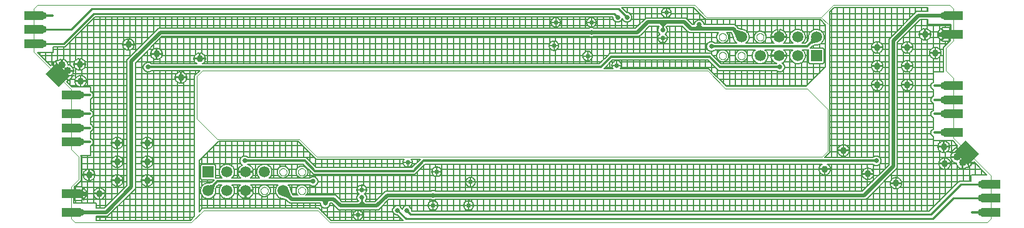
<source format=gbl>
G04 EAGLE Gerber X2 export*
%TF.Part,Single*%
%TF.FileFunction,Other,bottom copper*%
%TF.FilePolarity,Positive*%
%TF.GenerationSoftware,Autodesk,EAGLE,9.5.2*%
%TF.CreationDate,2020-03-22T18:46:16Z*%
G75*
%MOMM*%
%FSLAX34Y34*%
%LPD*%
%INbottom copper*%
%AMOC8*
5,1,8,0,0,1.08239X$1,22.5*%
G01*
%ADD10C,0.000000*%
%ADD11R,2.540000X1.270000*%
%ADD12R,1.270000X2.540000*%
%ADD13R,1.500000X1.500000*%
%ADD14C,1.500000*%
%ADD15C,1.020000*%
%ADD16C,0.304800*%
%ADD17C,0.609600*%
%ADD18C,0.254000*%
%ADD19C,0.935000*%
%ADD20C,0.406400*%
%ADD21C,0.203200*%
%ADD22C,0.680000*%
%ADD23C,0.508000*%


D10*
X0Y232410D02*
X50800Y181610D01*
X50800Y100330D01*
X60960Y90170D01*
X60960Y59690D01*
X50800Y49530D01*
X50800Y6350D01*
X55880Y1270D01*
X213360Y1270D01*
X0Y232410D02*
X0Y290830D01*
X5080Y295910D01*
X220980Y199390D02*
X220980Y142240D01*
X220980Y199390D02*
X228600Y207010D01*
X913130Y207010D01*
X895350Y295910D02*
X5080Y295910D01*
X913130Y207010D02*
X937260Y182880D01*
X1047750Y182880D01*
X911860Y279400D02*
X895350Y295910D01*
X911860Y279400D02*
X1066800Y279400D01*
X1075690Y270510D01*
X1245870Y115570D02*
X1296670Y64770D01*
X1245870Y115570D02*
X1245870Y196850D01*
X1235710Y207010D01*
X1235710Y237490D01*
X1245870Y247650D01*
X1245870Y290830D01*
X1240790Y295910D01*
X1083310Y295910D01*
X1296670Y64770D02*
X1296670Y6350D01*
X1291590Y1270D01*
X1075690Y97790D02*
X1075690Y154940D01*
X1075690Y97790D02*
X1068070Y90170D01*
X383540Y90170D01*
X401320Y1270D02*
X1291590Y1270D01*
X383540Y90170D02*
X359410Y114300D01*
X248920Y114300D01*
X384810Y17780D02*
X401320Y1270D01*
X384810Y17780D02*
X229870Y17780D01*
X1066800Y279400D02*
X1083310Y295910D01*
X1047750Y182880D02*
X1075690Y154940D01*
X248920Y114300D02*
X220980Y142240D01*
X229870Y17780D02*
X213360Y1270D01*
D11*
X50800Y173990D03*
X50800Y148590D03*
X50800Y129540D03*
X50800Y110490D03*
X50800Y40640D03*
X50800Y15240D03*
D12*
G36*
X15740Y202610D02*
X24720Y211590D01*
X42680Y193630D01*
X33700Y184650D01*
X15740Y202610D01*
G37*
G36*
X22090Y208960D02*
X31070Y217940D01*
X49030Y199980D01*
X40050Y191000D01*
X22090Y208960D01*
G37*
D13*
X1060450Y227330D03*
D14*
X1060450Y252730D03*
X1035050Y227330D03*
X1035050Y252730D03*
X1009650Y227330D03*
X1009650Y252730D03*
X958850Y252730D03*
D10*
X953850Y227330D02*
X953852Y227471D01*
X953858Y227612D01*
X953868Y227752D01*
X953882Y227892D01*
X953900Y228032D01*
X953921Y228171D01*
X953947Y228310D01*
X953976Y228448D01*
X954010Y228584D01*
X954047Y228720D01*
X954088Y228855D01*
X954133Y228989D01*
X954182Y229121D01*
X954234Y229252D01*
X954290Y229381D01*
X954350Y229508D01*
X954413Y229634D01*
X954479Y229758D01*
X954550Y229881D01*
X954623Y230001D01*
X954700Y230119D01*
X954780Y230235D01*
X954864Y230348D01*
X954950Y230459D01*
X955040Y230568D01*
X955133Y230674D01*
X955228Y230777D01*
X955327Y230878D01*
X955428Y230976D01*
X955532Y231071D01*
X955639Y231163D01*
X955748Y231252D01*
X955860Y231337D01*
X955974Y231420D01*
X956090Y231500D01*
X956209Y231576D01*
X956330Y231648D01*
X956452Y231718D01*
X956577Y231783D01*
X956703Y231846D01*
X956831Y231904D01*
X956961Y231959D01*
X957092Y232011D01*
X957225Y232058D01*
X957359Y232102D01*
X957494Y232143D01*
X957630Y232179D01*
X957767Y232211D01*
X957905Y232240D01*
X958043Y232265D01*
X958183Y232285D01*
X958323Y232302D01*
X958463Y232315D01*
X958604Y232324D01*
X958744Y232329D01*
X958885Y232330D01*
X959026Y232327D01*
X959167Y232320D01*
X959307Y232309D01*
X959447Y232294D01*
X959587Y232275D01*
X959726Y232253D01*
X959864Y232226D01*
X960002Y232196D01*
X960138Y232161D01*
X960274Y232123D01*
X960408Y232081D01*
X960542Y232035D01*
X960674Y231986D01*
X960804Y231932D01*
X960933Y231875D01*
X961060Y231815D01*
X961186Y231751D01*
X961309Y231683D01*
X961431Y231612D01*
X961551Y231538D01*
X961668Y231460D01*
X961783Y231379D01*
X961896Y231295D01*
X962007Y231208D01*
X962115Y231117D01*
X962220Y231024D01*
X962323Y230927D01*
X962423Y230828D01*
X962520Y230726D01*
X962614Y230621D01*
X962705Y230514D01*
X962793Y230404D01*
X962878Y230292D01*
X962960Y230177D01*
X963039Y230060D01*
X963114Y229941D01*
X963186Y229820D01*
X963254Y229697D01*
X963319Y229572D01*
X963381Y229445D01*
X963438Y229316D01*
X963493Y229186D01*
X963543Y229055D01*
X963590Y228922D01*
X963633Y228788D01*
X963672Y228652D01*
X963707Y228516D01*
X963739Y228379D01*
X963766Y228241D01*
X963790Y228102D01*
X963810Y227962D01*
X963826Y227822D01*
X963838Y227682D01*
X963846Y227541D01*
X963850Y227400D01*
X963850Y227260D01*
X963846Y227119D01*
X963838Y226978D01*
X963826Y226838D01*
X963810Y226698D01*
X963790Y226558D01*
X963766Y226419D01*
X963739Y226281D01*
X963707Y226144D01*
X963672Y226008D01*
X963633Y225872D01*
X963590Y225738D01*
X963543Y225605D01*
X963493Y225474D01*
X963438Y225344D01*
X963381Y225215D01*
X963319Y225088D01*
X963254Y224963D01*
X963186Y224840D01*
X963114Y224719D01*
X963039Y224600D01*
X962960Y224483D01*
X962878Y224368D01*
X962793Y224256D01*
X962705Y224146D01*
X962614Y224039D01*
X962520Y223934D01*
X962423Y223832D01*
X962323Y223733D01*
X962220Y223636D01*
X962115Y223543D01*
X962007Y223452D01*
X961896Y223365D01*
X961783Y223281D01*
X961668Y223200D01*
X961551Y223122D01*
X961431Y223048D01*
X961309Y222977D01*
X961186Y222909D01*
X961060Y222845D01*
X960933Y222785D01*
X960804Y222728D01*
X960674Y222674D01*
X960542Y222625D01*
X960408Y222579D01*
X960274Y222537D01*
X960138Y222499D01*
X960002Y222464D01*
X959864Y222434D01*
X959726Y222407D01*
X959587Y222385D01*
X959447Y222366D01*
X959307Y222351D01*
X959167Y222340D01*
X959026Y222333D01*
X958885Y222330D01*
X958744Y222331D01*
X958604Y222336D01*
X958463Y222345D01*
X958323Y222358D01*
X958183Y222375D01*
X958043Y222395D01*
X957905Y222420D01*
X957767Y222449D01*
X957630Y222481D01*
X957494Y222517D01*
X957359Y222558D01*
X957225Y222602D01*
X957092Y222649D01*
X956961Y222701D01*
X956831Y222756D01*
X956703Y222814D01*
X956577Y222877D01*
X956452Y222942D01*
X956330Y223012D01*
X956209Y223084D01*
X956090Y223160D01*
X955974Y223240D01*
X955860Y223323D01*
X955748Y223408D01*
X955639Y223497D01*
X955532Y223589D01*
X955428Y223684D01*
X955327Y223782D01*
X955228Y223883D01*
X955133Y223986D01*
X955040Y224092D01*
X954950Y224201D01*
X954864Y224312D01*
X954780Y224425D01*
X954700Y224541D01*
X954623Y224659D01*
X954550Y224779D01*
X954479Y224902D01*
X954413Y225026D01*
X954350Y225152D01*
X954290Y225279D01*
X954234Y225408D01*
X954182Y225539D01*
X954133Y225671D01*
X954088Y225805D01*
X954047Y225940D01*
X954010Y226076D01*
X953976Y226212D01*
X953947Y226350D01*
X953921Y226489D01*
X953900Y226628D01*
X953882Y226768D01*
X953868Y226908D01*
X953858Y227048D01*
X953852Y227189D01*
X953850Y227330D01*
X928450Y227330D02*
X928452Y227471D01*
X928458Y227612D01*
X928468Y227752D01*
X928482Y227892D01*
X928500Y228032D01*
X928521Y228171D01*
X928547Y228310D01*
X928576Y228448D01*
X928610Y228584D01*
X928647Y228720D01*
X928688Y228855D01*
X928733Y228989D01*
X928782Y229121D01*
X928834Y229252D01*
X928890Y229381D01*
X928950Y229508D01*
X929013Y229634D01*
X929079Y229758D01*
X929150Y229881D01*
X929223Y230001D01*
X929300Y230119D01*
X929380Y230235D01*
X929464Y230348D01*
X929550Y230459D01*
X929640Y230568D01*
X929733Y230674D01*
X929828Y230777D01*
X929927Y230878D01*
X930028Y230976D01*
X930132Y231071D01*
X930239Y231163D01*
X930348Y231252D01*
X930460Y231337D01*
X930574Y231420D01*
X930690Y231500D01*
X930809Y231576D01*
X930930Y231648D01*
X931052Y231718D01*
X931177Y231783D01*
X931303Y231846D01*
X931431Y231904D01*
X931561Y231959D01*
X931692Y232011D01*
X931825Y232058D01*
X931959Y232102D01*
X932094Y232143D01*
X932230Y232179D01*
X932367Y232211D01*
X932505Y232240D01*
X932643Y232265D01*
X932783Y232285D01*
X932923Y232302D01*
X933063Y232315D01*
X933204Y232324D01*
X933344Y232329D01*
X933485Y232330D01*
X933626Y232327D01*
X933767Y232320D01*
X933907Y232309D01*
X934047Y232294D01*
X934187Y232275D01*
X934326Y232253D01*
X934464Y232226D01*
X934602Y232196D01*
X934738Y232161D01*
X934874Y232123D01*
X935008Y232081D01*
X935142Y232035D01*
X935274Y231986D01*
X935404Y231932D01*
X935533Y231875D01*
X935660Y231815D01*
X935786Y231751D01*
X935909Y231683D01*
X936031Y231612D01*
X936151Y231538D01*
X936268Y231460D01*
X936383Y231379D01*
X936496Y231295D01*
X936607Y231208D01*
X936715Y231117D01*
X936820Y231024D01*
X936923Y230927D01*
X937023Y230828D01*
X937120Y230726D01*
X937214Y230621D01*
X937305Y230514D01*
X937393Y230404D01*
X937478Y230292D01*
X937560Y230177D01*
X937639Y230060D01*
X937714Y229941D01*
X937786Y229820D01*
X937854Y229697D01*
X937919Y229572D01*
X937981Y229445D01*
X938038Y229316D01*
X938093Y229186D01*
X938143Y229055D01*
X938190Y228922D01*
X938233Y228788D01*
X938272Y228652D01*
X938307Y228516D01*
X938339Y228379D01*
X938366Y228241D01*
X938390Y228102D01*
X938410Y227962D01*
X938426Y227822D01*
X938438Y227682D01*
X938446Y227541D01*
X938450Y227400D01*
X938450Y227260D01*
X938446Y227119D01*
X938438Y226978D01*
X938426Y226838D01*
X938410Y226698D01*
X938390Y226558D01*
X938366Y226419D01*
X938339Y226281D01*
X938307Y226144D01*
X938272Y226008D01*
X938233Y225872D01*
X938190Y225738D01*
X938143Y225605D01*
X938093Y225474D01*
X938038Y225344D01*
X937981Y225215D01*
X937919Y225088D01*
X937854Y224963D01*
X937786Y224840D01*
X937714Y224719D01*
X937639Y224600D01*
X937560Y224483D01*
X937478Y224368D01*
X937393Y224256D01*
X937305Y224146D01*
X937214Y224039D01*
X937120Y223934D01*
X937023Y223832D01*
X936923Y223733D01*
X936820Y223636D01*
X936715Y223543D01*
X936607Y223452D01*
X936496Y223365D01*
X936383Y223281D01*
X936268Y223200D01*
X936151Y223122D01*
X936031Y223048D01*
X935909Y222977D01*
X935786Y222909D01*
X935660Y222845D01*
X935533Y222785D01*
X935404Y222728D01*
X935274Y222674D01*
X935142Y222625D01*
X935008Y222579D01*
X934874Y222537D01*
X934738Y222499D01*
X934602Y222464D01*
X934464Y222434D01*
X934326Y222407D01*
X934187Y222385D01*
X934047Y222366D01*
X933907Y222351D01*
X933767Y222340D01*
X933626Y222333D01*
X933485Y222330D01*
X933344Y222331D01*
X933204Y222336D01*
X933063Y222345D01*
X932923Y222358D01*
X932783Y222375D01*
X932643Y222395D01*
X932505Y222420D01*
X932367Y222449D01*
X932230Y222481D01*
X932094Y222517D01*
X931959Y222558D01*
X931825Y222602D01*
X931692Y222649D01*
X931561Y222701D01*
X931431Y222756D01*
X931303Y222814D01*
X931177Y222877D01*
X931052Y222942D01*
X930930Y223012D01*
X930809Y223084D01*
X930690Y223160D01*
X930574Y223240D01*
X930460Y223323D01*
X930348Y223408D01*
X930239Y223497D01*
X930132Y223589D01*
X930028Y223684D01*
X929927Y223782D01*
X929828Y223883D01*
X929733Y223986D01*
X929640Y224092D01*
X929550Y224201D01*
X929464Y224312D01*
X929380Y224425D01*
X929300Y224541D01*
X929223Y224659D01*
X929150Y224779D01*
X929079Y224902D01*
X929013Y225026D01*
X928950Y225152D01*
X928890Y225279D01*
X928834Y225408D01*
X928782Y225539D01*
X928733Y225671D01*
X928688Y225805D01*
X928647Y225940D01*
X928610Y226076D01*
X928576Y226212D01*
X928547Y226350D01*
X928521Y226489D01*
X928500Y226628D01*
X928482Y226768D01*
X928468Y226908D01*
X928458Y227048D01*
X928452Y227189D01*
X928450Y227330D01*
X928450Y252730D02*
X928452Y252871D01*
X928458Y253012D01*
X928468Y253152D01*
X928482Y253292D01*
X928500Y253432D01*
X928521Y253571D01*
X928547Y253710D01*
X928576Y253848D01*
X928610Y253984D01*
X928647Y254120D01*
X928688Y254255D01*
X928733Y254389D01*
X928782Y254521D01*
X928834Y254652D01*
X928890Y254781D01*
X928950Y254908D01*
X929013Y255034D01*
X929079Y255158D01*
X929150Y255281D01*
X929223Y255401D01*
X929300Y255519D01*
X929380Y255635D01*
X929464Y255748D01*
X929550Y255859D01*
X929640Y255968D01*
X929733Y256074D01*
X929828Y256177D01*
X929927Y256278D01*
X930028Y256376D01*
X930132Y256471D01*
X930239Y256563D01*
X930348Y256652D01*
X930460Y256737D01*
X930574Y256820D01*
X930690Y256900D01*
X930809Y256976D01*
X930930Y257048D01*
X931052Y257118D01*
X931177Y257183D01*
X931303Y257246D01*
X931431Y257304D01*
X931561Y257359D01*
X931692Y257411D01*
X931825Y257458D01*
X931959Y257502D01*
X932094Y257543D01*
X932230Y257579D01*
X932367Y257611D01*
X932505Y257640D01*
X932643Y257665D01*
X932783Y257685D01*
X932923Y257702D01*
X933063Y257715D01*
X933204Y257724D01*
X933344Y257729D01*
X933485Y257730D01*
X933626Y257727D01*
X933767Y257720D01*
X933907Y257709D01*
X934047Y257694D01*
X934187Y257675D01*
X934326Y257653D01*
X934464Y257626D01*
X934602Y257596D01*
X934738Y257561D01*
X934874Y257523D01*
X935008Y257481D01*
X935142Y257435D01*
X935274Y257386D01*
X935404Y257332D01*
X935533Y257275D01*
X935660Y257215D01*
X935786Y257151D01*
X935909Y257083D01*
X936031Y257012D01*
X936151Y256938D01*
X936268Y256860D01*
X936383Y256779D01*
X936496Y256695D01*
X936607Y256608D01*
X936715Y256517D01*
X936820Y256424D01*
X936923Y256327D01*
X937023Y256228D01*
X937120Y256126D01*
X937214Y256021D01*
X937305Y255914D01*
X937393Y255804D01*
X937478Y255692D01*
X937560Y255577D01*
X937639Y255460D01*
X937714Y255341D01*
X937786Y255220D01*
X937854Y255097D01*
X937919Y254972D01*
X937981Y254845D01*
X938038Y254716D01*
X938093Y254586D01*
X938143Y254455D01*
X938190Y254322D01*
X938233Y254188D01*
X938272Y254052D01*
X938307Y253916D01*
X938339Y253779D01*
X938366Y253641D01*
X938390Y253502D01*
X938410Y253362D01*
X938426Y253222D01*
X938438Y253082D01*
X938446Y252941D01*
X938450Y252800D01*
X938450Y252660D01*
X938446Y252519D01*
X938438Y252378D01*
X938426Y252238D01*
X938410Y252098D01*
X938390Y251958D01*
X938366Y251819D01*
X938339Y251681D01*
X938307Y251544D01*
X938272Y251408D01*
X938233Y251272D01*
X938190Y251138D01*
X938143Y251005D01*
X938093Y250874D01*
X938038Y250744D01*
X937981Y250615D01*
X937919Y250488D01*
X937854Y250363D01*
X937786Y250240D01*
X937714Y250119D01*
X937639Y250000D01*
X937560Y249883D01*
X937478Y249768D01*
X937393Y249656D01*
X937305Y249546D01*
X937214Y249439D01*
X937120Y249334D01*
X937023Y249232D01*
X936923Y249133D01*
X936820Y249036D01*
X936715Y248943D01*
X936607Y248852D01*
X936496Y248765D01*
X936383Y248681D01*
X936268Y248600D01*
X936151Y248522D01*
X936031Y248448D01*
X935909Y248377D01*
X935786Y248309D01*
X935660Y248245D01*
X935533Y248185D01*
X935404Y248128D01*
X935274Y248074D01*
X935142Y248025D01*
X935008Y247979D01*
X934874Y247937D01*
X934738Y247899D01*
X934602Y247864D01*
X934464Y247834D01*
X934326Y247807D01*
X934187Y247785D01*
X934047Y247766D01*
X933907Y247751D01*
X933767Y247740D01*
X933626Y247733D01*
X933485Y247730D01*
X933344Y247731D01*
X933204Y247736D01*
X933063Y247745D01*
X932923Y247758D01*
X932783Y247775D01*
X932643Y247795D01*
X932505Y247820D01*
X932367Y247849D01*
X932230Y247881D01*
X932094Y247917D01*
X931959Y247958D01*
X931825Y248002D01*
X931692Y248049D01*
X931561Y248101D01*
X931431Y248156D01*
X931303Y248214D01*
X931177Y248277D01*
X931052Y248342D01*
X930930Y248412D01*
X930809Y248484D01*
X930690Y248560D01*
X930574Y248640D01*
X930460Y248723D01*
X930348Y248808D01*
X930239Y248897D01*
X930132Y248989D01*
X930028Y249084D01*
X929927Y249182D01*
X929828Y249283D01*
X929733Y249386D01*
X929640Y249492D01*
X929550Y249601D01*
X929464Y249712D01*
X929380Y249825D01*
X929300Y249941D01*
X929223Y250059D01*
X929150Y250179D01*
X929079Y250302D01*
X929013Y250426D01*
X928950Y250552D01*
X928890Y250679D01*
X928834Y250808D01*
X928782Y250939D01*
X928733Y251071D01*
X928688Y251205D01*
X928647Y251340D01*
X928610Y251476D01*
X928576Y251612D01*
X928547Y251750D01*
X928521Y251889D01*
X928500Y252028D01*
X928482Y252168D01*
X928468Y252308D01*
X928458Y252448D01*
X928452Y252589D01*
X928450Y252730D01*
D14*
X984250Y227330D03*
D10*
X979250Y252730D02*
X979252Y252871D01*
X979258Y253012D01*
X979268Y253152D01*
X979282Y253292D01*
X979300Y253432D01*
X979321Y253571D01*
X979347Y253710D01*
X979376Y253848D01*
X979410Y253984D01*
X979447Y254120D01*
X979488Y254255D01*
X979533Y254389D01*
X979582Y254521D01*
X979634Y254652D01*
X979690Y254781D01*
X979750Y254908D01*
X979813Y255034D01*
X979879Y255158D01*
X979950Y255281D01*
X980023Y255401D01*
X980100Y255519D01*
X980180Y255635D01*
X980264Y255748D01*
X980350Y255859D01*
X980440Y255968D01*
X980533Y256074D01*
X980628Y256177D01*
X980727Y256278D01*
X980828Y256376D01*
X980932Y256471D01*
X981039Y256563D01*
X981148Y256652D01*
X981260Y256737D01*
X981374Y256820D01*
X981490Y256900D01*
X981609Y256976D01*
X981730Y257048D01*
X981852Y257118D01*
X981977Y257183D01*
X982103Y257246D01*
X982231Y257304D01*
X982361Y257359D01*
X982492Y257411D01*
X982625Y257458D01*
X982759Y257502D01*
X982894Y257543D01*
X983030Y257579D01*
X983167Y257611D01*
X983305Y257640D01*
X983443Y257665D01*
X983583Y257685D01*
X983723Y257702D01*
X983863Y257715D01*
X984004Y257724D01*
X984144Y257729D01*
X984285Y257730D01*
X984426Y257727D01*
X984567Y257720D01*
X984707Y257709D01*
X984847Y257694D01*
X984987Y257675D01*
X985126Y257653D01*
X985264Y257626D01*
X985402Y257596D01*
X985538Y257561D01*
X985674Y257523D01*
X985808Y257481D01*
X985942Y257435D01*
X986074Y257386D01*
X986204Y257332D01*
X986333Y257275D01*
X986460Y257215D01*
X986586Y257151D01*
X986709Y257083D01*
X986831Y257012D01*
X986951Y256938D01*
X987068Y256860D01*
X987183Y256779D01*
X987296Y256695D01*
X987407Y256608D01*
X987515Y256517D01*
X987620Y256424D01*
X987723Y256327D01*
X987823Y256228D01*
X987920Y256126D01*
X988014Y256021D01*
X988105Y255914D01*
X988193Y255804D01*
X988278Y255692D01*
X988360Y255577D01*
X988439Y255460D01*
X988514Y255341D01*
X988586Y255220D01*
X988654Y255097D01*
X988719Y254972D01*
X988781Y254845D01*
X988838Y254716D01*
X988893Y254586D01*
X988943Y254455D01*
X988990Y254322D01*
X989033Y254188D01*
X989072Y254052D01*
X989107Y253916D01*
X989139Y253779D01*
X989166Y253641D01*
X989190Y253502D01*
X989210Y253362D01*
X989226Y253222D01*
X989238Y253082D01*
X989246Y252941D01*
X989250Y252800D01*
X989250Y252660D01*
X989246Y252519D01*
X989238Y252378D01*
X989226Y252238D01*
X989210Y252098D01*
X989190Y251958D01*
X989166Y251819D01*
X989139Y251681D01*
X989107Y251544D01*
X989072Y251408D01*
X989033Y251272D01*
X988990Y251138D01*
X988943Y251005D01*
X988893Y250874D01*
X988838Y250744D01*
X988781Y250615D01*
X988719Y250488D01*
X988654Y250363D01*
X988586Y250240D01*
X988514Y250119D01*
X988439Y250000D01*
X988360Y249883D01*
X988278Y249768D01*
X988193Y249656D01*
X988105Y249546D01*
X988014Y249439D01*
X987920Y249334D01*
X987823Y249232D01*
X987723Y249133D01*
X987620Y249036D01*
X987515Y248943D01*
X987407Y248852D01*
X987296Y248765D01*
X987183Y248681D01*
X987068Y248600D01*
X986951Y248522D01*
X986831Y248448D01*
X986709Y248377D01*
X986586Y248309D01*
X986460Y248245D01*
X986333Y248185D01*
X986204Y248128D01*
X986074Y248074D01*
X985942Y248025D01*
X985808Y247979D01*
X985674Y247937D01*
X985538Y247899D01*
X985402Y247864D01*
X985264Y247834D01*
X985126Y247807D01*
X984987Y247785D01*
X984847Y247766D01*
X984707Y247751D01*
X984567Y247740D01*
X984426Y247733D01*
X984285Y247730D01*
X984144Y247731D01*
X984004Y247736D01*
X983863Y247745D01*
X983723Y247758D01*
X983583Y247775D01*
X983443Y247795D01*
X983305Y247820D01*
X983167Y247849D01*
X983030Y247881D01*
X982894Y247917D01*
X982759Y247958D01*
X982625Y248002D01*
X982492Y248049D01*
X982361Y248101D01*
X982231Y248156D01*
X982103Y248214D01*
X981977Y248277D01*
X981852Y248342D01*
X981730Y248412D01*
X981609Y248484D01*
X981490Y248560D01*
X981374Y248640D01*
X981260Y248723D01*
X981148Y248808D01*
X981039Y248897D01*
X980932Y248989D01*
X980828Y249084D01*
X980727Y249182D01*
X980628Y249283D01*
X980533Y249386D01*
X980440Y249492D01*
X980350Y249601D01*
X980264Y249712D01*
X980180Y249825D01*
X980100Y249941D01*
X980023Y250059D01*
X979950Y250179D01*
X979879Y250302D01*
X979813Y250426D01*
X979750Y250552D01*
X979690Y250679D01*
X979634Y250808D01*
X979582Y250939D01*
X979533Y251071D01*
X979488Y251205D01*
X979447Y251340D01*
X979410Y251476D01*
X979376Y251612D01*
X979347Y251750D01*
X979321Y251889D01*
X979300Y252028D01*
X979282Y252168D01*
X979268Y252308D01*
X979258Y252448D01*
X979252Y252589D01*
X979250Y252730D01*
D11*
X0Y281940D03*
X0Y262890D03*
X0Y243840D03*
X1245870Y123190D03*
X1245870Y148590D03*
X1245870Y167640D03*
X1245870Y186690D03*
X1245870Y256540D03*
X1245870Y281940D03*
D12*
G36*
X1280930Y94570D02*
X1271950Y85590D01*
X1253990Y103550D01*
X1262970Y112530D01*
X1280930Y94570D01*
G37*
G36*
X1274580Y88220D02*
X1265600Y79240D01*
X1247640Y97200D01*
X1256620Y106180D01*
X1274580Y88220D01*
G37*
D13*
X236220Y69850D03*
D14*
X236220Y44450D03*
X261620Y69850D03*
X261620Y44450D03*
X287020Y69850D03*
X287020Y44450D03*
X337820Y44450D03*
D10*
X332820Y69850D02*
X332822Y69991D01*
X332828Y70132D01*
X332838Y70272D01*
X332852Y70412D01*
X332870Y70552D01*
X332891Y70691D01*
X332917Y70830D01*
X332946Y70968D01*
X332980Y71104D01*
X333017Y71240D01*
X333058Y71375D01*
X333103Y71509D01*
X333152Y71641D01*
X333204Y71772D01*
X333260Y71901D01*
X333320Y72028D01*
X333383Y72154D01*
X333449Y72278D01*
X333520Y72401D01*
X333593Y72521D01*
X333670Y72639D01*
X333750Y72755D01*
X333834Y72868D01*
X333920Y72979D01*
X334010Y73088D01*
X334103Y73194D01*
X334198Y73297D01*
X334297Y73398D01*
X334398Y73496D01*
X334502Y73591D01*
X334609Y73683D01*
X334718Y73772D01*
X334830Y73857D01*
X334944Y73940D01*
X335060Y74020D01*
X335179Y74096D01*
X335300Y74168D01*
X335422Y74238D01*
X335547Y74303D01*
X335673Y74366D01*
X335801Y74424D01*
X335931Y74479D01*
X336062Y74531D01*
X336195Y74578D01*
X336329Y74622D01*
X336464Y74663D01*
X336600Y74699D01*
X336737Y74731D01*
X336875Y74760D01*
X337013Y74785D01*
X337153Y74805D01*
X337293Y74822D01*
X337433Y74835D01*
X337574Y74844D01*
X337714Y74849D01*
X337855Y74850D01*
X337996Y74847D01*
X338137Y74840D01*
X338277Y74829D01*
X338417Y74814D01*
X338557Y74795D01*
X338696Y74773D01*
X338834Y74746D01*
X338972Y74716D01*
X339108Y74681D01*
X339244Y74643D01*
X339378Y74601D01*
X339512Y74555D01*
X339644Y74506D01*
X339774Y74452D01*
X339903Y74395D01*
X340030Y74335D01*
X340156Y74271D01*
X340279Y74203D01*
X340401Y74132D01*
X340521Y74058D01*
X340638Y73980D01*
X340753Y73899D01*
X340866Y73815D01*
X340977Y73728D01*
X341085Y73637D01*
X341190Y73544D01*
X341293Y73447D01*
X341393Y73348D01*
X341490Y73246D01*
X341584Y73141D01*
X341675Y73034D01*
X341763Y72924D01*
X341848Y72812D01*
X341930Y72697D01*
X342009Y72580D01*
X342084Y72461D01*
X342156Y72340D01*
X342224Y72217D01*
X342289Y72092D01*
X342351Y71965D01*
X342408Y71836D01*
X342463Y71706D01*
X342513Y71575D01*
X342560Y71442D01*
X342603Y71308D01*
X342642Y71172D01*
X342677Y71036D01*
X342709Y70899D01*
X342736Y70761D01*
X342760Y70622D01*
X342780Y70482D01*
X342796Y70342D01*
X342808Y70202D01*
X342816Y70061D01*
X342820Y69920D01*
X342820Y69780D01*
X342816Y69639D01*
X342808Y69498D01*
X342796Y69358D01*
X342780Y69218D01*
X342760Y69078D01*
X342736Y68939D01*
X342709Y68801D01*
X342677Y68664D01*
X342642Y68528D01*
X342603Y68392D01*
X342560Y68258D01*
X342513Y68125D01*
X342463Y67994D01*
X342408Y67864D01*
X342351Y67735D01*
X342289Y67608D01*
X342224Y67483D01*
X342156Y67360D01*
X342084Y67239D01*
X342009Y67120D01*
X341930Y67003D01*
X341848Y66888D01*
X341763Y66776D01*
X341675Y66666D01*
X341584Y66559D01*
X341490Y66454D01*
X341393Y66352D01*
X341293Y66253D01*
X341190Y66156D01*
X341085Y66063D01*
X340977Y65972D01*
X340866Y65885D01*
X340753Y65801D01*
X340638Y65720D01*
X340521Y65642D01*
X340401Y65568D01*
X340279Y65497D01*
X340156Y65429D01*
X340030Y65365D01*
X339903Y65305D01*
X339774Y65248D01*
X339644Y65194D01*
X339512Y65145D01*
X339378Y65099D01*
X339244Y65057D01*
X339108Y65019D01*
X338972Y64984D01*
X338834Y64954D01*
X338696Y64927D01*
X338557Y64905D01*
X338417Y64886D01*
X338277Y64871D01*
X338137Y64860D01*
X337996Y64853D01*
X337855Y64850D01*
X337714Y64851D01*
X337574Y64856D01*
X337433Y64865D01*
X337293Y64878D01*
X337153Y64895D01*
X337013Y64915D01*
X336875Y64940D01*
X336737Y64969D01*
X336600Y65001D01*
X336464Y65037D01*
X336329Y65078D01*
X336195Y65122D01*
X336062Y65169D01*
X335931Y65221D01*
X335801Y65276D01*
X335673Y65334D01*
X335547Y65397D01*
X335422Y65462D01*
X335300Y65532D01*
X335179Y65604D01*
X335060Y65680D01*
X334944Y65760D01*
X334830Y65843D01*
X334718Y65928D01*
X334609Y66017D01*
X334502Y66109D01*
X334398Y66204D01*
X334297Y66302D01*
X334198Y66403D01*
X334103Y66506D01*
X334010Y66612D01*
X333920Y66721D01*
X333834Y66832D01*
X333750Y66945D01*
X333670Y67061D01*
X333593Y67179D01*
X333520Y67299D01*
X333449Y67422D01*
X333383Y67546D01*
X333320Y67672D01*
X333260Y67799D01*
X333204Y67928D01*
X333152Y68059D01*
X333103Y68191D01*
X333058Y68325D01*
X333017Y68460D01*
X332980Y68596D01*
X332946Y68732D01*
X332917Y68870D01*
X332891Y69009D01*
X332870Y69148D01*
X332852Y69288D01*
X332838Y69428D01*
X332828Y69568D01*
X332822Y69709D01*
X332820Y69850D01*
X358220Y69850D02*
X358222Y69991D01*
X358228Y70132D01*
X358238Y70272D01*
X358252Y70412D01*
X358270Y70552D01*
X358291Y70691D01*
X358317Y70830D01*
X358346Y70968D01*
X358380Y71104D01*
X358417Y71240D01*
X358458Y71375D01*
X358503Y71509D01*
X358552Y71641D01*
X358604Y71772D01*
X358660Y71901D01*
X358720Y72028D01*
X358783Y72154D01*
X358849Y72278D01*
X358920Y72401D01*
X358993Y72521D01*
X359070Y72639D01*
X359150Y72755D01*
X359234Y72868D01*
X359320Y72979D01*
X359410Y73088D01*
X359503Y73194D01*
X359598Y73297D01*
X359697Y73398D01*
X359798Y73496D01*
X359902Y73591D01*
X360009Y73683D01*
X360118Y73772D01*
X360230Y73857D01*
X360344Y73940D01*
X360460Y74020D01*
X360579Y74096D01*
X360700Y74168D01*
X360822Y74238D01*
X360947Y74303D01*
X361073Y74366D01*
X361201Y74424D01*
X361331Y74479D01*
X361462Y74531D01*
X361595Y74578D01*
X361729Y74622D01*
X361864Y74663D01*
X362000Y74699D01*
X362137Y74731D01*
X362275Y74760D01*
X362413Y74785D01*
X362553Y74805D01*
X362693Y74822D01*
X362833Y74835D01*
X362974Y74844D01*
X363114Y74849D01*
X363255Y74850D01*
X363396Y74847D01*
X363537Y74840D01*
X363677Y74829D01*
X363817Y74814D01*
X363957Y74795D01*
X364096Y74773D01*
X364234Y74746D01*
X364372Y74716D01*
X364508Y74681D01*
X364644Y74643D01*
X364778Y74601D01*
X364912Y74555D01*
X365044Y74506D01*
X365174Y74452D01*
X365303Y74395D01*
X365430Y74335D01*
X365556Y74271D01*
X365679Y74203D01*
X365801Y74132D01*
X365921Y74058D01*
X366038Y73980D01*
X366153Y73899D01*
X366266Y73815D01*
X366377Y73728D01*
X366485Y73637D01*
X366590Y73544D01*
X366693Y73447D01*
X366793Y73348D01*
X366890Y73246D01*
X366984Y73141D01*
X367075Y73034D01*
X367163Y72924D01*
X367248Y72812D01*
X367330Y72697D01*
X367409Y72580D01*
X367484Y72461D01*
X367556Y72340D01*
X367624Y72217D01*
X367689Y72092D01*
X367751Y71965D01*
X367808Y71836D01*
X367863Y71706D01*
X367913Y71575D01*
X367960Y71442D01*
X368003Y71308D01*
X368042Y71172D01*
X368077Y71036D01*
X368109Y70899D01*
X368136Y70761D01*
X368160Y70622D01*
X368180Y70482D01*
X368196Y70342D01*
X368208Y70202D01*
X368216Y70061D01*
X368220Y69920D01*
X368220Y69780D01*
X368216Y69639D01*
X368208Y69498D01*
X368196Y69358D01*
X368180Y69218D01*
X368160Y69078D01*
X368136Y68939D01*
X368109Y68801D01*
X368077Y68664D01*
X368042Y68528D01*
X368003Y68392D01*
X367960Y68258D01*
X367913Y68125D01*
X367863Y67994D01*
X367808Y67864D01*
X367751Y67735D01*
X367689Y67608D01*
X367624Y67483D01*
X367556Y67360D01*
X367484Y67239D01*
X367409Y67120D01*
X367330Y67003D01*
X367248Y66888D01*
X367163Y66776D01*
X367075Y66666D01*
X366984Y66559D01*
X366890Y66454D01*
X366793Y66352D01*
X366693Y66253D01*
X366590Y66156D01*
X366485Y66063D01*
X366377Y65972D01*
X366266Y65885D01*
X366153Y65801D01*
X366038Y65720D01*
X365921Y65642D01*
X365801Y65568D01*
X365679Y65497D01*
X365556Y65429D01*
X365430Y65365D01*
X365303Y65305D01*
X365174Y65248D01*
X365044Y65194D01*
X364912Y65145D01*
X364778Y65099D01*
X364644Y65057D01*
X364508Y65019D01*
X364372Y64984D01*
X364234Y64954D01*
X364096Y64927D01*
X363957Y64905D01*
X363817Y64886D01*
X363677Y64871D01*
X363537Y64860D01*
X363396Y64853D01*
X363255Y64850D01*
X363114Y64851D01*
X362974Y64856D01*
X362833Y64865D01*
X362693Y64878D01*
X362553Y64895D01*
X362413Y64915D01*
X362275Y64940D01*
X362137Y64969D01*
X362000Y65001D01*
X361864Y65037D01*
X361729Y65078D01*
X361595Y65122D01*
X361462Y65169D01*
X361331Y65221D01*
X361201Y65276D01*
X361073Y65334D01*
X360947Y65397D01*
X360822Y65462D01*
X360700Y65532D01*
X360579Y65604D01*
X360460Y65680D01*
X360344Y65760D01*
X360230Y65843D01*
X360118Y65928D01*
X360009Y66017D01*
X359902Y66109D01*
X359798Y66204D01*
X359697Y66302D01*
X359598Y66403D01*
X359503Y66506D01*
X359410Y66612D01*
X359320Y66721D01*
X359234Y66832D01*
X359150Y66945D01*
X359070Y67061D01*
X358993Y67179D01*
X358920Y67299D01*
X358849Y67422D01*
X358783Y67546D01*
X358720Y67672D01*
X358660Y67799D01*
X358604Y67928D01*
X358552Y68059D01*
X358503Y68191D01*
X358458Y68325D01*
X358417Y68460D01*
X358380Y68596D01*
X358346Y68732D01*
X358317Y68870D01*
X358291Y69009D01*
X358270Y69148D01*
X358252Y69288D01*
X358238Y69428D01*
X358228Y69568D01*
X358222Y69709D01*
X358220Y69850D01*
X358220Y44450D02*
X358222Y44591D01*
X358228Y44732D01*
X358238Y44872D01*
X358252Y45012D01*
X358270Y45152D01*
X358291Y45291D01*
X358317Y45430D01*
X358346Y45568D01*
X358380Y45704D01*
X358417Y45840D01*
X358458Y45975D01*
X358503Y46109D01*
X358552Y46241D01*
X358604Y46372D01*
X358660Y46501D01*
X358720Y46628D01*
X358783Y46754D01*
X358849Y46878D01*
X358920Y47001D01*
X358993Y47121D01*
X359070Y47239D01*
X359150Y47355D01*
X359234Y47468D01*
X359320Y47579D01*
X359410Y47688D01*
X359503Y47794D01*
X359598Y47897D01*
X359697Y47998D01*
X359798Y48096D01*
X359902Y48191D01*
X360009Y48283D01*
X360118Y48372D01*
X360230Y48457D01*
X360344Y48540D01*
X360460Y48620D01*
X360579Y48696D01*
X360700Y48768D01*
X360822Y48838D01*
X360947Y48903D01*
X361073Y48966D01*
X361201Y49024D01*
X361331Y49079D01*
X361462Y49131D01*
X361595Y49178D01*
X361729Y49222D01*
X361864Y49263D01*
X362000Y49299D01*
X362137Y49331D01*
X362275Y49360D01*
X362413Y49385D01*
X362553Y49405D01*
X362693Y49422D01*
X362833Y49435D01*
X362974Y49444D01*
X363114Y49449D01*
X363255Y49450D01*
X363396Y49447D01*
X363537Y49440D01*
X363677Y49429D01*
X363817Y49414D01*
X363957Y49395D01*
X364096Y49373D01*
X364234Y49346D01*
X364372Y49316D01*
X364508Y49281D01*
X364644Y49243D01*
X364778Y49201D01*
X364912Y49155D01*
X365044Y49106D01*
X365174Y49052D01*
X365303Y48995D01*
X365430Y48935D01*
X365556Y48871D01*
X365679Y48803D01*
X365801Y48732D01*
X365921Y48658D01*
X366038Y48580D01*
X366153Y48499D01*
X366266Y48415D01*
X366377Y48328D01*
X366485Y48237D01*
X366590Y48144D01*
X366693Y48047D01*
X366793Y47948D01*
X366890Y47846D01*
X366984Y47741D01*
X367075Y47634D01*
X367163Y47524D01*
X367248Y47412D01*
X367330Y47297D01*
X367409Y47180D01*
X367484Y47061D01*
X367556Y46940D01*
X367624Y46817D01*
X367689Y46692D01*
X367751Y46565D01*
X367808Y46436D01*
X367863Y46306D01*
X367913Y46175D01*
X367960Y46042D01*
X368003Y45908D01*
X368042Y45772D01*
X368077Y45636D01*
X368109Y45499D01*
X368136Y45361D01*
X368160Y45222D01*
X368180Y45082D01*
X368196Y44942D01*
X368208Y44802D01*
X368216Y44661D01*
X368220Y44520D01*
X368220Y44380D01*
X368216Y44239D01*
X368208Y44098D01*
X368196Y43958D01*
X368180Y43818D01*
X368160Y43678D01*
X368136Y43539D01*
X368109Y43401D01*
X368077Y43264D01*
X368042Y43128D01*
X368003Y42992D01*
X367960Y42858D01*
X367913Y42725D01*
X367863Y42594D01*
X367808Y42464D01*
X367751Y42335D01*
X367689Y42208D01*
X367624Y42083D01*
X367556Y41960D01*
X367484Y41839D01*
X367409Y41720D01*
X367330Y41603D01*
X367248Y41488D01*
X367163Y41376D01*
X367075Y41266D01*
X366984Y41159D01*
X366890Y41054D01*
X366793Y40952D01*
X366693Y40853D01*
X366590Y40756D01*
X366485Y40663D01*
X366377Y40572D01*
X366266Y40485D01*
X366153Y40401D01*
X366038Y40320D01*
X365921Y40242D01*
X365801Y40168D01*
X365679Y40097D01*
X365556Y40029D01*
X365430Y39965D01*
X365303Y39905D01*
X365174Y39848D01*
X365044Y39794D01*
X364912Y39745D01*
X364778Y39699D01*
X364644Y39657D01*
X364508Y39619D01*
X364372Y39584D01*
X364234Y39554D01*
X364096Y39527D01*
X363957Y39505D01*
X363817Y39486D01*
X363677Y39471D01*
X363537Y39460D01*
X363396Y39453D01*
X363255Y39450D01*
X363114Y39451D01*
X362974Y39456D01*
X362833Y39465D01*
X362693Y39478D01*
X362553Y39495D01*
X362413Y39515D01*
X362275Y39540D01*
X362137Y39569D01*
X362000Y39601D01*
X361864Y39637D01*
X361729Y39678D01*
X361595Y39722D01*
X361462Y39769D01*
X361331Y39821D01*
X361201Y39876D01*
X361073Y39934D01*
X360947Y39997D01*
X360822Y40062D01*
X360700Y40132D01*
X360579Y40204D01*
X360460Y40280D01*
X360344Y40360D01*
X360230Y40443D01*
X360118Y40528D01*
X360009Y40617D01*
X359902Y40709D01*
X359798Y40804D01*
X359697Y40902D01*
X359598Y41003D01*
X359503Y41106D01*
X359410Y41212D01*
X359320Y41321D01*
X359234Y41432D01*
X359150Y41545D01*
X359070Y41661D01*
X358993Y41779D01*
X358920Y41899D01*
X358849Y42022D01*
X358783Y42146D01*
X358720Y42272D01*
X358660Y42399D01*
X358604Y42528D01*
X358552Y42659D01*
X358503Y42791D01*
X358458Y42925D01*
X358417Y43060D01*
X358380Y43196D01*
X358346Y43332D01*
X358317Y43470D01*
X358291Y43609D01*
X358270Y43748D01*
X358252Y43888D01*
X358238Y44028D01*
X358228Y44168D01*
X358222Y44309D01*
X358220Y44450D01*
D14*
X312420Y69850D03*
D10*
X307420Y44450D02*
X307422Y44591D01*
X307428Y44732D01*
X307438Y44872D01*
X307452Y45012D01*
X307470Y45152D01*
X307491Y45291D01*
X307517Y45430D01*
X307546Y45568D01*
X307580Y45704D01*
X307617Y45840D01*
X307658Y45975D01*
X307703Y46109D01*
X307752Y46241D01*
X307804Y46372D01*
X307860Y46501D01*
X307920Y46628D01*
X307983Y46754D01*
X308049Y46878D01*
X308120Y47001D01*
X308193Y47121D01*
X308270Y47239D01*
X308350Y47355D01*
X308434Y47468D01*
X308520Y47579D01*
X308610Y47688D01*
X308703Y47794D01*
X308798Y47897D01*
X308897Y47998D01*
X308998Y48096D01*
X309102Y48191D01*
X309209Y48283D01*
X309318Y48372D01*
X309430Y48457D01*
X309544Y48540D01*
X309660Y48620D01*
X309779Y48696D01*
X309900Y48768D01*
X310022Y48838D01*
X310147Y48903D01*
X310273Y48966D01*
X310401Y49024D01*
X310531Y49079D01*
X310662Y49131D01*
X310795Y49178D01*
X310929Y49222D01*
X311064Y49263D01*
X311200Y49299D01*
X311337Y49331D01*
X311475Y49360D01*
X311613Y49385D01*
X311753Y49405D01*
X311893Y49422D01*
X312033Y49435D01*
X312174Y49444D01*
X312314Y49449D01*
X312455Y49450D01*
X312596Y49447D01*
X312737Y49440D01*
X312877Y49429D01*
X313017Y49414D01*
X313157Y49395D01*
X313296Y49373D01*
X313434Y49346D01*
X313572Y49316D01*
X313708Y49281D01*
X313844Y49243D01*
X313978Y49201D01*
X314112Y49155D01*
X314244Y49106D01*
X314374Y49052D01*
X314503Y48995D01*
X314630Y48935D01*
X314756Y48871D01*
X314879Y48803D01*
X315001Y48732D01*
X315121Y48658D01*
X315238Y48580D01*
X315353Y48499D01*
X315466Y48415D01*
X315577Y48328D01*
X315685Y48237D01*
X315790Y48144D01*
X315893Y48047D01*
X315993Y47948D01*
X316090Y47846D01*
X316184Y47741D01*
X316275Y47634D01*
X316363Y47524D01*
X316448Y47412D01*
X316530Y47297D01*
X316609Y47180D01*
X316684Y47061D01*
X316756Y46940D01*
X316824Y46817D01*
X316889Y46692D01*
X316951Y46565D01*
X317008Y46436D01*
X317063Y46306D01*
X317113Y46175D01*
X317160Y46042D01*
X317203Y45908D01*
X317242Y45772D01*
X317277Y45636D01*
X317309Y45499D01*
X317336Y45361D01*
X317360Y45222D01*
X317380Y45082D01*
X317396Y44942D01*
X317408Y44802D01*
X317416Y44661D01*
X317420Y44520D01*
X317420Y44380D01*
X317416Y44239D01*
X317408Y44098D01*
X317396Y43958D01*
X317380Y43818D01*
X317360Y43678D01*
X317336Y43539D01*
X317309Y43401D01*
X317277Y43264D01*
X317242Y43128D01*
X317203Y42992D01*
X317160Y42858D01*
X317113Y42725D01*
X317063Y42594D01*
X317008Y42464D01*
X316951Y42335D01*
X316889Y42208D01*
X316824Y42083D01*
X316756Y41960D01*
X316684Y41839D01*
X316609Y41720D01*
X316530Y41603D01*
X316448Y41488D01*
X316363Y41376D01*
X316275Y41266D01*
X316184Y41159D01*
X316090Y41054D01*
X315993Y40952D01*
X315893Y40853D01*
X315790Y40756D01*
X315685Y40663D01*
X315577Y40572D01*
X315466Y40485D01*
X315353Y40401D01*
X315238Y40320D01*
X315121Y40242D01*
X315001Y40168D01*
X314879Y40097D01*
X314756Y40029D01*
X314630Y39965D01*
X314503Y39905D01*
X314374Y39848D01*
X314244Y39794D01*
X314112Y39745D01*
X313978Y39699D01*
X313844Y39657D01*
X313708Y39619D01*
X313572Y39584D01*
X313434Y39554D01*
X313296Y39527D01*
X313157Y39505D01*
X313017Y39486D01*
X312877Y39471D01*
X312737Y39460D01*
X312596Y39453D01*
X312455Y39450D01*
X312314Y39451D01*
X312174Y39456D01*
X312033Y39465D01*
X311893Y39478D01*
X311753Y39495D01*
X311613Y39515D01*
X311475Y39540D01*
X311337Y39569D01*
X311200Y39601D01*
X311064Y39637D01*
X310929Y39678D01*
X310795Y39722D01*
X310662Y39769D01*
X310531Y39821D01*
X310401Y39876D01*
X310273Y39934D01*
X310147Y39997D01*
X310022Y40062D01*
X309900Y40132D01*
X309779Y40204D01*
X309660Y40280D01*
X309544Y40360D01*
X309430Y40443D01*
X309318Y40528D01*
X309209Y40617D01*
X309102Y40709D01*
X308998Y40804D01*
X308897Y40902D01*
X308798Y41003D01*
X308703Y41106D01*
X308610Y41212D01*
X308520Y41321D01*
X308434Y41432D01*
X308350Y41545D01*
X308270Y41661D01*
X308193Y41779D01*
X308120Y41899D01*
X308049Y42022D01*
X307983Y42146D01*
X307920Y42272D01*
X307860Y42399D01*
X307804Y42528D01*
X307752Y42659D01*
X307703Y42791D01*
X307658Y42925D01*
X307617Y43060D01*
X307580Y43196D01*
X307546Y43332D01*
X307517Y43470D01*
X307491Y43609D01*
X307470Y43748D01*
X307452Y43888D01*
X307438Y44028D01*
X307428Y44168D01*
X307422Y44309D01*
X307420Y44450D01*
D11*
X1296670Y15240D03*
X1296670Y34290D03*
X1296670Y53340D03*
D15*
X50800Y40640D03*
X63500Y40640D03*
X45720Y207010D03*
X35560Y196850D03*
D16*
X55880Y40640D02*
X63500Y40640D01*
X55880Y40640D02*
X55880Y49530D01*
X57150Y50800D01*
X55880Y40640D02*
X54610Y39370D01*
X54610Y31750D01*
D17*
X63500Y40640D02*
X69850Y40640D01*
D18*
X63500Y44450D02*
X67310Y48260D01*
X63500Y44450D02*
X63500Y40640D01*
X63500Y36830D01*
X67310Y33020D01*
D19*
X74930Y66040D03*
X88900Y40640D03*
X62230Y215900D03*
X63500Y193040D03*
D20*
X45720Y207010D02*
X39370Y200660D01*
D21*
X26670Y213360D02*
X26670Y218440D01*
X26670Y213360D02*
X30480Y209550D01*
X35560Y204470D01*
X39370Y200660D02*
X54610Y200660D01*
X39370Y200660D02*
X35560Y204470D01*
X35560Y215900D01*
X36830Y217170D01*
X35560Y204470D02*
X48260Y204470D01*
X30480Y209550D02*
X30480Y220980D01*
D20*
X29210Y198120D02*
X34290Y198120D01*
X35560Y196850D01*
D15*
X27940Y204470D03*
X38100Y214630D03*
D22*
X755650Y272640D03*
X750570Y226990D03*
D21*
X55384Y40156D02*
X53816Y40156D01*
X53816Y41124D01*
X63016Y41124D01*
X63016Y40156D01*
X55384Y40156D01*
X994766Y225238D02*
X994766Y229422D01*
X993165Y233287D01*
X990962Y235490D01*
X1002990Y235490D01*
X1002799Y235351D01*
X1001629Y234181D01*
X1000656Y232842D01*
X999904Y231367D01*
X999393Y229793D01*
X999164Y228346D01*
X1008634Y228346D01*
X1008634Y226314D01*
X999164Y226314D01*
X999393Y224867D01*
X999904Y223293D01*
X1000656Y221818D01*
X1001629Y220479D01*
X1002799Y219309D01*
X1004138Y218336D01*
X1005613Y217584D01*
X1006917Y217161D01*
X1006386Y216630D01*
X931521Y216630D01*
X920210Y227941D01*
X917551Y230600D01*
X780439Y230600D01*
X777780Y227941D01*
X766469Y216630D01*
X228254Y216630D01*
X228433Y216704D01*
X229693Y217546D01*
X230764Y218617D01*
X231606Y219877D01*
X232185Y221277D01*
X232481Y222762D01*
X232481Y223161D01*
X225149Y223161D01*
X225149Y223879D01*
X232481Y223879D01*
X232481Y224278D01*
X232185Y225763D01*
X231606Y227163D01*
X230764Y228423D01*
X229693Y229494D01*
X228433Y230336D01*
X227033Y230915D01*
X225548Y231211D01*
X225149Y231211D01*
X225149Y223879D01*
X224431Y223879D01*
X224431Y231211D01*
X224032Y231211D01*
X222547Y230915D01*
X221147Y230336D01*
X219887Y229494D01*
X218816Y228423D01*
X217974Y227163D01*
X217395Y225763D01*
X217099Y224278D01*
X217099Y223879D01*
X224431Y223879D01*
X224431Y223161D01*
X217099Y223161D01*
X217099Y222762D01*
X217395Y221277D01*
X217974Y219877D01*
X218816Y218617D01*
X219887Y217546D01*
X221147Y216704D01*
X221326Y216630D01*
X159474Y216630D01*
X158574Y217529D01*
X156216Y218506D01*
X153664Y218506D01*
X151306Y217529D01*
X149501Y215724D01*
X148524Y213366D01*
X148524Y210814D01*
X149501Y208456D01*
X151306Y206651D01*
X153664Y205674D01*
X156216Y205674D01*
X158574Y206651D01*
X159474Y207550D01*
X224875Y207550D01*
X217964Y200639D01*
X217964Y143535D01*
X217932Y143503D01*
X217932Y10107D01*
X212111Y4286D01*
X84836Y4286D01*
X84836Y9684D01*
X100091Y9684D01*
X134381Y43974D01*
X137636Y47229D01*
X137636Y217409D01*
X173751Y253524D01*
X752298Y253524D01*
X754374Y252664D01*
X756926Y252664D01*
X759002Y253524D01*
X820181Y253524D01*
X823436Y256779D01*
X834151Y267494D01*
X846585Y267494D01*
X847498Y266581D01*
X846731Y265814D01*
X845754Y263456D01*
X845754Y260904D01*
X846731Y258546D01*
X848531Y256745D01*
X848080Y256444D01*
X847186Y255550D01*
X846484Y254499D01*
X846001Y253331D01*
X845754Y252092D01*
X845754Y251460D01*
X852170Y251460D01*
X852170Y251460D01*
X845754Y251460D01*
X845754Y250828D01*
X846001Y249589D01*
X846484Y248421D01*
X847186Y247370D01*
X848080Y246476D01*
X849131Y245774D01*
X850299Y245291D01*
X851538Y245044D01*
X852170Y245044D01*
X852170Y251460D01*
X852170Y251460D01*
X852170Y245044D01*
X852802Y245044D01*
X854041Y245291D01*
X855209Y245774D01*
X856260Y246476D01*
X857154Y247370D01*
X857856Y248421D01*
X858339Y249589D01*
X858586Y250828D01*
X858586Y251460D01*
X852170Y251460D01*
X852170Y251460D01*
X858586Y251460D01*
X858586Y252092D01*
X858339Y253331D01*
X857856Y254499D01*
X857154Y255550D01*
X856260Y256444D01*
X855809Y256745D01*
X857609Y258546D01*
X858586Y260904D01*
X858586Y263456D01*
X857609Y265814D01*
X856842Y266581D01*
X857755Y267494D01*
X879079Y267494D01*
X884714Y261859D01*
X884714Y261859D01*
X887969Y258604D01*
X927988Y258604D01*
X926654Y257271D01*
X925434Y254324D01*
X925434Y251136D01*
X926654Y248189D01*
X928909Y245934D01*
X931856Y244714D01*
X935044Y244714D01*
X937991Y245934D01*
X940246Y248189D01*
X941466Y251136D01*
X941466Y254324D01*
X940246Y257271D01*
X938912Y258604D01*
X945119Y258604D01*
X945779Y257944D01*
X948334Y251556D01*
X948334Y250638D01*
X949935Y246773D01*
X952138Y244570D01*
X922744Y244570D01*
X921844Y245469D01*
X919486Y246446D01*
X916934Y246446D01*
X914576Y245469D01*
X912771Y243664D01*
X911794Y241306D01*
X911794Y238754D01*
X912771Y236396D01*
X914576Y234591D01*
X916934Y233614D01*
X919486Y233614D01*
X921844Y234591D01*
X922744Y235490D01*
X977538Y235490D01*
X975335Y233287D01*
X973734Y229422D01*
X973734Y225238D01*
X975335Y221373D01*
X978293Y218415D01*
X982158Y216814D01*
X986342Y216814D01*
X990207Y218415D01*
X993165Y221373D01*
X994766Y225238D01*
X704850Y240960D02*
X704850Y247376D01*
X704850Y240960D02*
X704850Y240960D01*
X704850Y247376D01*
X704218Y247376D01*
X702979Y247129D01*
X701811Y246646D01*
X700760Y245944D01*
X699866Y245050D01*
X699164Y243999D01*
X698681Y242831D01*
X698434Y241592D01*
X698434Y240960D01*
X704850Y240960D01*
X704850Y240960D01*
X698434Y240960D01*
X698434Y240328D01*
X698681Y239089D01*
X699164Y237921D01*
X699866Y236870D01*
X700760Y235976D01*
X701811Y235274D01*
X702979Y234791D01*
X704218Y234544D01*
X704850Y234544D01*
X704850Y240960D01*
X704850Y240960D01*
X704850Y234544D01*
X705482Y234544D01*
X706721Y234791D01*
X707889Y235274D01*
X708940Y235976D01*
X709834Y236870D01*
X710536Y237921D01*
X711019Y239089D01*
X711266Y240328D01*
X711266Y240960D01*
X704850Y240960D01*
X704850Y240960D01*
X711266Y240960D01*
X711266Y241592D01*
X711019Y242831D01*
X710536Y243999D01*
X709834Y245050D01*
X708940Y245944D01*
X707889Y246646D01*
X706721Y247129D01*
X705482Y247376D01*
X704850Y247376D01*
X199749Y205811D02*
X199749Y198479D01*
X199031Y198479D01*
X199031Y205811D01*
X198632Y205811D01*
X197147Y205515D01*
X195747Y204936D01*
X194487Y204094D01*
X193416Y203023D01*
X192574Y201763D01*
X191995Y200363D01*
X191699Y198878D01*
X191699Y198479D01*
X199031Y198479D01*
X199031Y197761D01*
X191699Y197761D01*
X191699Y197362D01*
X191995Y195877D01*
X192574Y194477D01*
X193416Y193217D01*
X194487Y192146D01*
X195747Y191304D01*
X197147Y190725D01*
X198632Y190429D01*
X199031Y190429D01*
X199031Y197761D01*
X199749Y197761D01*
X199749Y190429D01*
X200148Y190429D01*
X201633Y190725D01*
X203033Y191304D01*
X204293Y192146D01*
X205364Y193217D01*
X206206Y194477D01*
X206785Y195877D01*
X207081Y197362D01*
X207081Y197761D01*
X199749Y197761D01*
X199749Y198479D01*
X207081Y198479D01*
X207081Y198878D01*
X206785Y200363D01*
X206206Y201763D01*
X205364Y203023D01*
X204293Y204094D01*
X203033Y204936D01*
X201633Y205515D01*
X200148Y205811D01*
X199749Y205811D01*
X154029Y116911D02*
X154029Y109579D01*
X153311Y109579D01*
X153311Y116911D01*
X152912Y116911D01*
X151427Y116615D01*
X150027Y116036D01*
X148767Y115194D01*
X147696Y114123D01*
X146854Y112863D01*
X146275Y111463D01*
X145979Y109978D01*
X145979Y109579D01*
X153311Y109579D01*
X153311Y108861D01*
X145979Y108861D01*
X145979Y108462D01*
X146275Y106977D01*
X146854Y105577D01*
X147696Y104317D01*
X148767Y103246D01*
X150027Y102404D01*
X151427Y101825D01*
X152912Y101529D01*
X153311Y101529D01*
X153311Y108861D01*
X154029Y108861D01*
X154029Y101529D01*
X154428Y101529D01*
X155913Y101825D01*
X157313Y102404D01*
X158573Y103246D01*
X159644Y104317D01*
X160486Y105577D01*
X161065Y106977D01*
X161361Y108462D01*
X161361Y108861D01*
X154029Y108861D01*
X154029Y109579D01*
X161361Y109579D01*
X161361Y109978D01*
X161065Y111463D01*
X160486Y112863D01*
X159644Y114123D01*
X158573Y115194D01*
X157313Y116036D01*
X155913Y116615D01*
X154428Y116911D01*
X154029Y116911D01*
X154029Y66111D02*
X154029Y58779D01*
X153311Y58779D01*
X153311Y66111D01*
X152912Y66111D01*
X151427Y65815D01*
X150027Y65236D01*
X148767Y64394D01*
X147696Y63323D01*
X146854Y62063D01*
X146275Y60663D01*
X145979Y59178D01*
X145979Y58779D01*
X153311Y58779D01*
X153311Y58061D01*
X145979Y58061D01*
X145979Y57662D01*
X146275Y56177D01*
X146854Y54777D01*
X147696Y53517D01*
X148767Y52446D01*
X150027Y51604D01*
X151427Y51025D01*
X152912Y50729D01*
X153311Y50729D01*
X153311Y58061D01*
X154029Y58061D01*
X154029Y50729D01*
X154428Y50729D01*
X155913Y51025D01*
X157313Y51604D01*
X158573Y52446D01*
X159644Y53517D01*
X160486Y54777D01*
X161065Y56177D01*
X161361Y57662D01*
X161361Y58061D01*
X154029Y58061D01*
X154029Y58779D01*
X161361Y58779D01*
X161361Y59178D01*
X161065Y60663D01*
X160486Y62063D01*
X159644Y63323D01*
X158573Y64394D01*
X157313Y65236D01*
X155913Y65815D01*
X154428Y66111D01*
X154029Y66111D01*
X750570Y226990D02*
X750570Y233406D01*
X750570Y226990D02*
X750570Y226990D01*
X750570Y233406D01*
X749938Y233406D01*
X748699Y233159D01*
X747531Y232676D01*
X746480Y231974D01*
X745586Y231080D01*
X744884Y230029D01*
X744401Y228861D01*
X744154Y227622D01*
X744154Y226990D01*
X750570Y226990D01*
X750570Y226990D01*
X744154Y226990D01*
X744154Y226358D01*
X744401Y225119D01*
X744884Y223951D01*
X745586Y222900D01*
X746480Y222006D01*
X747531Y221304D01*
X748699Y220821D01*
X749938Y220574D01*
X750570Y220574D01*
X750570Y226990D01*
X750570Y226990D01*
X750570Y220574D01*
X751202Y220574D01*
X752441Y220821D01*
X753609Y221304D01*
X754660Y222006D01*
X755554Y222900D01*
X756256Y223951D01*
X756739Y225119D01*
X756986Y226358D01*
X756986Y226990D01*
X750570Y226990D01*
X750570Y226990D01*
X756986Y226990D01*
X756986Y227622D01*
X756739Y228861D01*
X756256Y230029D01*
X755554Y231080D01*
X754660Y231974D01*
X753609Y232676D01*
X752441Y233159D01*
X751202Y233406D01*
X750570Y233406D01*
X941466Y228924D02*
X941466Y225736D01*
X941466Y228924D02*
X940246Y231871D01*
X937991Y234126D01*
X935044Y235346D01*
X931856Y235346D01*
X928909Y234126D01*
X926654Y231871D01*
X925434Y228924D01*
X925434Y225736D01*
X926654Y222789D01*
X928909Y220534D01*
X931856Y219314D01*
X935044Y219314D01*
X937991Y220534D01*
X940246Y222789D01*
X941466Y225736D01*
X966866Y225736D02*
X966866Y228924D01*
X965646Y231871D01*
X963391Y234126D01*
X960444Y235346D01*
X957256Y235346D01*
X954309Y234126D01*
X952054Y231871D01*
X950834Y228924D01*
X950834Y225736D01*
X952054Y222789D01*
X954309Y220534D01*
X957256Y219314D01*
X960444Y219314D01*
X963391Y220534D01*
X965646Y222789D01*
X966866Y225736D01*
X154029Y91511D02*
X154029Y84179D01*
X153311Y84179D01*
X153311Y91511D01*
X152912Y91511D01*
X151427Y91215D01*
X150027Y90636D01*
X148767Y89794D01*
X147696Y88723D01*
X146854Y87463D01*
X146275Y86063D01*
X145979Y84578D01*
X145979Y84179D01*
X153311Y84179D01*
X153311Y83461D01*
X145979Y83461D01*
X145979Y83062D01*
X146275Y81577D01*
X146854Y80177D01*
X147696Y78917D01*
X148767Y77846D01*
X150027Y77004D01*
X151427Y76425D01*
X152912Y76129D01*
X153311Y76129D01*
X153311Y83461D01*
X154029Y83461D01*
X154029Y76129D01*
X154428Y76129D01*
X155913Y76425D01*
X157313Y77004D01*
X158573Y77846D01*
X159644Y78917D01*
X160486Y80177D01*
X161065Y81577D01*
X161361Y83062D01*
X161361Y83461D01*
X154029Y83461D01*
X154029Y84179D01*
X161361Y84179D01*
X161361Y84578D01*
X161065Y86063D01*
X160486Y87463D01*
X159644Y88723D01*
X158573Y89794D01*
X157313Y90636D01*
X155913Y91215D01*
X154428Y91511D01*
X154029Y91511D01*
X166729Y230229D02*
X166729Y237561D01*
X166729Y230229D02*
X166011Y230229D01*
X166011Y237561D01*
X165612Y237561D01*
X164127Y237265D01*
X162727Y236686D01*
X161467Y235844D01*
X160396Y234773D01*
X159554Y233513D01*
X158975Y232113D01*
X158679Y230628D01*
X158679Y230229D01*
X166011Y230229D01*
X166011Y229511D01*
X158679Y229511D01*
X158679Y229112D01*
X158975Y227627D01*
X159554Y226227D01*
X160396Y224967D01*
X161467Y223896D01*
X162727Y223054D01*
X164127Y222475D01*
X165612Y222179D01*
X166011Y222179D01*
X166011Y229511D01*
X166729Y229511D01*
X166729Y222179D01*
X167128Y222179D01*
X168613Y222475D01*
X170013Y223054D01*
X171273Y223896D01*
X172344Y224967D01*
X173186Y226227D01*
X173765Y227627D01*
X174061Y229112D01*
X174061Y229511D01*
X166729Y229511D01*
X166729Y230229D01*
X174061Y230229D01*
X174061Y230628D01*
X173765Y232113D01*
X173186Y233513D01*
X172344Y234773D01*
X171273Y235844D01*
X170013Y236686D01*
X168613Y237265D01*
X167128Y237561D01*
X166729Y237561D01*
X810326Y278124D02*
X810326Y280676D01*
X809349Y283034D01*
X807544Y284839D01*
X805186Y285816D01*
X803555Y285816D01*
X796766Y292605D01*
X796477Y292894D01*
X894101Y292894D01*
X908844Y278151D01*
X910611Y276384D01*
X1065551Y276384D01*
X1072642Y269293D01*
X1072642Y212083D01*
X1046455Y185896D01*
X938509Y185896D01*
X914379Y210026D01*
X794750Y210026D01*
X794924Y210200D01*
X795626Y211251D01*
X796109Y212419D01*
X796356Y213658D01*
X796356Y214290D01*
X789940Y214290D01*
X789940Y214290D01*
X796356Y214290D01*
X796356Y214922D01*
X796109Y216161D01*
X795626Y217329D01*
X794924Y218380D01*
X794030Y219274D01*
X792979Y219976D01*
X791811Y220459D01*
X790572Y220706D01*
X789940Y220706D01*
X789940Y214290D01*
X789940Y214290D01*
X789940Y220706D01*
X789308Y220706D01*
X788069Y220459D01*
X786901Y219976D01*
X785850Y219274D01*
X784956Y218380D01*
X784254Y217329D01*
X783771Y216161D01*
X783524Y214922D01*
X783524Y214290D01*
X789940Y214290D01*
X789940Y214290D01*
X783524Y214290D01*
X783524Y213658D01*
X783771Y212419D01*
X784254Y211251D01*
X784956Y210200D01*
X785130Y210026D01*
X772706Y210026D01*
X784201Y221520D01*
X913789Y221520D01*
X927759Y207550D01*
X1006386Y207550D01*
X1007286Y206651D01*
X1009644Y205674D01*
X1012196Y205674D01*
X1014554Y206651D01*
X1016359Y208456D01*
X1017336Y210814D01*
X1017336Y213366D01*
X1016359Y215724D01*
X1014554Y217529D01*
X1014016Y217752D01*
X1015162Y218336D01*
X1016501Y219309D01*
X1017671Y220479D01*
X1018644Y221818D01*
X1019396Y223293D01*
X1019907Y224867D01*
X1020136Y226314D01*
X1010666Y226314D01*
X1010666Y228346D01*
X1020136Y228346D01*
X1019907Y229793D01*
X1019396Y231367D01*
X1018644Y232842D01*
X1017671Y234181D01*
X1016501Y235351D01*
X1016310Y235490D01*
X1028338Y235490D01*
X1026135Y233287D01*
X1024534Y229422D01*
X1024534Y225238D01*
X1026135Y221373D01*
X1029093Y218415D01*
X1032958Y216814D01*
X1037142Y216814D01*
X1041007Y218415D01*
X1043965Y221373D01*
X1045566Y225238D01*
X1045566Y229422D01*
X1043965Y233287D01*
X1041762Y235490D01*
X1049631Y235490D01*
X1049934Y235794D01*
X1049934Y218581D01*
X1051701Y216814D01*
X1069199Y216814D01*
X1070966Y218581D01*
X1070966Y236079D01*
X1069199Y237846D01*
X1051986Y237846D01*
X1052290Y238149D01*
X1055500Y241360D01*
X1058918Y242214D01*
X1062542Y242214D01*
X1066407Y243815D01*
X1069365Y246773D01*
X1070966Y250638D01*
X1070966Y254822D01*
X1069365Y258687D01*
X1066407Y261645D01*
X1062542Y263246D01*
X1058358Y263246D01*
X1054493Y261645D01*
X1051535Y258687D01*
X1049934Y254822D01*
X1049934Y251198D01*
X1049080Y247780D01*
X1045869Y244570D01*
X1041762Y244570D01*
X1043965Y246773D01*
X1045566Y250638D01*
X1045566Y254822D01*
X1043965Y258687D01*
X1041007Y261645D01*
X1037142Y263246D01*
X1032958Y263246D01*
X1029093Y261645D01*
X1026135Y258687D01*
X1024534Y254822D01*
X1024534Y250638D01*
X1026135Y246773D01*
X1028338Y244570D01*
X1016310Y244570D01*
X1016501Y244709D01*
X1017671Y245879D01*
X1018644Y247218D01*
X1019396Y248693D01*
X1019907Y250267D01*
X1020136Y251714D01*
X1010666Y251714D01*
X1010666Y253746D01*
X1020136Y253746D01*
X1019907Y255193D01*
X1019396Y256767D01*
X1018644Y258242D01*
X1017671Y259581D01*
X1016501Y260751D01*
X1015162Y261724D01*
X1013687Y262476D01*
X1012113Y262987D01*
X1010666Y263216D01*
X1010666Y253746D01*
X1008634Y253746D01*
X1008634Y263216D01*
X1007187Y262987D01*
X1005613Y262476D01*
X1004138Y261724D01*
X1002799Y260751D01*
X1001629Y259581D01*
X1000656Y258242D01*
X999904Y256767D01*
X999393Y255193D01*
X999164Y253746D01*
X1008634Y253746D01*
X1008634Y251714D01*
X999164Y251714D01*
X999393Y250267D01*
X999904Y248693D01*
X1000656Y247218D01*
X1001629Y245879D01*
X1002799Y244709D01*
X1002990Y244570D01*
X965562Y244570D01*
X967765Y246773D01*
X969366Y250638D01*
X969366Y254822D01*
X967765Y258687D01*
X964807Y261645D01*
X960942Y263246D01*
X959439Y263246D01*
X954568Y264870D01*
X952261Y267176D01*
X952261Y267176D01*
X949721Y269716D01*
X908116Y269716D01*
X908116Y271076D01*
X907139Y273434D01*
X905334Y275239D01*
X902976Y276216D01*
X900424Y276216D01*
X898066Y275239D01*
X896261Y273434D01*
X895284Y271076D01*
X895284Y269716D01*
X892571Y269716D01*
X886936Y275351D01*
X886936Y275351D01*
X883681Y278606D01*
X829549Y278606D01*
X815579Y264636D01*
X759002Y264636D01*
X756926Y265496D01*
X754374Y265496D01*
X752298Y264636D01*
X169149Y264636D01*
X129779Y225266D01*
X126524Y222011D01*
X126524Y51831D01*
X95489Y20796D01*
X84836Y20796D01*
X84836Y27091D01*
X84241Y27686D01*
X53816Y27686D01*
X53816Y31274D01*
X63897Y31274D01*
X64664Y31480D01*
X65352Y31877D01*
X65913Y32438D01*
X66230Y32986D01*
X67344Y33448D01*
X68674Y34336D01*
X69804Y35466D01*
X70692Y36796D01*
X71304Y38273D01*
X71616Y39841D01*
X71616Y40156D01*
X63984Y40156D01*
X63984Y41124D01*
X71616Y41124D01*
X71616Y41439D01*
X71304Y43007D01*
X70692Y44484D01*
X69804Y45814D01*
X68674Y46944D01*
X67344Y47832D01*
X66230Y48294D01*
X65913Y48842D01*
X65352Y49403D01*
X64664Y49800D01*
X63897Y50006D01*
X55541Y50006D01*
X63976Y58441D01*
X63976Y91419D01*
X63701Y91694D01*
X76621Y91694D01*
X77216Y92289D01*
X77216Y105950D01*
X78081Y105950D01*
X80740Y108609D01*
X80740Y112371D01*
X78081Y115030D01*
X77216Y115030D01*
X77216Y125000D01*
X78081Y125000D01*
X80740Y127659D01*
X80740Y131421D01*
X78081Y134080D01*
X77216Y134080D01*
X77216Y144050D01*
X78081Y144050D01*
X80740Y146709D01*
X80740Y150471D01*
X78081Y153130D01*
X77216Y153130D01*
X77216Y169450D01*
X78081Y169450D01*
X80740Y172109D01*
X80740Y175871D01*
X78081Y178530D01*
X77216Y178530D01*
X77216Y184571D01*
X76621Y185166D01*
X51509Y185166D01*
X44995Y191680D01*
X45094Y191778D01*
X45954Y192639D01*
X45625Y192968D01*
X45696Y193233D01*
X45696Y194027D01*
X45491Y194794D01*
X45094Y195482D01*
X43241Y197334D01*
X43676Y197334D01*
X43676Y197649D01*
X43641Y197826D01*
X47391Y194076D01*
X51444Y198128D01*
X51841Y198816D01*
X52046Y199583D01*
X52046Y200377D01*
X51841Y201144D01*
X51654Y201467D01*
X52024Y201836D01*
X52912Y203166D01*
X53524Y204643D01*
X53836Y206211D01*
X53836Y206526D01*
X46750Y206526D01*
X46204Y207071D01*
X46204Y207494D01*
X53836Y207494D01*
X53836Y207809D01*
X53524Y209377D01*
X52912Y210854D01*
X52024Y212184D01*
X50894Y213314D01*
X49564Y214202D01*
X48087Y214814D01*
X46519Y215126D01*
X46216Y215126D01*
X46216Y215429D01*
X45904Y216997D01*
X45292Y218474D01*
X44404Y219804D01*
X43274Y220934D01*
X41944Y221822D01*
X40467Y222434D01*
X38899Y222746D01*
X38584Y222746D01*
X38584Y215114D01*
X38161Y215114D01*
X37616Y215660D01*
X37616Y222746D01*
X37301Y222746D01*
X35733Y222434D01*
X34256Y221822D01*
X32926Y220934D01*
X32557Y220564D01*
X32234Y220751D01*
X31467Y220956D01*
X30673Y220956D01*
X29906Y220751D01*
X29218Y220354D01*
X25166Y216301D01*
X28916Y212551D01*
X28739Y212586D01*
X28424Y212586D01*
X28424Y212151D01*
X26572Y214004D01*
X25884Y214401D01*
X25117Y214606D01*
X24323Y214606D01*
X24058Y214535D01*
X23729Y214864D01*
X22868Y214004D01*
X22770Y213905D01*
X5281Y231394D01*
X25821Y231394D01*
X26416Y231989D01*
X26416Y239554D01*
X42415Y239554D01*
X83055Y280194D01*
X784355Y280194D01*
X784794Y279755D01*
X784794Y278124D01*
X785771Y275766D01*
X787576Y273961D01*
X789934Y272984D01*
X792486Y272984D01*
X794844Y273961D01*
X796649Y275766D01*
X797560Y277964D01*
X798471Y275766D01*
X800276Y273961D01*
X802634Y272984D01*
X805186Y272984D01*
X807544Y273961D01*
X809349Y275766D01*
X810326Y278124D01*
X128629Y250261D02*
X128629Y242929D01*
X127911Y242929D01*
X127911Y250261D01*
X127512Y250261D01*
X126027Y249965D01*
X124627Y249386D01*
X123367Y248544D01*
X122296Y247473D01*
X121454Y246213D01*
X120875Y244813D01*
X120579Y243328D01*
X120579Y242929D01*
X127911Y242929D01*
X127911Y242211D01*
X120579Y242211D01*
X120579Y241812D01*
X120875Y240327D01*
X121454Y238927D01*
X122296Y237667D01*
X123367Y236596D01*
X124627Y235754D01*
X126027Y235175D01*
X127512Y234879D01*
X127911Y234879D01*
X127911Y242211D01*
X128629Y242211D01*
X128629Y234879D01*
X129028Y234879D01*
X130513Y235175D01*
X131913Y235754D01*
X133173Y236596D01*
X134244Y237667D01*
X135086Y238927D01*
X135665Y240327D01*
X135961Y241812D01*
X135961Y242211D01*
X128629Y242211D01*
X128629Y242929D01*
X135961Y242929D01*
X135961Y243328D01*
X135665Y244813D01*
X135086Y246213D01*
X134244Y247473D01*
X133173Y248544D01*
X131913Y249386D01*
X130513Y249965D01*
X129028Y250261D01*
X128629Y250261D01*
X113389Y91511D02*
X113389Y84179D01*
X112671Y84179D01*
X112671Y91511D01*
X112272Y91511D01*
X110787Y91215D01*
X109387Y90636D01*
X108127Y89794D01*
X107056Y88723D01*
X106214Y87463D01*
X105635Y86063D01*
X105339Y84578D01*
X105339Y84179D01*
X112671Y84179D01*
X112671Y83461D01*
X105339Y83461D01*
X105339Y83062D01*
X105635Y81577D01*
X106214Y80177D01*
X107056Y78917D01*
X108127Y77846D01*
X109387Y77004D01*
X110787Y76425D01*
X112272Y76129D01*
X112671Y76129D01*
X112671Y83461D01*
X113389Y83461D01*
X113389Y76129D01*
X113788Y76129D01*
X115273Y76425D01*
X116673Y77004D01*
X117933Y77846D01*
X119004Y78917D01*
X119846Y80177D01*
X120425Y81577D01*
X120721Y83062D01*
X120721Y83461D01*
X113389Y83461D01*
X113389Y84179D01*
X120721Y84179D01*
X120721Y84578D01*
X120425Y86063D01*
X119846Y87463D01*
X119004Y88723D01*
X117933Y89794D01*
X116673Y90636D01*
X115273Y91215D01*
X113788Y91511D01*
X113389Y91511D01*
X63859Y193399D02*
X63859Y200731D01*
X63859Y193399D02*
X63141Y193399D01*
X63141Y200731D01*
X62742Y200731D01*
X61257Y200435D01*
X59857Y199856D01*
X58597Y199014D01*
X57526Y197943D01*
X56684Y196683D01*
X56105Y195283D01*
X55809Y193798D01*
X55809Y193399D01*
X63141Y193399D01*
X63141Y192681D01*
X55809Y192681D01*
X55809Y192282D01*
X56105Y190797D01*
X56684Y189397D01*
X57526Y188137D01*
X58597Y187066D01*
X59857Y186224D01*
X61257Y185645D01*
X62742Y185349D01*
X63141Y185349D01*
X63141Y192681D01*
X63859Y192681D01*
X63859Y185349D01*
X64258Y185349D01*
X65743Y185645D01*
X67143Y186224D01*
X68403Y187066D01*
X69474Y188137D01*
X70316Y189397D01*
X70895Y190797D01*
X71191Y192282D01*
X71191Y192681D01*
X63859Y192681D01*
X63859Y193399D01*
X71191Y193399D01*
X71191Y193798D01*
X70895Y195283D01*
X70316Y196683D01*
X69474Y197943D01*
X68403Y199014D01*
X67143Y199856D01*
X65743Y200435D01*
X64258Y200731D01*
X63859Y200731D01*
X89259Y48331D02*
X89259Y40999D01*
X88541Y40999D01*
X88541Y48331D01*
X88142Y48331D01*
X86657Y48035D01*
X85257Y47456D01*
X83997Y46614D01*
X82926Y45543D01*
X82084Y44283D01*
X81505Y42883D01*
X81209Y41398D01*
X81209Y40999D01*
X88541Y40999D01*
X88541Y40281D01*
X81209Y40281D01*
X81209Y39882D01*
X81505Y38397D01*
X82084Y36997D01*
X82926Y35737D01*
X83997Y34666D01*
X85257Y33824D01*
X86657Y33245D01*
X88142Y32949D01*
X88541Y32949D01*
X88541Y40281D01*
X89259Y40281D01*
X89259Y32949D01*
X89658Y32949D01*
X91143Y33245D01*
X92543Y33824D01*
X93803Y34666D01*
X94874Y35737D01*
X95716Y36997D01*
X96295Y38397D01*
X96591Y39882D01*
X96591Y40281D01*
X89259Y40281D01*
X89259Y40999D01*
X96591Y40999D01*
X96591Y41398D01*
X96295Y42883D01*
X95716Y44283D01*
X94874Y45543D01*
X93803Y46614D01*
X92543Y47456D01*
X91143Y48035D01*
X89658Y48331D01*
X89259Y48331D01*
X992266Y251136D02*
X992266Y254324D01*
X991046Y257271D01*
X988791Y259526D01*
X985844Y260746D01*
X982656Y260746D01*
X979709Y259526D01*
X977454Y257271D01*
X976234Y254324D01*
X976234Y251136D01*
X977454Y248189D01*
X979709Y245934D01*
X982656Y244714D01*
X985844Y244714D01*
X988791Y245934D01*
X991046Y248189D01*
X992266Y251136D01*
X75289Y73731D02*
X75289Y66399D01*
X74571Y66399D01*
X74571Y73731D01*
X74172Y73731D01*
X72687Y73435D01*
X71287Y72856D01*
X70027Y72014D01*
X68956Y70943D01*
X68114Y69683D01*
X67535Y68283D01*
X67239Y66798D01*
X67239Y66399D01*
X74571Y66399D01*
X74571Y65681D01*
X67239Y65681D01*
X67239Y65282D01*
X67535Y63797D01*
X68114Y62397D01*
X68956Y61137D01*
X70027Y60066D01*
X71287Y59224D01*
X72687Y58645D01*
X74172Y58349D01*
X74571Y58349D01*
X74571Y65681D01*
X75289Y65681D01*
X75289Y58349D01*
X75688Y58349D01*
X77173Y58645D01*
X78573Y59224D01*
X79833Y60066D01*
X80904Y61137D01*
X81746Y62397D01*
X82325Y63797D01*
X82621Y65282D01*
X82621Y65681D01*
X75289Y65681D01*
X75289Y66399D01*
X82621Y66399D01*
X82621Y66798D01*
X82325Y68283D01*
X81746Y69683D01*
X80904Y70943D01*
X79833Y72014D01*
X78573Y72856D01*
X77173Y73435D01*
X75688Y73731D01*
X75289Y73731D01*
X62589Y216259D02*
X62589Y223591D01*
X62589Y216259D02*
X61871Y216259D01*
X61871Y223591D01*
X61472Y223591D01*
X59987Y223295D01*
X58587Y222716D01*
X57327Y221874D01*
X56256Y220803D01*
X55414Y219543D01*
X54835Y218143D01*
X54539Y216658D01*
X54539Y216259D01*
X61871Y216259D01*
X61871Y215541D01*
X54539Y215541D01*
X54539Y215142D01*
X54835Y213657D01*
X55414Y212257D01*
X56256Y210997D01*
X57327Y209926D01*
X58587Y209084D01*
X59987Y208505D01*
X61472Y208209D01*
X61871Y208209D01*
X61871Y215541D01*
X62589Y215541D01*
X62589Y208209D01*
X62988Y208209D01*
X64473Y208505D01*
X65873Y209084D01*
X67133Y209926D01*
X68204Y210997D01*
X69046Y212257D01*
X69625Y213657D01*
X69921Y215142D01*
X69921Y215541D01*
X62589Y215541D01*
X62589Y216259D01*
X69921Y216259D01*
X69921Y216658D01*
X69625Y218143D01*
X69046Y219543D01*
X68204Y220803D01*
X67133Y221874D01*
X65873Y222716D01*
X64473Y223295D01*
X62988Y223591D01*
X62589Y223591D01*
X755650Y272640D02*
X755650Y279056D01*
X755650Y272640D02*
X755650Y272640D01*
X755650Y279056D01*
X755018Y279056D01*
X753779Y278809D01*
X752611Y278326D01*
X751560Y277624D01*
X750666Y276730D01*
X749964Y275679D01*
X749481Y274511D01*
X749234Y273272D01*
X749234Y272640D01*
X755650Y272640D01*
X755650Y272640D01*
X749234Y272640D01*
X749234Y272008D01*
X749481Y270769D01*
X749964Y269601D01*
X750666Y268550D01*
X751560Y267656D01*
X752611Y266954D01*
X753779Y266471D01*
X755018Y266224D01*
X755650Y266224D01*
X755650Y272640D01*
X755650Y272640D01*
X755650Y266224D01*
X756282Y266224D01*
X757521Y266471D01*
X758689Y266954D01*
X759740Y267656D01*
X760634Y268550D01*
X761336Y269601D01*
X761819Y270769D01*
X762066Y272008D01*
X762066Y272640D01*
X755650Y272640D01*
X755650Y272640D01*
X762066Y272640D01*
X762066Y273272D01*
X761819Y274511D01*
X761336Y275679D01*
X760634Y276730D01*
X759740Y277624D01*
X758689Y278326D01*
X757521Y278809D01*
X756282Y279056D01*
X755650Y279056D01*
X113389Y116911D02*
X113389Y109579D01*
X112671Y109579D01*
X112671Y116911D01*
X112272Y116911D01*
X110787Y116615D01*
X109387Y116036D01*
X108127Y115194D01*
X107056Y114123D01*
X106214Y112863D01*
X105635Y111463D01*
X105339Y109978D01*
X105339Y109579D01*
X112671Y109579D01*
X112671Y108861D01*
X105339Y108861D01*
X105339Y108462D01*
X105635Y106977D01*
X106214Y105577D01*
X107056Y104317D01*
X108127Y103246D01*
X109387Y102404D01*
X110787Y101825D01*
X112272Y101529D01*
X112671Y101529D01*
X112671Y108861D01*
X113389Y108861D01*
X113389Y101529D01*
X113788Y101529D01*
X115273Y101825D01*
X116673Y102404D01*
X117933Y103246D01*
X119004Y104317D01*
X119846Y105577D01*
X120425Y106977D01*
X120721Y108462D01*
X120721Y108861D01*
X113389Y108861D01*
X113389Y109579D01*
X120721Y109579D01*
X120721Y109978D01*
X120425Y111463D01*
X119846Y112863D01*
X119004Y114123D01*
X117933Y115194D01*
X116673Y116036D01*
X115273Y116615D01*
X113788Y116911D01*
X113389Y116911D01*
X113389Y66111D02*
X113389Y58779D01*
X112671Y58779D01*
X112671Y66111D01*
X112272Y66111D01*
X110787Y65815D01*
X109387Y65236D01*
X108127Y64394D01*
X107056Y63323D01*
X106214Y62063D01*
X105635Y60663D01*
X105339Y59178D01*
X105339Y58779D01*
X112671Y58779D01*
X112671Y58061D01*
X105339Y58061D01*
X105339Y57662D01*
X105635Y56177D01*
X106214Y54777D01*
X107056Y53517D01*
X108127Y52446D01*
X109387Y51604D01*
X110787Y51025D01*
X112272Y50729D01*
X112671Y50729D01*
X112671Y58061D01*
X113389Y58061D01*
X113389Y50729D01*
X113788Y50729D01*
X115273Y51025D01*
X116673Y51604D01*
X117933Y52446D01*
X119004Y53517D01*
X119846Y54777D01*
X120425Y56177D01*
X120721Y57662D01*
X120721Y58061D01*
X113389Y58061D01*
X113389Y58779D01*
X120721Y58779D01*
X120721Y59178D01*
X120425Y60663D01*
X119846Y62063D01*
X119004Y63323D01*
X117933Y64394D01*
X116673Y65236D01*
X115273Y65815D01*
X113788Y66111D01*
X113389Y66111D01*
X707390Y272640D02*
X707390Y279056D01*
X707390Y272640D02*
X707390Y272640D01*
X707390Y279056D01*
X706758Y279056D01*
X705519Y278809D01*
X704351Y278326D01*
X703300Y277624D01*
X702406Y276730D01*
X701704Y275679D01*
X701221Y274511D01*
X700974Y273272D01*
X700974Y272640D01*
X707390Y272640D01*
X707390Y272640D01*
X700974Y272640D01*
X700974Y272008D01*
X701221Y270769D01*
X701704Y269601D01*
X702406Y268550D01*
X703300Y267656D01*
X704351Y266954D01*
X705519Y266471D01*
X706758Y266224D01*
X707390Y266224D01*
X707390Y272640D01*
X707390Y272640D01*
X707390Y266224D01*
X708022Y266224D01*
X709261Y266471D01*
X710429Y266954D01*
X711480Y267656D01*
X712374Y268550D01*
X713076Y269601D01*
X713559Y270769D01*
X713806Y272008D01*
X713806Y272640D01*
X707390Y272640D01*
X707390Y272640D01*
X713806Y272640D01*
X713806Y273272D01*
X713559Y274511D01*
X713076Y275679D01*
X712374Y276730D01*
X711480Y277624D01*
X710429Y278326D01*
X709261Y278809D01*
X708022Y279056D01*
X707390Y279056D01*
X857250Y285750D02*
X857250Y292166D01*
X857250Y285750D02*
X857250Y285750D01*
X857250Y292166D01*
X856618Y292166D01*
X855379Y291919D01*
X854211Y291436D01*
X853160Y290734D01*
X852266Y289840D01*
X851564Y288789D01*
X851081Y287621D01*
X850834Y286382D01*
X850834Y285750D01*
X857250Y285750D01*
X857250Y285750D01*
X850834Y285750D01*
X850834Y285118D01*
X851081Y283879D01*
X851564Y282711D01*
X852266Y281660D01*
X853160Y280766D01*
X854211Y280064D01*
X855379Y279581D01*
X856618Y279334D01*
X857250Y279334D01*
X857250Y285750D01*
X857250Y285750D01*
X857250Y279334D01*
X857882Y279334D01*
X859121Y279581D01*
X860289Y280064D01*
X861340Y280766D01*
X862234Y281660D01*
X862936Y282711D01*
X863419Y283879D01*
X863666Y285118D01*
X863666Y285750D01*
X857250Y285750D01*
X857250Y285750D01*
X863666Y285750D01*
X863666Y286382D01*
X863419Y287621D01*
X862936Y288789D01*
X862234Y289840D01*
X861340Y290734D01*
X860289Y291436D01*
X859121Y291919D01*
X857882Y292166D01*
X857250Y292166D01*
X215953Y8128D02*
X84836Y8128D01*
X106663Y16256D02*
X217932Y16256D01*
X99077Y24384D02*
X84836Y24384D01*
X114791Y24384D02*
X217932Y24384D01*
X107205Y32512D02*
X65956Y32512D01*
X122919Y32512D02*
X217932Y32512D01*
X63016Y40640D02*
X53816Y40640D01*
X63984Y40640D02*
X88541Y40640D01*
X89259Y40640D02*
X115333Y40640D01*
X131047Y40640D02*
X217932Y40640D01*
X123461Y48768D02*
X65956Y48768D01*
X137636Y48768D02*
X217932Y48768D01*
X105491Y56896D02*
X62431Y56896D01*
X112671Y56896D02*
X113389Y56896D01*
X120569Y56896D02*
X126524Y56896D01*
X137636Y56896D02*
X146131Y56896D01*
X153311Y56896D02*
X154029Y56896D01*
X161209Y56896D02*
X217932Y56896D01*
X67290Y65024D02*
X63976Y65024D01*
X74571Y65024D02*
X75289Y65024D01*
X82570Y65024D02*
X109070Y65024D01*
X112671Y65024D02*
X113389Y65024D01*
X116990Y65024D02*
X126524Y65024D01*
X137636Y65024D02*
X149710Y65024D01*
X153311Y65024D02*
X154029Y65024D01*
X157630Y65024D02*
X217932Y65024D01*
X72002Y73152D02*
X63976Y73152D01*
X74571Y73152D02*
X75289Y73152D01*
X77858Y73152D02*
X126524Y73152D01*
X137636Y73152D02*
X217932Y73152D01*
X105757Y81280D02*
X63976Y81280D01*
X112671Y81280D02*
X113389Y81280D01*
X120303Y81280D02*
X126524Y81280D01*
X137636Y81280D02*
X146397Y81280D01*
X153311Y81280D02*
X154029Y81280D01*
X160943Y81280D02*
X217932Y81280D01*
X107741Y89408D02*
X63976Y89408D01*
X112671Y89408D02*
X113389Y89408D01*
X118319Y89408D02*
X126524Y89408D01*
X137636Y89408D02*
X148381Y89408D01*
X153311Y89408D02*
X154029Y89408D01*
X158959Y89408D02*
X217932Y89408D01*
X126524Y97536D02*
X77216Y97536D01*
X137636Y97536D02*
X217932Y97536D01*
X106178Y105664D02*
X77216Y105664D01*
X112671Y105664D02*
X113389Y105664D01*
X119882Y105664D02*
X126524Y105664D01*
X137636Y105664D02*
X146818Y105664D01*
X153311Y105664D02*
X154029Y105664D01*
X160522Y105664D02*
X217932Y105664D01*
X106835Y113792D02*
X79319Y113792D01*
X112671Y113792D02*
X113389Y113792D01*
X119225Y113792D02*
X126524Y113792D01*
X137636Y113792D02*
X147475Y113792D01*
X153311Y113792D02*
X154029Y113792D01*
X159865Y113792D02*
X217932Y113792D01*
X126524Y121920D02*
X77216Y121920D01*
X137636Y121920D02*
X217932Y121920D01*
X126524Y130048D02*
X80740Y130048D01*
X137636Y130048D02*
X217932Y130048D01*
X126524Y138176D02*
X77216Y138176D01*
X137636Y138176D02*
X217932Y138176D01*
X126524Y146304D02*
X80335Y146304D01*
X137636Y146304D02*
X217964Y146304D01*
X126524Y154432D02*
X77216Y154432D01*
X137636Y154432D02*
X217964Y154432D01*
X126524Y162560D02*
X77216Y162560D01*
X137636Y162560D02*
X217964Y162560D01*
X126524Y170688D02*
X79319Y170688D01*
X137636Y170688D02*
X217964Y170688D01*
X126524Y178816D02*
X77216Y178816D01*
X137636Y178816D02*
X217964Y178816D01*
X58780Y186944D02*
X49731Y186944D01*
X63141Y186944D02*
X63859Y186944D01*
X68220Y186944D02*
X126524Y186944D01*
X137636Y186944D02*
X217964Y186944D01*
X937461Y186944D02*
X1047504Y186944D01*
X46395Y195072D02*
X45330Y195072D01*
X48388Y195072D02*
X56063Y195072D01*
X63141Y195072D02*
X63859Y195072D01*
X70937Y195072D02*
X126524Y195072D01*
X137636Y195072D02*
X192328Y195072D01*
X199031Y195072D02*
X199749Y195072D01*
X206452Y195072D02*
X217964Y195072D01*
X929333Y195072D02*
X1055632Y195072D01*
X126524Y203200D02*
X52927Y203200D01*
X137636Y203200D02*
X193593Y203200D01*
X199031Y203200D02*
X199749Y203200D01*
X205187Y203200D02*
X220525Y203200D01*
X921205Y203200D02*
X1063760Y203200D01*
X56035Y211328D02*
X52596Y211328D01*
X61871Y211328D02*
X62589Y211328D01*
X68425Y211328D02*
X126524Y211328D01*
X137636Y211328D02*
X148524Y211328D01*
X774009Y211328D02*
X784222Y211328D01*
X795658Y211328D02*
X923981Y211328D01*
X1017336Y211328D02*
X1071888Y211328D01*
X28320Y219456D02*
X17219Y219456D01*
X37616Y219456D02*
X38584Y219456D01*
X44636Y219456D02*
X55378Y219456D01*
X61871Y219456D02*
X62589Y219456D01*
X69082Y219456D02*
X126524Y219456D01*
X139683Y219456D02*
X218256Y219456D01*
X231324Y219456D02*
X769295Y219456D01*
X782137Y219456D02*
X786123Y219456D01*
X789940Y219456D02*
X789940Y219456D01*
X793757Y219456D02*
X915853Y219456D01*
X928695Y219456D02*
X931513Y219456D01*
X935387Y219456D02*
X956913Y219456D01*
X960787Y219456D02*
X977252Y219456D01*
X991248Y219456D02*
X1002652Y219456D01*
X1016648Y219456D02*
X1028052Y219456D01*
X1042048Y219456D02*
X1049934Y219456D01*
X1070966Y219456D02*
X1072642Y219456D01*
X132097Y227584D02*
X9091Y227584D01*
X147811Y227584D02*
X158992Y227584D01*
X166011Y227584D02*
X166729Y227584D01*
X173748Y227584D02*
X218256Y227584D01*
X224431Y227584D02*
X225149Y227584D01*
X231324Y227584D02*
X744154Y227584D01*
X750570Y227584D02*
X750570Y227584D01*
X756986Y227584D02*
X777423Y227584D01*
X920567Y227584D02*
X925434Y227584D01*
X941466Y227584D02*
X950834Y227584D01*
X966866Y227584D02*
X973734Y227584D01*
X994766Y227584D02*
X1008634Y227584D01*
X1010666Y227584D02*
X1024534Y227584D01*
X1045566Y227584D02*
X1049934Y227584D01*
X1070966Y227584D02*
X1072642Y227584D01*
X124729Y235712D02*
X26416Y235712D01*
X127911Y235712D02*
X128629Y235712D01*
X131811Y235712D02*
X140225Y235712D01*
X155939Y235712D02*
X161335Y235712D01*
X166011Y235712D02*
X166729Y235712D01*
X171405Y235712D02*
X701156Y235712D01*
X704850Y235712D02*
X704850Y235712D01*
X708544Y235712D02*
X913454Y235712D01*
X1049853Y235712D02*
X1049934Y235712D01*
X1070966Y235712D02*
X1072642Y235712D01*
X120681Y243840D02*
X46701Y243840D01*
X127911Y243840D02*
X128629Y243840D01*
X135859Y243840D02*
X148353Y243840D01*
X164067Y243840D02*
X699098Y243840D01*
X704850Y243840D02*
X704850Y243840D01*
X710602Y243840D02*
X912946Y243840D01*
X1066432Y243840D02*
X1072642Y243840D01*
X156481Y251968D02*
X54829Y251968D01*
X172195Y251968D02*
X845754Y251968D01*
X858586Y251968D02*
X925434Y251968D01*
X941466Y251968D02*
X948169Y251968D01*
X969366Y251968D02*
X976234Y251968D01*
X992266Y251968D02*
X1008634Y251968D01*
X1010666Y251968D02*
X1024534Y251968D01*
X1045566Y251968D02*
X1049934Y251968D01*
X1070966Y251968D02*
X1072642Y251968D01*
X164609Y260096D02*
X62957Y260096D01*
X826753Y260096D02*
X846089Y260096D01*
X858251Y260096D02*
X886477Y260096D01*
X966356Y260096D02*
X981086Y260096D01*
X987414Y260096D02*
X1002144Y260096D01*
X1008634Y260096D02*
X1010666Y260096D01*
X1017156Y260096D02*
X1027544Y260096D01*
X1042556Y260096D02*
X1052944Y260096D01*
X1067956Y260096D02*
X1072642Y260096D01*
X702732Y268224D02*
X71085Y268224D01*
X707390Y268224D02*
X707390Y268224D01*
X712048Y268224D02*
X750992Y268224D01*
X755650Y268224D02*
X755650Y268224D01*
X760308Y268224D02*
X819167Y268224D01*
X951213Y268224D02*
X1072642Y268224D01*
X702154Y276352D02*
X79213Y276352D01*
X707390Y276352D02*
X707390Y276352D01*
X712626Y276352D02*
X750414Y276352D01*
X755650Y276352D02*
X755650Y276352D01*
X760886Y276352D02*
X785528Y276352D01*
X796892Y276352D02*
X798228Y276352D01*
X809592Y276352D02*
X827295Y276352D01*
X885935Y276352D02*
X1065583Y276352D01*
X850961Y284480D02*
X807904Y284480D01*
X857250Y284480D02*
X857250Y284480D01*
X863539Y284480D02*
X902515Y284480D01*
X894387Y292608D02*
X796763Y292608D01*
X8128Y231394D02*
X8128Y228547D01*
X16256Y231394D02*
X16256Y220419D01*
X24384Y214606D02*
X24384Y231394D01*
X32512Y239554D02*
X32512Y220590D01*
X40640Y222363D02*
X40640Y239554D01*
X48768Y195452D02*
X48768Y187907D01*
X48768Y206526D02*
X48768Y207494D01*
X48768Y214532D02*
X48768Y245907D01*
X56896Y31274D02*
X56896Y27686D01*
X56896Y40156D02*
X56896Y41124D01*
X56896Y50006D02*
X56896Y51361D01*
X56896Y185166D02*
X56896Y189080D01*
X56896Y192681D02*
X56896Y193399D01*
X56896Y197000D02*
X56896Y210357D01*
X56896Y215541D02*
X56896Y216259D01*
X56896Y221443D02*
X56896Y254035D01*
X65024Y31687D02*
X65024Y27686D01*
X65024Y40156D02*
X65024Y41124D01*
X65024Y49593D02*
X65024Y91694D01*
X65024Y185166D02*
X65024Y185501D01*
X65024Y192681D02*
X65024Y193399D01*
X65024Y200579D02*
X65024Y208733D01*
X65024Y215541D02*
X65024Y216259D01*
X65024Y223067D02*
X65024Y262163D01*
X73152Y58552D02*
X73152Y27686D01*
X73152Y65681D02*
X73152Y66399D01*
X73152Y73528D02*
X73152Y91694D01*
X73152Y185166D02*
X73152Y270291D01*
X81280Y39526D02*
X81280Y27686D01*
X81280Y40281D02*
X81280Y40999D01*
X81280Y41754D02*
X81280Y61700D01*
X81280Y65681D02*
X81280Y66399D01*
X81280Y70380D02*
X81280Y278419D01*
X89408Y9684D02*
X89408Y4286D01*
X89408Y20796D02*
X89408Y32949D01*
X89408Y40281D02*
X89408Y40999D01*
X89408Y48331D02*
X89408Y280194D01*
X97536Y9684D02*
X97536Y4286D01*
X97536Y22843D02*
X97536Y280194D01*
X105664Y15257D02*
X105664Y4286D01*
X105664Y30971D02*
X105664Y56106D01*
X105664Y58061D02*
X105664Y58779D01*
X105664Y60734D02*
X105664Y81506D01*
X105664Y83461D02*
X105664Y84179D01*
X105664Y86134D02*
X105664Y106906D01*
X105664Y108861D02*
X105664Y109579D01*
X105664Y111534D02*
X105664Y280194D01*
X113792Y23385D02*
X113792Y4286D01*
X113792Y39099D02*
X113792Y50730D01*
X113792Y58061D02*
X113792Y58779D01*
X113792Y66110D02*
X113792Y76130D01*
X113792Y83461D02*
X113792Y84179D01*
X113792Y91510D02*
X113792Y101530D01*
X113792Y108861D02*
X113792Y109579D01*
X113792Y116910D02*
X113792Y280194D01*
X121920Y31513D02*
X121920Y4286D01*
X121920Y47227D02*
X121920Y238230D01*
X121920Y242211D02*
X121920Y242929D01*
X121920Y246910D02*
X121920Y280194D01*
X130048Y39641D02*
X130048Y4286D01*
X130048Y225535D02*
X130048Y235082D01*
X130048Y242211D02*
X130048Y242929D01*
X130048Y250058D02*
X130048Y280194D01*
X138176Y217949D02*
X138176Y4286D01*
X138176Y233663D02*
X138176Y280194D01*
X146304Y56106D02*
X146304Y4286D01*
X146304Y58061D02*
X146304Y58779D01*
X146304Y60734D02*
X146304Y81506D01*
X146304Y83461D02*
X146304Y84179D01*
X146304Y86134D02*
X146304Y106906D01*
X146304Y108861D02*
X146304Y109579D01*
X146304Y111534D02*
X146304Y226077D01*
X146304Y241791D02*
X146304Y280194D01*
X154432Y50730D02*
X154432Y4286D01*
X154432Y58061D02*
X154432Y58779D01*
X154432Y66110D02*
X154432Y76130D01*
X154432Y83461D02*
X154432Y84179D01*
X154432Y91510D02*
X154432Y101530D01*
X154432Y108861D02*
X154432Y109579D01*
X154432Y116910D02*
X154432Y205674D01*
X154432Y218506D02*
X154432Y234205D01*
X154432Y249919D02*
X154432Y280194D01*
X162560Y207550D02*
X162560Y4286D01*
X162560Y216630D02*
X162560Y223166D01*
X162560Y229511D02*
X162560Y230229D01*
X162560Y236574D02*
X162560Y242333D01*
X162560Y258047D02*
X162560Y280194D01*
X170688Y207550D02*
X170688Y4286D01*
X170688Y216630D02*
X170688Y223505D01*
X170688Y229511D02*
X170688Y230229D01*
X170688Y236235D02*
X170688Y250461D01*
X170688Y264636D02*
X170688Y280194D01*
X178816Y207550D02*
X178816Y4286D01*
X178816Y216630D02*
X178816Y253524D01*
X178816Y264636D02*
X178816Y280194D01*
X186944Y207550D02*
X186944Y4286D01*
X186944Y216630D02*
X186944Y253524D01*
X186944Y264636D02*
X186944Y280194D01*
X195072Y191755D02*
X195072Y4286D01*
X195072Y197761D02*
X195072Y198479D01*
X195072Y204485D02*
X195072Y207550D01*
X195072Y216630D02*
X195072Y253524D01*
X195072Y264636D02*
X195072Y280194D01*
X203200Y191416D02*
X203200Y4286D01*
X203200Y197761D02*
X203200Y198479D01*
X203200Y204824D02*
X203200Y207550D01*
X203200Y216630D02*
X203200Y253524D01*
X203200Y264636D02*
X203200Y280194D01*
X211328Y207550D02*
X211328Y4286D01*
X211328Y216630D02*
X211328Y253524D01*
X211328Y264636D02*
X211328Y280194D01*
X219456Y207550D02*
X219456Y202131D01*
X219456Y216630D02*
X219456Y217977D01*
X219456Y223161D02*
X219456Y223879D01*
X219456Y229063D02*
X219456Y253524D01*
X219456Y264636D02*
X219456Y280194D01*
X227584Y223879D02*
X227584Y223161D01*
X227584Y230687D02*
X227584Y253524D01*
X227584Y264636D02*
X227584Y280194D01*
X235712Y253524D02*
X235712Y216630D01*
X235712Y264636D02*
X235712Y280194D01*
X243840Y253524D02*
X243840Y216630D01*
X243840Y264636D02*
X243840Y280194D01*
X251968Y253524D02*
X251968Y216630D01*
X251968Y264636D02*
X251968Y280194D01*
X260096Y253524D02*
X260096Y216630D01*
X260096Y264636D02*
X260096Y280194D01*
X268224Y253524D02*
X268224Y216630D01*
X268224Y264636D02*
X268224Y280194D01*
X276352Y253524D02*
X276352Y216630D01*
X276352Y264636D02*
X276352Y280194D01*
X284480Y253524D02*
X284480Y216630D01*
X284480Y264636D02*
X284480Y280194D01*
X292608Y253524D02*
X292608Y216630D01*
X292608Y264636D02*
X292608Y280194D01*
X300736Y253524D02*
X300736Y216630D01*
X300736Y264636D02*
X300736Y280194D01*
X308864Y253524D02*
X308864Y216630D01*
X308864Y264636D02*
X308864Y280194D01*
X316992Y253524D02*
X316992Y216630D01*
X316992Y264636D02*
X316992Y280194D01*
X325120Y253524D02*
X325120Y216630D01*
X325120Y264636D02*
X325120Y280194D01*
X333248Y253524D02*
X333248Y216630D01*
X333248Y264636D02*
X333248Y280194D01*
X341376Y253524D02*
X341376Y216630D01*
X341376Y264636D02*
X341376Y280194D01*
X349504Y253524D02*
X349504Y216630D01*
X349504Y264636D02*
X349504Y280194D01*
X357632Y253524D02*
X357632Y216630D01*
X357632Y264636D02*
X357632Y280194D01*
X365760Y253524D02*
X365760Y216630D01*
X365760Y264636D02*
X365760Y280194D01*
X373888Y253524D02*
X373888Y216630D01*
X373888Y264636D02*
X373888Y280194D01*
X382016Y253524D02*
X382016Y216630D01*
X382016Y264636D02*
X382016Y280194D01*
X390144Y253524D02*
X390144Y216630D01*
X390144Y264636D02*
X390144Y280194D01*
X398272Y253524D02*
X398272Y216630D01*
X398272Y264636D02*
X398272Y280194D01*
X406400Y253524D02*
X406400Y216630D01*
X406400Y264636D02*
X406400Y280194D01*
X414528Y253524D02*
X414528Y216630D01*
X414528Y264636D02*
X414528Y280194D01*
X422656Y253524D02*
X422656Y216630D01*
X422656Y264636D02*
X422656Y280194D01*
X430784Y253524D02*
X430784Y216630D01*
X430784Y264636D02*
X430784Y280194D01*
X438912Y253524D02*
X438912Y216630D01*
X438912Y264636D02*
X438912Y280194D01*
X447040Y253524D02*
X447040Y216630D01*
X447040Y264636D02*
X447040Y280194D01*
X455168Y253524D02*
X455168Y216630D01*
X455168Y264636D02*
X455168Y280194D01*
X463296Y253524D02*
X463296Y216630D01*
X463296Y264636D02*
X463296Y280194D01*
X471424Y253524D02*
X471424Y216630D01*
X471424Y264636D02*
X471424Y280194D01*
X479552Y253524D02*
X479552Y216630D01*
X479552Y264636D02*
X479552Y280194D01*
X487680Y253524D02*
X487680Y216630D01*
X487680Y264636D02*
X487680Y280194D01*
X495808Y253524D02*
X495808Y216630D01*
X495808Y264636D02*
X495808Y280194D01*
X503936Y253524D02*
X503936Y216630D01*
X503936Y264636D02*
X503936Y280194D01*
X512064Y253524D02*
X512064Y216630D01*
X512064Y264636D02*
X512064Y280194D01*
X520192Y253524D02*
X520192Y216630D01*
X520192Y264636D02*
X520192Y280194D01*
X528320Y253524D02*
X528320Y216630D01*
X528320Y264636D02*
X528320Y280194D01*
X536448Y253524D02*
X536448Y216630D01*
X536448Y264636D02*
X536448Y280194D01*
X544576Y253524D02*
X544576Y216630D01*
X544576Y264636D02*
X544576Y280194D01*
X552704Y253524D02*
X552704Y216630D01*
X552704Y264636D02*
X552704Y280194D01*
X560832Y253524D02*
X560832Y216630D01*
X560832Y264636D02*
X560832Y280194D01*
X568960Y253524D02*
X568960Y216630D01*
X568960Y264636D02*
X568960Y280194D01*
X577088Y253524D02*
X577088Y216630D01*
X577088Y264636D02*
X577088Y280194D01*
X585216Y253524D02*
X585216Y216630D01*
X585216Y264636D02*
X585216Y280194D01*
X593344Y253524D02*
X593344Y216630D01*
X593344Y264636D02*
X593344Y280194D01*
X601472Y253524D02*
X601472Y216630D01*
X601472Y264636D02*
X601472Y280194D01*
X609600Y253524D02*
X609600Y216630D01*
X609600Y264636D02*
X609600Y280194D01*
X617728Y253524D02*
X617728Y216630D01*
X617728Y264636D02*
X617728Y280194D01*
X625856Y253524D02*
X625856Y216630D01*
X625856Y264636D02*
X625856Y280194D01*
X633984Y253524D02*
X633984Y216630D01*
X633984Y264636D02*
X633984Y280194D01*
X642112Y253524D02*
X642112Y216630D01*
X642112Y264636D02*
X642112Y280194D01*
X650240Y253524D02*
X650240Y216630D01*
X650240Y264636D02*
X650240Y280194D01*
X658368Y253524D02*
X658368Y216630D01*
X658368Y264636D02*
X658368Y280194D01*
X666496Y253524D02*
X666496Y216630D01*
X666496Y264636D02*
X666496Y280194D01*
X674624Y253524D02*
X674624Y216630D01*
X674624Y264636D02*
X674624Y280194D01*
X682752Y253524D02*
X682752Y216630D01*
X682752Y264636D02*
X682752Y280194D01*
X690880Y253524D02*
X690880Y216630D01*
X690880Y264636D02*
X690880Y280194D01*
X699008Y238298D02*
X699008Y216630D01*
X699008Y240960D02*
X699008Y240960D01*
X699008Y243622D02*
X699008Y253524D01*
X699008Y264636D02*
X699008Y280194D01*
X707136Y234962D02*
X707136Y216630D01*
X707136Y240960D02*
X707136Y240960D01*
X707136Y246958D02*
X707136Y253524D01*
X707136Y264636D02*
X707136Y266224D01*
X707136Y272640D02*
X707136Y272640D01*
X707136Y279056D02*
X707136Y280194D01*
X715264Y253524D02*
X715264Y216630D01*
X715264Y264636D02*
X715264Y280194D01*
X723392Y253524D02*
X723392Y216630D01*
X723392Y264636D02*
X723392Y280194D01*
X731520Y253524D02*
X731520Y216630D01*
X731520Y264636D02*
X731520Y280194D01*
X739648Y253524D02*
X739648Y216630D01*
X739648Y264636D02*
X739648Y280194D01*
X747776Y221203D02*
X747776Y216630D01*
X747776Y226990D02*
X747776Y226990D01*
X747776Y232777D02*
X747776Y253524D01*
X747776Y264636D02*
X747776Y280194D01*
X755904Y223424D02*
X755904Y216630D01*
X755904Y226990D02*
X755904Y226990D01*
X755904Y230556D02*
X755904Y252664D01*
X755904Y265496D02*
X755904Y266224D01*
X755904Y272640D02*
X755904Y272640D01*
X755904Y279056D02*
X755904Y280194D01*
X764032Y253524D02*
X764032Y216630D01*
X764032Y264636D02*
X764032Y280194D01*
X772160Y253524D02*
X772160Y222321D01*
X772160Y264636D02*
X772160Y280194D01*
X780288Y217607D02*
X780288Y210026D01*
X780288Y230449D02*
X780288Y253524D01*
X780288Y264636D02*
X780288Y280194D01*
X788416Y214290D02*
X788416Y214290D01*
X788416Y220529D02*
X788416Y221520D01*
X788416Y230600D02*
X788416Y253524D01*
X788416Y264636D02*
X788416Y273613D01*
X796544Y221520D02*
X796544Y210026D01*
X796544Y230600D02*
X796544Y253524D01*
X796544Y264636D02*
X796544Y275660D01*
X796544Y292827D02*
X796544Y292894D01*
X804672Y221520D02*
X804672Y210026D01*
X804672Y230600D02*
X804672Y253524D01*
X804672Y264636D02*
X804672Y272984D01*
X804672Y285816D02*
X804672Y292894D01*
X812800Y221520D02*
X812800Y210026D01*
X812800Y230600D02*
X812800Y253524D01*
X812800Y264636D02*
X812800Y292894D01*
X820928Y221520D02*
X820928Y210026D01*
X820928Y230600D02*
X820928Y254271D01*
X820928Y269985D02*
X820928Y292894D01*
X829056Y221520D02*
X829056Y210026D01*
X829056Y230600D02*
X829056Y262399D01*
X829056Y278113D02*
X829056Y292894D01*
X837184Y221520D02*
X837184Y210026D01*
X837184Y230600D02*
X837184Y267494D01*
X837184Y278606D02*
X837184Y292894D01*
X845312Y221520D02*
X845312Y210026D01*
X845312Y230600D02*
X845312Y267494D01*
X845312Y278606D02*
X845312Y292894D01*
X853440Y221520D02*
X853440Y210026D01*
X853440Y230600D02*
X853440Y245171D01*
X853440Y251460D02*
X853440Y251460D01*
X853440Y278606D02*
X853440Y280579D01*
X853440Y285750D02*
X853440Y285750D01*
X853440Y290921D02*
X853440Y292894D01*
X861568Y221520D02*
X861568Y210026D01*
X861568Y230600D02*
X861568Y267494D01*
X861568Y278606D02*
X861568Y280994D01*
X861568Y285750D02*
X861568Y285750D01*
X861568Y290506D02*
X861568Y292894D01*
X869696Y221520D02*
X869696Y210026D01*
X869696Y230600D02*
X869696Y267494D01*
X869696Y278606D02*
X869696Y292894D01*
X877824Y221520D02*
X877824Y210026D01*
X877824Y230600D02*
X877824Y267494D01*
X877824Y278606D02*
X877824Y292894D01*
X885952Y221520D02*
X885952Y210026D01*
X885952Y230600D02*
X885952Y260621D01*
X885952Y276335D02*
X885952Y292894D01*
X894080Y221520D02*
X894080Y210026D01*
X894080Y230600D02*
X894080Y258604D01*
X894080Y269716D02*
X894080Y292894D01*
X902208Y221520D02*
X902208Y210026D01*
X902208Y230600D02*
X902208Y258604D01*
X902208Y276216D02*
X902208Y284787D01*
X910336Y221520D02*
X910336Y210026D01*
X910336Y230600D02*
X910336Y258604D01*
X910336Y269716D02*
X910336Y276659D01*
X918464Y216845D02*
X918464Y205941D01*
X918464Y229687D02*
X918464Y233614D01*
X918464Y246446D02*
X918464Y258604D01*
X918464Y269716D02*
X918464Y276384D01*
X926592Y208717D02*
X926592Y197813D01*
X926592Y221559D02*
X926592Y222940D01*
X926592Y231720D02*
X926592Y235490D01*
X926592Y244570D02*
X926592Y248340D01*
X926592Y257120D02*
X926592Y258604D01*
X926592Y269716D02*
X926592Y276384D01*
X934720Y207550D02*
X934720Y189685D01*
X934720Y216630D02*
X934720Y219314D01*
X934720Y235346D02*
X934720Y235490D01*
X934720Y244570D02*
X934720Y244714D01*
X934720Y269716D02*
X934720Y276384D01*
X942848Y207550D02*
X942848Y185896D01*
X942848Y216630D02*
X942848Y235490D01*
X942848Y244570D02*
X942848Y258604D01*
X942848Y269716D02*
X942848Y276384D01*
X950976Y207550D02*
X950976Y185896D01*
X950976Y216630D02*
X950976Y225393D01*
X950976Y229267D02*
X950976Y235490D01*
X950976Y244570D02*
X950976Y245732D01*
X950976Y268461D02*
X950976Y276384D01*
X959104Y207550D02*
X959104Y185896D01*
X959104Y216630D02*
X959104Y219314D01*
X959104Y235346D02*
X959104Y235490D01*
X959104Y263358D02*
X959104Y276384D01*
X967232Y207550D02*
X967232Y185896D01*
X967232Y216630D02*
X967232Y235490D01*
X967232Y244570D02*
X967232Y246240D01*
X967232Y259220D02*
X967232Y276384D01*
X975360Y207550D02*
X975360Y185896D01*
X975360Y216630D02*
X975360Y221348D01*
X975360Y233312D02*
X975360Y235490D01*
X975360Y244570D02*
X975360Y276384D01*
X983488Y207550D02*
X983488Y185896D01*
X983488Y216630D02*
X983488Y216814D01*
X983488Y244570D02*
X983488Y244714D01*
X983488Y260746D02*
X983488Y276384D01*
X991616Y207550D02*
X991616Y185896D01*
X991616Y216630D02*
X991616Y219824D01*
X991616Y234836D02*
X991616Y235490D01*
X991616Y244570D02*
X991616Y249566D01*
X991616Y255894D02*
X991616Y276384D01*
X999744Y207550D02*
X999744Y185896D01*
X999744Y216630D02*
X999744Y223787D01*
X999744Y226314D02*
X999744Y228346D01*
X999744Y230873D02*
X999744Y235490D01*
X999744Y244570D02*
X999744Y249187D01*
X999744Y251714D02*
X999744Y253746D01*
X999744Y256273D02*
X999744Y276384D01*
X1007872Y206408D02*
X1007872Y185896D01*
X1007872Y226314D02*
X1007872Y228346D01*
X1007872Y251714D02*
X1007872Y253746D01*
X1007872Y263095D02*
X1007872Y276384D01*
X1016000Y208096D02*
X1016000Y185896D01*
X1016000Y216084D02*
X1016000Y218945D01*
X1016000Y226314D02*
X1016000Y228346D01*
X1016000Y251714D02*
X1016000Y253746D01*
X1016000Y261115D02*
X1016000Y276384D01*
X1024128Y235490D02*
X1024128Y185896D01*
X1024128Y244570D02*
X1024128Y276384D01*
X1032256Y217105D02*
X1032256Y185896D01*
X1032256Y262955D02*
X1032256Y276384D01*
X1040384Y218157D02*
X1040384Y185896D01*
X1040384Y261903D02*
X1040384Y276384D01*
X1048512Y235490D02*
X1048512Y187953D01*
X1048512Y247213D02*
X1048512Y276384D01*
X1056640Y216814D02*
X1056640Y196081D01*
X1056640Y237846D02*
X1056640Y241645D01*
X1056640Y262534D02*
X1056640Y276384D01*
X1064768Y216814D02*
X1064768Y204209D01*
X1064768Y237846D02*
X1064768Y243136D01*
X1064768Y262324D02*
X1064768Y276384D01*
D19*
X113030Y109220D03*
X113030Y83820D03*
X113030Y58420D03*
X153670Y58420D03*
X153670Y83820D03*
X153670Y109220D03*
X224790Y223520D03*
X199390Y198120D03*
X166370Y229870D03*
X128270Y242570D03*
D22*
X707390Y272640D03*
X704850Y240960D03*
X789940Y214290D03*
X852170Y251460D03*
X857250Y285750D03*
D15*
X50800Y110490D03*
X63500Y110490D03*
D16*
X50800Y110490D02*
X76200Y110490D01*
D15*
X50800Y173990D03*
X63500Y173990D03*
D16*
X50800Y173990D02*
X76200Y173990D01*
D22*
X1010920Y212090D03*
X154940Y212090D03*
D16*
X929640Y212090D02*
X1010920Y212090D01*
X768350Y212090D02*
X154940Y212090D01*
X768350Y212090D02*
X782320Y226060D01*
X915670Y226060D02*
X929640Y212090D01*
X915670Y226060D02*
X782320Y226060D01*
D15*
X50800Y148590D03*
X63500Y148590D03*
D16*
X50800Y148590D02*
X76200Y148590D01*
D15*
X50800Y129540D03*
X63500Y129540D03*
D16*
X50800Y129540D02*
X76200Y129540D01*
D15*
X50800Y15240D03*
X63500Y15240D03*
D20*
X50800Y15240D01*
D23*
X857250Y273050D02*
X881380Y273050D01*
X857250Y273050D02*
X852170Y273050D01*
X847090Y273050D01*
D22*
X852170Y262180D03*
D18*
X852170Y267970D02*
X852170Y273050D01*
X852170Y267970D02*
X847090Y273050D01*
X852170Y267970D02*
X852170Y262180D01*
X852170Y267970D02*
X857250Y273050D01*
D23*
X97790Y15240D02*
X63500Y15240D01*
X132080Y219710D02*
X171450Y259080D01*
X132080Y49530D02*
X97790Y15240D01*
X132080Y49530D02*
X132080Y219710D01*
X949960Y261620D02*
X958850Y252730D01*
X949960Y261620D02*
X948690Y262890D01*
X947420Y264160D01*
X890270Y264160D02*
X881380Y273050D01*
X906780Y264160D02*
X947420Y264160D01*
X906780Y264160D02*
X901700Y264160D01*
X896620Y264160D01*
X890270Y264160D01*
D16*
X948690Y262890D02*
X953770Y250190D01*
X961390Y257810D02*
X949960Y261620D01*
D22*
X755650Y259080D03*
D23*
X171450Y259080D01*
X831850Y273050D02*
X847090Y273050D01*
X831850Y273050D02*
X817880Y259080D01*
X755650Y259080D01*
D22*
X901700Y269800D03*
D16*
X901700Y269240D02*
X896620Y264160D01*
X901700Y269240D02*
X906780Y264160D01*
X901700Y264160D02*
X901700Y269800D01*
D21*
X0Y281940D02*
X-3620Y278320D01*
D15*
X0Y281940D03*
D16*
X25400Y281940D01*
D15*
X12700Y281940D03*
D16*
X1052830Y245110D02*
X1060450Y252730D01*
X1052830Y245110D02*
X1047750Y240030D01*
X918210Y240030D01*
D18*
X1052830Y245110D02*
X1062990Y247650D01*
X1052830Y245110D02*
X1055370Y255270D01*
D22*
X918210Y240030D03*
D15*
X0Y262890D03*
D22*
X803910Y279400D03*
D18*
X792480Y290830D01*
X78740Y290830D02*
X50800Y262890D01*
X0Y262890D01*
X78740Y290830D02*
X792480Y290830D01*
D15*
X0Y243840D03*
D22*
X791210Y279400D03*
D18*
X786130Y284480D01*
X40640Y243840D02*
X0Y243840D01*
X81280Y284480D02*
X786130Y284480D01*
X81280Y284480D02*
X40640Y243840D01*
D15*
X12700Y262890D03*
X12700Y243840D03*
X1245870Y256540D03*
X1233170Y256540D03*
X1250950Y90170D03*
X1261110Y100330D03*
D16*
X1240790Y256540D02*
X1233170Y256540D01*
X1240790Y256540D02*
X1240790Y247650D01*
X1239520Y246380D01*
X1240790Y256540D02*
X1242060Y257810D01*
X1242060Y265430D01*
D17*
X1233170Y256540D02*
X1226820Y256540D01*
D18*
X1233170Y252730D02*
X1229360Y248920D01*
X1233170Y252730D02*
X1233170Y256540D01*
X1233170Y260350D01*
X1229360Y264160D01*
D19*
X1221740Y231140D03*
X1207770Y256540D03*
X1234440Y81280D03*
X1233170Y104140D03*
D20*
X1250950Y90170D02*
X1257300Y96520D01*
D21*
X1270000Y83820D02*
X1270000Y78740D01*
X1270000Y83820D02*
X1266190Y87630D01*
X1261110Y92710D01*
X1257300Y96520D02*
X1242060Y96520D01*
X1257300Y96520D02*
X1261110Y92710D01*
X1261110Y81280D01*
X1259840Y80010D01*
X1261110Y92710D02*
X1248410Y92710D01*
X1266190Y87630D02*
X1266190Y76200D01*
D20*
X1267460Y99060D02*
X1262380Y99060D01*
X1261110Y100330D01*
D15*
X1268730Y92710D03*
X1258570Y82550D03*
D22*
X541020Y24540D03*
X546100Y70190D03*
D21*
X1237754Y257024D02*
X1242854Y257024D01*
X1242854Y256056D01*
X1233654Y256056D01*
X1233654Y257024D01*
X1237754Y257024D01*
X322936Y71942D02*
X322936Y67758D01*
X322936Y71942D02*
X321335Y75807D01*
X318377Y78765D01*
X314512Y80366D01*
X310328Y80366D01*
X306463Y78765D01*
X303505Y75807D01*
X301904Y71942D01*
X301904Y67758D01*
X303505Y63893D01*
X305708Y61690D01*
X293680Y61690D01*
X293871Y61829D01*
X295041Y62999D01*
X296014Y64338D01*
X296766Y65813D01*
X297277Y67387D01*
X297506Y68834D01*
X288036Y68834D01*
X288036Y70866D01*
X297506Y70866D01*
X297277Y72313D01*
X296766Y73887D01*
X296014Y75362D01*
X295041Y76701D01*
X293871Y77871D01*
X292532Y78844D01*
X291057Y79596D01*
X289753Y80019D01*
X290284Y80550D01*
X365149Y80550D01*
X376460Y69239D01*
X379119Y66580D01*
X516231Y66580D01*
X518890Y69239D01*
X530201Y80550D01*
X1068416Y80550D01*
X1068237Y80476D01*
X1066977Y79634D01*
X1065906Y78563D01*
X1065064Y77303D01*
X1064485Y75903D01*
X1064189Y74418D01*
X1064189Y74019D01*
X1071521Y74019D01*
X1071521Y73301D01*
X1064189Y73301D01*
X1064189Y72902D01*
X1064485Y71417D01*
X1065064Y70017D01*
X1065906Y68757D01*
X1066977Y67686D01*
X1068237Y66844D01*
X1069637Y66265D01*
X1071122Y65969D01*
X1071521Y65969D01*
X1071521Y73301D01*
X1072239Y73301D01*
X1072239Y65969D01*
X1072638Y65969D01*
X1074123Y66265D01*
X1075523Y66844D01*
X1076783Y67686D01*
X1077854Y68757D01*
X1078696Y70017D01*
X1079275Y71417D01*
X1079571Y72902D01*
X1079571Y73301D01*
X1072239Y73301D01*
X1072239Y74019D01*
X1079571Y74019D01*
X1079571Y74418D01*
X1079275Y75903D01*
X1078696Y77303D01*
X1077854Y78563D01*
X1076783Y79634D01*
X1075523Y80476D01*
X1075344Y80550D01*
X1137196Y80550D01*
X1138096Y79651D01*
X1140454Y78674D01*
X1143006Y78674D01*
X1145364Y79651D01*
X1147169Y81456D01*
X1148146Y83814D01*
X1148146Y86366D01*
X1147169Y88724D01*
X1145364Y90529D01*
X1143006Y91506D01*
X1140454Y91506D01*
X1138096Y90529D01*
X1137196Y89630D01*
X1071795Y89630D01*
X1078706Y96541D01*
X1078706Y153646D01*
X1078738Y153677D01*
X1078738Y287073D01*
X1084559Y292894D01*
X1211834Y292894D01*
X1211834Y287496D01*
X1196579Y287496D01*
X1162289Y253206D01*
X1159034Y249951D01*
X1159034Y79771D01*
X1122919Y43656D01*
X544372Y43656D01*
X542296Y44516D01*
X539744Y44516D01*
X537668Y43656D01*
X476489Y43656D01*
X473234Y40401D01*
X462519Y29686D01*
X450085Y29686D01*
X449172Y30599D01*
X449939Y31366D01*
X450916Y33724D01*
X450916Y36276D01*
X449939Y38634D01*
X448139Y40435D01*
X448590Y40736D01*
X449484Y41630D01*
X450186Y42681D01*
X450669Y43849D01*
X450916Y45088D01*
X450916Y45720D01*
X444500Y45720D01*
X444500Y45720D01*
X450916Y45720D01*
X450916Y46352D01*
X450669Y47591D01*
X450186Y48759D01*
X449484Y49810D01*
X448590Y50704D01*
X447539Y51406D01*
X446371Y51889D01*
X445132Y52136D01*
X444500Y52136D01*
X444500Y45720D01*
X444500Y45720D01*
X444500Y52136D01*
X443868Y52136D01*
X442629Y51889D01*
X441461Y51406D01*
X440410Y50704D01*
X439516Y49810D01*
X438814Y48759D01*
X438331Y47591D01*
X438084Y46352D01*
X438084Y45720D01*
X444500Y45720D01*
X444500Y45720D01*
X438084Y45720D01*
X438084Y45088D01*
X438331Y43849D01*
X438814Y42681D01*
X439516Y41630D01*
X440410Y40736D01*
X440861Y40435D01*
X439061Y38634D01*
X438084Y36276D01*
X438084Y33724D01*
X439061Y31366D01*
X439828Y30599D01*
X438915Y29686D01*
X417591Y29686D01*
X411956Y35321D01*
X408701Y38576D01*
X368682Y38576D01*
X370016Y39909D01*
X371236Y42856D01*
X371236Y46044D01*
X370016Y48991D01*
X367761Y51246D01*
X364814Y52466D01*
X361626Y52466D01*
X358679Y51246D01*
X356424Y48991D01*
X355204Y46044D01*
X355204Y42856D01*
X356424Y39909D01*
X357758Y38576D01*
X351551Y38576D01*
X350891Y39236D01*
X348336Y45624D01*
X348336Y46542D01*
X346735Y50407D01*
X344532Y52610D01*
X373926Y52610D01*
X374826Y51711D01*
X377184Y50734D01*
X379736Y50734D01*
X382094Y51711D01*
X383899Y53516D01*
X384876Y55874D01*
X384876Y58426D01*
X383899Y60784D01*
X382094Y62589D01*
X379736Y63566D01*
X377184Y63566D01*
X374826Y62589D01*
X373926Y61690D01*
X319132Y61690D01*
X321335Y63893D01*
X322936Y67758D01*
X591820Y62636D02*
X591820Y56220D01*
X591820Y56220D01*
X591820Y62636D01*
X591188Y62636D01*
X589949Y62389D01*
X588781Y61906D01*
X587730Y61204D01*
X586836Y60310D01*
X586134Y59259D01*
X585651Y58091D01*
X585404Y56852D01*
X585404Y56220D01*
X591820Y56220D01*
X591820Y56220D01*
X585404Y56220D01*
X585404Y55588D01*
X585651Y54349D01*
X586134Y53181D01*
X586836Y52130D01*
X587730Y51236D01*
X588781Y50534D01*
X589949Y50051D01*
X591188Y49804D01*
X591820Y49804D01*
X591820Y56220D01*
X591820Y56220D01*
X591820Y49804D01*
X592452Y49804D01*
X593691Y50051D01*
X594859Y50534D01*
X595910Y51236D01*
X596804Y52130D01*
X597506Y53181D01*
X597989Y54349D01*
X598236Y55588D01*
X598236Y56220D01*
X591820Y56220D01*
X591820Y56220D01*
X598236Y56220D01*
X598236Y56852D01*
X597989Y58091D01*
X597506Y59259D01*
X596804Y60310D01*
X595910Y61204D01*
X594859Y61906D01*
X593691Y62389D01*
X592452Y62636D01*
X591820Y62636D01*
X1097639Y99419D02*
X1097639Y106751D01*
X1097639Y99419D02*
X1096921Y99419D01*
X1096921Y106751D01*
X1096522Y106751D01*
X1095037Y106455D01*
X1093637Y105876D01*
X1092377Y105034D01*
X1091306Y103963D01*
X1090464Y102703D01*
X1089885Y101303D01*
X1089589Y99818D01*
X1089589Y99419D01*
X1096921Y99419D01*
X1096921Y98701D01*
X1089589Y98701D01*
X1089589Y98302D01*
X1089885Y96817D01*
X1090464Y95417D01*
X1091306Y94157D01*
X1092377Y93086D01*
X1093637Y92244D01*
X1095037Y91665D01*
X1096522Y91369D01*
X1096921Y91369D01*
X1096921Y98701D01*
X1097639Y98701D01*
X1097639Y91369D01*
X1098038Y91369D01*
X1099523Y91665D01*
X1100923Y92244D01*
X1102183Y93086D01*
X1103254Y94157D01*
X1104096Y95417D01*
X1104675Y96817D01*
X1104971Y98302D01*
X1104971Y98701D01*
X1097639Y98701D01*
X1097639Y99419D01*
X1104971Y99419D01*
X1104971Y99818D01*
X1104675Y101303D01*
X1104096Y102703D01*
X1103254Y103963D01*
X1102183Y105034D01*
X1100923Y105876D01*
X1099523Y106455D01*
X1098038Y106751D01*
X1097639Y106751D01*
X1143359Y188319D02*
X1143359Y195651D01*
X1143359Y188319D02*
X1142641Y188319D01*
X1142641Y195651D01*
X1142242Y195651D01*
X1140757Y195355D01*
X1139357Y194776D01*
X1138097Y193934D01*
X1137026Y192863D01*
X1136184Y191603D01*
X1135605Y190203D01*
X1135309Y188718D01*
X1135309Y188319D01*
X1142641Y188319D01*
X1142641Y187601D01*
X1135309Y187601D01*
X1135309Y187202D01*
X1135605Y185717D01*
X1136184Y184317D01*
X1137026Y183057D01*
X1138097Y181986D01*
X1139357Y181144D01*
X1140757Y180565D01*
X1142242Y180269D01*
X1142641Y180269D01*
X1142641Y187601D01*
X1143359Y187601D01*
X1143359Y180269D01*
X1143758Y180269D01*
X1145243Y180565D01*
X1146643Y181144D01*
X1147903Y181986D01*
X1148974Y183057D01*
X1149816Y184317D01*
X1150395Y185717D01*
X1150691Y187202D01*
X1150691Y187601D01*
X1143359Y187601D01*
X1143359Y188319D01*
X1150691Y188319D01*
X1150691Y188718D01*
X1150395Y190203D01*
X1149816Y191603D01*
X1148974Y192863D01*
X1147903Y193934D01*
X1146643Y194776D01*
X1145243Y195355D01*
X1143758Y195651D01*
X1143359Y195651D01*
X1143359Y239119D02*
X1143359Y246451D01*
X1143359Y239119D02*
X1142641Y239119D01*
X1142641Y246451D01*
X1142242Y246451D01*
X1140757Y246155D01*
X1139357Y245576D01*
X1138097Y244734D01*
X1137026Y243663D01*
X1136184Y242403D01*
X1135605Y241003D01*
X1135309Y239518D01*
X1135309Y239119D01*
X1142641Y239119D01*
X1142641Y238401D01*
X1135309Y238401D01*
X1135309Y238002D01*
X1135605Y236517D01*
X1136184Y235117D01*
X1137026Y233857D01*
X1138097Y232786D01*
X1139357Y231944D01*
X1140757Y231365D01*
X1142242Y231069D01*
X1142641Y231069D01*
X1142641Y238401D01*
X1143359Y238401D01*
X1143359Y231069D01*
X1143758Y231069D01*
X1145243Y231365D01*
X1146643Y231944D01*
X1147903Y232786D01*
X1148974Y233857D01*
X1149816Y235117D01*
X1150395Y236517D01*
X1150691Y238002D01*
X1150691Y238401D01*
X1143359Y238401D01*
X1143359Y239119D01*
X1150691Y239119D01*
X1150691Y239518D01*
X1150395Y241003D01*
X1149816Y242403D01*
X1148974Y243663D01*
X1147903Y244734D01*
X1146643Y245576D01*
X1145243Y246155D01*
X1143758Y246451D01*
X1143359Y246451D01*
X546100Y76606D02*
X546100Y70190D01*
X546100Y70190D01*
X546100Y76606D01*
X545468Y76606D01*
X544229Y76359D01*
X543061Y75876D01*
X542010Y75174D01*
X541116Y74280D01*
X540414Y73229D01*
X539931Y72061D01*
X539684Y70822D01*
X539684Y70190D01*
X546100Y70190D01*
X546100Y70190D01*
X539684Y70190D01*
X539684Y69558D01*
X539931Y68319D01*
X540414Y67151D01*
X541116Y66100D01*
X542010Y65206D01*
X543061Y64504D01*
X544229Y64021D01*
X545468Y63774D01*
X546100Y63774D01*
X546100Y70190D01*
X546100Y70190D01*
X546100Y63774D01*
X546732Y63774D01*
X547971Y64021D01*
X549139Y64504D01*
X550190Y65206D01*
X551084Y66100D01*
X551786Y67151D01*
X552269Y68319D01*
X552516Y69558D01*
X552516Y70190D01*
X546100Y70190D01*
X546100Y70190D01*
X552516Y70190D01*
X552516Y70822D01*
X552269Y72061D01*
X551786Y73229D01*
X551084Y74280D01*
X550190Y75174D01*
X549139Y75876D01*
X547971Y76359D01*
X546732Y76606D01*
X546100Y76606D01*
X371236Y71444D02*
X371236Y68256D01*
X371236Y71444D02*
X370016Y74391D01*
X367761Y76646D01*
X364814Y77866D01*
X361626Y77866D01*
X358679Y76646D01*
X356424Y74391D01*
X355204Y71444D01*
X355204Y68256D01*
X356424Y65309D01*
X358679Y63054D01*
X361626Y61834D01*
X364814Y61834D01*
X367761Y63054D01*
X370016Y65309D01*
X371236Y68256D01*
X345836Y68256D02*
X345836Y71444D01*
X344616Y74391D01*
X342361Y76646D01*
X339414Y77866D01*
X336226Y77866D01*
X333279Y76646D01*
X331024Y74391D01*
X329804Y71444D01*
X329804Y68256D01*
X331024Y65309D01*
X333279Y63054D01*
X336226Y61834D01*
X339414Y61834D01*
X342361Y63054D01*
X344616Y65309D01*
X345836Y68256D01*
X1143359Y213719D02*
X1143359Y221051D01*
X1143359Y213719D02*
X1142641Y213719D01*
X1142641Y221051D01*
X1142242Y221051D01*
X1140757Y220755D01*
X1139357Y220176D01*
X1138097Y219334D01*
X1137026Y218263D01*
X1136184Y217003D01*
X1135605Y215603D01*
X1135309Y214118D01*
X1135309Y213719D01*
X1142641Y213719D01*
X1142641Y213001D01*
X1135309Y213001D01*
X1135309Y212602D01*
X1135605Y211117D01*
X1136184Y209717D01*
X1137026Y208457D01*
X1138097Y207386D01*
X1139357Y206544D01*
X1140757Y205965D01*
X1142242Y205669D01*
X1142641Y205669D01*
X1142641Y213001D01*
X1143359Y213001D01*
X1143359Y205669D01*
X1143758Y205669D01*
X1145243Y205965D01*
X1146643Y206544D01*
X1147903Y207386D01*
X1148974Y208457D01*
X1149816Y209717D01*
X1150395Y211117D01*
X1150691Y212602D01*
X1150691Y213001D01*
X1143359Y213001D01*
X1143359Y213719D01*
X1150691Y213719D01*
X1150691Y214118D01*
X1150395Y215603D01*
X1149816Y217003D01*
X1148974Y218263D01*
X1147903Y219334D01*
X1146643Y220176D01*
X1145243Y220755D01*
X1143758Y221051D01*
X1143359Y221051D01*
X1130659Y75001D02*
X1130659Y67669D01*
X1129941Y67669D01*
X1129941Y75001D01*
X1129542Y75001D01*
X1128057Y74705D01*
X1126657Y74126D01*
X1125397Y73284D01*
X1124326Y72213D01*
X1123484Y70953D01*
X1122905Y69553D01*
X1122609Y68068D01*
X1122609Y67669D01*
X1129941Y67669D01*
X1129941Y66951D01*
X1122609Y66951D01*
X1122609Y66552D01*
X1122905Y65067D01*
X1123484Y63667D01*
X1124326Y62407D01*
X1125397Y61336D01*
X1126657Y60494D01*
X1128057Y59915D01*
X1129542Y59619D01*
X1129941Y59619D01*
X1129941Y66951D01*
X1130659Y66951D01*
X1130659Y59619D01*
X1131058Y59619D01*
X1132543Y59915D01*
X1133943Y60494D01*
X1135203Y61336D01*
X1136274Y62407D01*
X1137116Y63667D01*
X1137695Y65067D01*
X1137991Y66552D01*
X1137991Y66951D01*
X1130659Y66951D01*
X1130659Y67669D01*
X1137991Y67669D01*
X1137991Y68068D01*
X1137695Y69553D01*
X1137116Y70953D01*
X1136274Y72213D01*
X1135203Y73284D01*
X1133943Y74126D01*
X1132543Y74705D01*
X1131058Y75001D01*
X1130659Y75001D01*
X498199Y21414D02*
X496394Y23219D01*
X494036Y24196D01*
X491484Y24196D01*
X489126Y23219D01*
X487321Y21414D01*
X486344Y19056D01*
X486344Y16504D01*
X487321Y14146D01*
X489126Y12341D01*
X491484Y11364D01*
X493115Y11364D01*
X499904Y4575D01*
X500193Y4286D01*
X402569Y4286D01*
X387826Y19029D01*
X386059Y20796D01*
X228621Y20796D01*
X224028Y16203D01*
X224028Y85097D01*
X250215Y111284D01*
X358161Y111284D01*
X382291Y87154D01*
X501920Y87154D01*
X501746Y86980D01*
X501044Y85929D01*
X500561Y84761D01*
X500314Y83522D01*
X500314Y82890D01*
X506730Y82890D01*
X506730Y82890D01*
X500314Y82890D01*
X500314Y82258D01*
X500561Y81019D01*
X501044Y79851D01*
X501746Y78800D01*
X502640Y77906D01*
X503691Y77204D01*
X504859Y76721D01*
X506098Y76474D01*
X506730Y76474D01*
X506730Y82890D01*
X506730Y82890D01*
X506730Y76474D01*
X507362Y76474D01*
X508601Y76721D01*
X509769Y77204D01*
X510820Y77906D01*
X511714Y78800D01*
X512416Y79851D01*
X512899Y81019D01*
X513146Y82258D01*
X513146Y82890D01*
X506730Y82890D01*
X506730Y82890D01*
X513146Y82890D01*
X513146Y83522D01*
X512899Y84761D01*
X512416Y85929D01*
X511714Y86980D01*
X511540Y87154D01*
X523964Y87154D01*
X512469Y75660D01*
X382881Y75660D01*
X368911Y89630D01*
X290284Y89630D01*
X289384Y90529D01*
X287026Y91506D01*
X284474Y91506D01*
X282116Y90529D01*
X280311Y88724D01*
X279334Y86366D01*
X279334Y83814D01*
X280311Y81456D01*
X282116Y79651D01*
X282654Y79428D01*
X281508Y78844D01*
X280169Y77871D01*
X278999Y76701D01*
X278026Y75362D01*
X277274Y73887D01*
X276763Y72313D01*
X276534Y70866D01*
X286004Y70866D01*
X286004Y68834D01*
X276534Y68834D01*
X276763Y67387D01*
X277274Y65813D01*
X278026Y64338D01*
X278999Y62999D01*
X280169Y61829D01*
X280360Y61690D01*
X268332Y61690D01*
X270535Y63893D01*
X272136Y67758D01*
X272136Y71942D01*
X270535Y75807D01*
X267577Y78765D01*
X263712Y80366D01*
X259528Y80366D01*
X255663Y78765D01*
X252705Y75807D01*
X251104Y71942D01*
X251104Y67758D01*
X252705Y63893D01*
X254908Y61690D01*
X247039Y61690D01*
X246736Y61386D01*
X246736Y78599D01*
X244969Y80366D01*
X227471Y80366D01*
X225704Y78599D01*
X225704Y61101D01*
X227471Y59334D01*
X244684Y59334D01*
X244380Y59031D01*
X241170Y55820D01*
X237752Y54966D01*
X234128Y54966D01*
X230263Y53365D01*
X227305Y50407D01*
X225704Y46542D01*
X225704Y42358D01*
X227305Y38493D01*
X230263Y35535D01*
X234128Y33934D01*
X238312Y33934D01*
X242177Y35535D01*
X245135Y38493D01*
X246736Y42358D01*
X246736Y45982D01*
X247590Y49400D01*
X250801Y52610D01*
X254908Y52610D01*
X252705Y50407D01*
X251104Y46542D01*
X251104Y42358D01*
X252705Y38493D01*
X255663Y35535D01*
X259528Y33934D01*
X263712Y33934D01*
X267577Y35535D01*
X270535Y38493D01*
X272136Y42358D01*
X272136Y46542D01*
X270535Y50407D01*
X268332Y52610D01*
X280360Y52610D01*
X280169Y52471D01*
X278999Y51301D01*
X278026Y49962D01*
X277274Y48487D01*
X276763Y46913D01*
X276534Y45466D01*
X286004Y45466D01*
X286004Y43434D01*
X276534Y43434D01*
X276763Y41987D01*
X277274Y40413D01*
X278026Y38938D01*
X278999Y37599D01*
X280169Y36429D01*
X281508Y35456D01*
X282983Y34704D01*
X284557Y34193D01*
X286004Y33964D01*
X286004Y43434D01*
X288036Y43434D01*
X288036Y33964D01*
X289483Y34193D01*
X291057Y34704D01*
X292532Y35456D01*
X293871Y36429D01*
X295041Y37599D01*
X296014Y38938D01*
X296766Y40413D01*
X297277Y41987D01*
X297506Y43434D01*
X288036Y43434D01*
X288036Y45466D01*
X297506Y45466D01*
X297277Y46913D01*
X296766Y48487D01*
X296014Y49962D01*
X295041Y51301D01*
X293871Y52471D01*
X293680Y52610D01*
X331108Y52610D01*
X328905Y50407D01*
X327304Y46542D01*
X327304Y42358D01*
X328905Y38493D01*
X331863Y35535D01*
X335728Y33934D01*
X337231Y33934D01*
X342102Y32310D01*
X342424Y31989D01*
X343694Y30719D01*
X346949Y27464D01*
X388554Y27464D01*
X388554Y26104D01*
X389531Y23746D01*
X391336Y21941D01*
X393694Y20964D01*
X396246Y20964D01*
X398604Y21941D01*
X400409Y23746D01*
X401386Y26104D01*
X401386Y27464D01*
X404099Y27464D01*
X412989Y18574D01*
X467121Y18574D01*
X481091Y32544D01*
X537668Y32544D01*
X539744Y31684D01*
X542296Y31684D01*
X544372Y32544D01*
X1127521Y32544D01*
X1130776Y35799D01*
X1130776Y35799D01*
X1166891Y71914D01*
X1170146Y75169D01*
X1170146Y245349D01*
X1201181Y276384D01*
X1211834Y276384D01*
X1211834Y270089D01*
X1212429Y269494D01*
X1242854Y269494D01*
X1242854Y265906D01*
X1232773Y265906D01*
X1232006Y265700D01*
X1231318Y265303D01*
X1230757Y264742D01*
X1230440Y264194D01*
X1229326Y263732D01*
X1227996Y262844D01*
X1226866Y261714D01*
X1225978Y260384D01*
X1225366Y258907D01*
X1225054Y257339D01*
X1225054Y257024D01*
X1232686Y257024D01*
X1232686Y256056D01*
X1225054Y256056D01*
X1225054Y255741D01*
X1225366Y254173D01*
X1225978Y252696D01*
X1226866Y251366D01*
X1227996Y250236D01*
X1229326Y249348D01*
X1230440Y248886D01*
X1230757Y248338D01*
X1231318Y247777D01*
X1232006Y247380D01*
X1232773Y247174D01*
X1241129Y247174D01*
X1232694Y238739D01*
X1232694Y205761D01*
X1232969Y205486D01*
X1220049Y205486D01*
X1219454Y204891D01*
X1219454Y191230D01*
X1218589Y191230D01*
X1215930Y188571D01*
X1215930Y184809D01*
X1218589Y182150D01*
X1219454Y182150D01*
X1219454Y172180D01*
X1218589Y172180D01*
X1215930Y169521D01*
X1215930Y165759D01*
X1218589Y163100D01*
X1219454Y163100D01*
X1219454Y153130D01*
X1218589Y153130D01*
X1215930Y150471D01*
X1215930Y146709D01*
X1218589Y144050D01*
X1219454Y144050D01*
X1219454Y127730D01*
X1218589Y127730D01*
X1215930Y125071D01*
X1215930Y121309D01*
X1218589Y118650D01*
X1219454Y118650D01*
X1219454Y112609D01*
X1220049Y112014D01*
X1245161Y112014D01*
X1251675Y105500D01*
X1250716Y104541D01*
X1251045Y104212D01*
X1250974Y103947D01*
X1250974Y103153D01*
X1251179Y102386D01*
X1251576Y101698D01*
X1253429Y99846D01*
X1252994Y99846D01*
X1252994Y99531D01*
X1253029Y99354D01*
X1249279Y103104D01*
X1245226Y99052D01*
X1244829Y98364D01*
X1244624Y97597D01*
X1244624Y96803D01*
X1244829Y96036D01*
X1245016Y95713D01*
X1244646Y95344D01*
X1243758Y94014D01*
X1243146Y92537D01*
X1242834Y90969D01*
X1242834Y90654D01*
X1249920Y90654D01*
X1250466Y90109D01*
X1250466Y89686D01*
X1242834Y89686D01*
X1242834Y89371D01*
X1243146Y87803D01*
X1243758Y86326D01*
X1244646Y84996D01*
X1245776Y83866D01*
X1247106Y82978D01*
X1248583Y82366D01*
X1250151Y82054D01*
X1250454Y82054D01*
X1250454Y81751D01*
X1250766Y80183D01*
X1251378Y78706D01*
X1252266Y77376D01*
X1253396Y76246D01*
X1254726Y75358D01*
X1256203Y74746D01*
X1257771Y74434D01*
X1258086Y74434D01*
X1258086Y82066D01*
X1258509Y82066D01*
X1259054Y81520D01*
X1259054Y74434D01*
X1259369Y74434D01*
X1260937Y74746D01*
X1262414Y75358D01*
X1263744Y76246D01*
X1264113Y76616D01*
X1264436Y76429D01*
X1265203Y76224D01*
X1265997Y76224D01*
X1266764Y76429D01*
X1267452Y76826D01*
X1271504Y80879D01*
X1267754Y84629D01*
X1267931Y84594D01*
X1268246Y84594D01*
X1268246Y85029D01*
X1270098Y83176D01*
X1270786Y82779D01*
X1271553Y82574D01*
X1272347Y82574D01*
X1272612Y82645D01*
X1272941Y82316D01*
X1273900Y83275D01*
X1291389Y65786D01*
X1270849Y65786D01*
X1270254Y65191D01*
X1270254Y57626D01*
X1254255Y57626D01*
X1213615Y16986D01*
X512315Y16986D01*
X511876Y17425D01*
X511876Y19056D01*
X510899Y21414D01*
X509094Y23219D01*
X506736Y24196D01*
X504184Y24196D01*
X501826Y23219D01*
X500021Y21414D01*
X499110Y19215D01*
X498199Y21414D01*
X1168759Y54969D02*
X1168759Y62301D01*
X1168759Y54969D02*
X1168041Y54969D01*
X1168041Y62301D01*
X1167642Y62301D01*
X1166157Y62005D01*
X1164757Y61426D01*
X1163497Y60584D01*
X1162426Y59513D01*
X1161584Y58253D01*
X1161005Y56853D01*
X1160709Y55368D01*
X1160709Y54969D01*
X1168041Y54969D01*
X1168041Y54251D01*
X1160709Y54251D01*
X1160709Y53852D01*
X1161005Y52367D01*
X1161584Y50967D01*
X1162426Y49707D01*
X1163497Y48636D01*
X1164757Y47794D01*
X1166157Y47215D01*
X1167642Y46919D01*
X1168041Y46919D01*
X1168041Y54251D01*
X1168759Y54251D01*
X1168759Y46919D01*
X1169158Y46919D01*
X1170643Y47215D01*
X1172043Y47794D01*
X1173303Y48636D01*
X1174374Y49707D01*
X1175216Y50967D01*
X1175795Y52367D01*
X1176091Y53852D01*
X1176091Y54251D01*
X1168759Y54251D01*
X1168759Y54969D01*
X1176091Y54969D01*
X1176091Y55368D01*
X1175795Y56853D01*
X1175216Y58253D01*
X1174374Y59513D01*
X1173303Y60584D01*
X1172043Y61426D01*
X1170643Y62005D01*
X1169158Y62301D01*
X1168759Y62301D01*
X1183999Y213719D02*
X1183999Y221051D01*
X1183999Y213719D02*
X1183281Y213719D01*
X1183281Y221051D01*
X1182882Y221051D01*
X1181397Y220755D01*
X1179997Y220176D01*
X1178737Y219334D01*
X1177666Y218263D01*
X1176824Y217003D01*
X1176245Y215603D01*
X1175949Y214118D01*
X1175949Y213719D01*
X1183281Y213719D01*
X1183281Y213001D01*
X1175949Y213001D01*
X1175949Y212602D01*
X1176245Y211117D01*
X1176824Y209717D01*
X1177666Y208457D01*
X1178737Y207386D01*
X1179997Y206544D01*
X1181397Y205965D01*
X1182882Y205669D01*
X1183281Y205669D01*
X1183281Y213001D01*
X1183999Y213001D01*
X1183999Y205669D01*
X1184398Y205669D01*
X1185883Y205965D01*
X1187283Y206544D01*
X1188543Y207386D01*
X1189614Y208457D01*
X1190456Y209717D01*
X1191035Y211117D01*
X1191331Y212602D01*
X1191331Y213001D01*
X1183999Y213001D01*
X1183999Y213719D01*
X1191331Y213719D01*
X1191331Y214118D01*
X1191035Y215603D01*
X1190456Y217003D01*
X1189614Y218263D01*
X1188543Y219334D01*
X1187283Y220176D01*
X1185883Y220755D01*
X1184398Y221051D01*
X1183999Y221051D01*
X1233529Y111831D02*
X1233529Y104499D01*
X1232811Y104499D01*
X1232811Y111831D01*
X1232412Y111831D01*
X1230927Y111535D01*
X1229527Y110956D01*
X1228267Y110114D01*
X1227196Y109043D01*
X1226354Y107783D01*
X1225775Y106383D01*
X1225479Y104898D01*
X1225479Y104499D01*
X1232811Y104499D01*
X1232811Y103781D01*
X1225479Y103781D01*
X1225479Y103382D01*
X1225775Y101897D01*
X1226354Y100497D01*
X1227196Y99237D01*
X1228267Y98166D01*
X1229527Y97324D01*
X1230927Y96745D01*
X1232412Y96449D01*
X1232811Y96449D01*
X1232811Y103781D01*
X1233529Y103781D01*
X1233529Y96449D01*
X1233928Y96449D01*
X1235413Y96745D01*
X1236813Y97324D01*
X1238073Y98166D01*
X1239144Y99237D01*
X1239986Y100497D01*
X1240565Y101897D01*
X1240861Y103382D01*
X1240861Y103781D01*
X1233529Y103781D01*
X1233529Y104499D01*
X1240861Y104499D01*
X1240861Y104898D01*
X1240565Y106383D01*
X1239986Y107783D01*
X1239144Y109043D01*
X1238073Y110114D01*
X1236813Y110956D01*
X1235413Y111535D01*
X1233928Y111831D01*
X1233529Y111831D01*
X1208129Y256899D02*
X1208129Y264231D01*
X1208129Y256899D02*
X1207411Y256899D01*
X1207411Y264231D01*
X1207012Y264231D01*
X1205527Y263935D01*
X1204127Y263356D01*
X1202867Y262514D01*
X1201796Y261443D01*
X1200954Y260183D01*
X1200375Y258783D01*
X1200079Y257298D01*
X1200079Y256899D01*
X1207411Y256899D01*
X1207411Y256181D01*
X1200079Y256181D01*
X1200079Y255782D01*
X1200375Y254297D01*
X1200954Y252897D01*
X1201796Y251637D01*
X1202867Y250566D01*
X1204127Y249724D01*
X1205527Y249145D01*
X1207012Y248849D01*
X1207411Y248849D01*
X1207411Y256181D01*
X1208129Y256181D01*
X1208129Y248849D01*
X1208528Y248849D01*
X1210013Y249145D01*
X1211413Y249724D01*
X1212673Y250566D01*
X1213744Y251637D01*
X1214586Y252897D01*
X1215165Y254297D01*
X1215461Y255782D01*
X1215461Y256181D01*
X1208129Y256181D01*
X1208129Y256899D01*
X1215461Y256899D01*
X1215461Y257298D01*
X1215165Y258783D01*
X1214586Y260183D01*
X1213744Y261443D01*
X1212673Y262514D01*
X1211413Y263356D01*
X1210013Y263935D01*
X1208528Y264231D01*
X1208129Y264231D01*
X320436Y46044D02*
X320436Y42856D01*
X320436Y46044D02*
X319216Y48991D01*
X316961Y51246D01*
X314014Y52466D01*
X310826Y52466D01*
X307879Y51246D01*
X305624Y48991D01*
X304404Y46044D01*
X304404Y42856D01*
X305624Y39909D01*
X307879Y37654D01*
X310826Y36434D01*
X314014Y36434D01*
X316961Y37654D01*
X319216Y39909D01*
X320436Y42856D01*
X1222099Y231499D02*
X1222099Y238831D01*
X1222099Y231499D02*
X1221381Y231499D01*
X1221381Y238831D01*
X1220982Y238831D01*
X1219497Y238535D01*
X1218097Y237956D01*
X1216837Y237114D01*
X1215766Y236043D01*
X1214924Y234783D01*
X1214345Y233383D01*
X1214049Y231898D01*
X1214049Y231499D01*
X1221381Y231499D01*
X1221381Y230781D01*
X1214049Y230781D01*
X1214049Y230382D01*
X1214345Y228897D01*
X1214924Y227497D01*
X1215766Y226237D01*
X1216837Y225166D01*
X1218097Y224324D01*
X1219497Y223745D01*
X1220982Y223449D01*
X1221381Y223449D01*
X1221381Y230781D01*
X1222099Y230781D01*
X1222099Y223449D01*
X1222498Y223449D01*
X1223983Y223745D01*
X1225383Y224324D01*
X1226643Y225166D01*
X1227714Y226237D01*
X1228556Y227497D01*
X1229135Y228897D01*
X1229431Y230382D01*
X1229431Y230781D01*
X1222099Y230781D01*
X1222099Y231499D01*
X1229431Y231499D01*
X1229431Y231898D01*
X1229135Y233383D01*
X1228556Y234783D01*
X1227714Y236043D01*
X1226643Y237114D01*
X1225383Y237956D01*
X1223983Y238535D01*
X1222498Y238831D01*
X1222099Y238831D01*
X1234799Y88971D02*
X1234799Y81639D01*
X1234081Y81639D01*
X1234081Y88971D01*
X1233682Y88971D01*
X1232197Y88675D01*
X1230797Y88096D01*
X1229537Y87254D01*
X1228466Y86183D01*
X1227624Y84923D01*
X1227045Y83523D01*
X1226749Y82038D01*
X1226749Y81639D01*
X1234081Y81639D01*
X1234081Y80921D01*
X1226749Y80921D01*
X1226749Y80522D01*
X1227045Y79037D01*
X1227624Y77637D01*
X1228466Y76377D01*
X1229537Y75306D01*
X1230797Y74464D01*
X1232197Y73885D01*
X1233682Y73589D01*
X1234081Y73589D01*
X1234081Y80921D01*
X1234799Y80921D01*
X1234799Y73589D01*
X1235198Y73589D01*
X1236683Y73885D01*
X1238083Y74464D01*
X1239343Y75306D01*
X1240414Y76377D01*
X1241256Y77637D01*
X1241835Y79037D01*
X1242131Y80522D01*
X1242131Y80921D01*
X1234799Y80921D01*
X1234799Y81639D01*
X1242131Y81639D01*
X1242131Y82038D01*
X1241835Y83523D01*
X1241256Y84923D01*
X1240414Y86183D01*
X1239343Y87254D01*
X1238083Y88096D01*
X1236683Y88675D01*
X1235198Y88971D01*
X1234799Y88971D01*
X541020Y30956D02*
X541020Y24540D01*
X541020Y24540D01*
X541020Y30956D01*
X540388Y30956D01*
X539149Y30709D01*
X537981Y30226D01*
X536930Y29524D01*
X536036Y28630D01*
X535334Y27579D01*
X534851Y26411D01*
X534604Y25172D01*
X534604Y24540D01*
X541020Y24540D01*
X541020Y24540D01*
X534604Y24540D01*
X534604Y23908D01*
X534851Y22669D01*
X535334Y21501D01*
X536036Y20450D01*
X536930Y19556D01*
X537981Y18854D01*
X539149Y18371D01*
X540388Y18124D01*
X541020Y18124D01*
X541020Y24540D01*
X541020Y24540D01*
X541020Y18124D01*
X541652Y18124D01*
X542891Y18371D01*
X544059Y18854D01*
X545110Y19556D01*
X546004Y20450D01*
X546706Y21501D01*
X547189Y22669D01*
X547436Y23908D01*
X547436Y24540D01*
X541020Y24540D01*
X541020Y24540D01*
X547436Y24540D01*
X547436Y25172D01*
X547189Y26411D01*
X546706Y27579D01*
X546004Y28630D01*
X545110Y29524D01*
X544059Y30226D01*
X542891Y30709D01*
X541652Y30956D01*
X541020Y30956D01*
X1183999Y188319D02*
X1183999Y195651D01*
X1183999Y188319D02*
X1183281Y188319D01*
X1183281Y195651D01*
X1182882Y195651D01*
X1181397Y195355D01*
X1179997Y194776D01*
X1178737Y193934D01*
X1177666Y192863D01*
X1176824Y191603D01*
X1176245Y190203D01*
X1175949Y188718D01*
X1175949Y188319D01*
X1183281Y188319D01*
X1183281Y187601D01*
X1175949Y187601D01*
X1175949Y187202D01*
X1176245Y185717D01*
X1176824Y184317D01*
X1177666Y183057D01*
X1178737Y181986D01*
X1179997Y181144D01*
X1181397Y180565D01*
X1182882Y180269D01*
X1183281Y180269D01*
X1183281Y187601D01*
X1183999Y187601D01*
X1183999Y180269D01*
X1184398Y180269D01*
X1185883Y180565D01*
X1187283Y181144D01*
X1188543Y181986D01*
X1189614Y183057D01*
X1190456Y184317D01*
X1191035Y185717D01*
X1191331Y187202D01*
X1191331Y187601D01*
X1183999Y187601D01*
X1183999Y188319D01*
X1191331Y188319D01*
X1191331Y188718D01*
X1191035Y190203D01*
X1190456Y191603D01*
X1189614Y192863D01*
X1188543Y193934D01*
X1187283Y194776D01*
X1185883Y195355D01*
X1184398Y195651D01*
X1183999Y195651D01*
X1183999Y239119D02*
X1183999Y246451D01*
X1183999Y239119D02*
X1183281Y239119D01*
X1183281Y246451D01*
X1182882Y246451D01*
X1181397Y246155D01*
X1179997Y245576D01*
X1178737Y244734D01*
X1177666Y243663D01*
X1176824Y242403D01*
X1176245Y241003D01*
X1175949Y239518D01*
X1175949Y239119D01*
X1183281Y239119D01*
X1183281Y238401D01*
X1175949Y238401D01*
X1175949Y238002D01*
X1176245Y236517D01*
X1176824Y235117D01*
X1177666Y233857D01*
X1178737Y232786D01*
X1179997Y231944D01*
X1181397Y231365D01*
X1182882Y231069D01*
X1183281Y231069D01*
X1183281Y238401D01*
X1183999Y238401D01*
X1183999Y231069D01*
X1184398Y231069D01*
X1185883Y231365D01*
X1187283Y231944D01*
X1188543Y232786D01*
X1189614Y233857D01*
X1190456Y235117D01*
X1191035Y236517D01*
X1191331Y238002D01*
X1191331Y238401D01*
X1183999Y238401D01*
X1183999Y239119D01*
X1191331Y239119D01*
X1191331Y239518D01*
X1191035Y241003D01*
X1190456Y242403D01*
X1189614Y243663D01*
X1188543Y244734D01*
X1187283Y245576D01*
X1185883Y246155D01*
X1184398Y246451D01*
X1183999Y246451D01*
X589280Y30956D02*
X589280Y24540D01*
X589280Y24540D01*
X589280Y30956D01*
X588648Y30956D01*
X587409Y30709D01*
X586241Y30226D01*
X585190Y29524D01*
X584296Y28630D01*
X583594Y27579D01*
X583111Y26411D01*
X582864Y25172D01*
X582864Y24540D01*
X589280Y24540D01*
X589280Y24540D01*
X582864Y24540D01*
X582864Y23908D01*
X583111Y22669D01*
X583594Y21501D01*
X584296Y20450D01*
X585190Y19556D01*
X586241Y18854D01*
X587409Y18371D01*
X588648Y18124D01*
X589280Y18124D01*
X589280Y24540D01*
X589280Y24540D01*
X589280Y18124D01*
X589912Y18124D01*
X591151Y18371D01*
X592319Y18854D01*
X593370Y19556D01*
X594264Y20450D01*
X594966Y21501D01*
X595449Y22669D01*
X595696Y23908D01*
X595696Y24540D01*
X589280Y24540D01*
X589280Y24540D01*
X595696Y24540D01*
X595696Y25172D01*
X595449Y26411D01*
X594966Y27579D01*
X594264Y28630D01*
X593370Y29524D01*
X592319Y30226D01*
X591151Y30709D01*
X589912Y30956D01*
X589280Y30956D01*
X439420Y17846D02*
X439420Y11430D01*
X439420Y11430D01*
X439420Y17846D01*
X438788Y17846D01*
X437549Y17599D01*
X436381Y17116D01*
X435330Y16414D01*
X434436Y15520D01*
X433734Y14469D01*
X433251Y13301D01*
X433004Y12062D01*
X433004Y11430D01*
X439420Y11430D01*
X439420Y11430D01*
X433004Y11430D01*
X433004Y10798D01*
X433251Y9559D01*
X433734Y8391D01*
X434436Y7340D01*
X435330Y6446D01*
X436381Y5744D01*
X437549Y5261D01*
X438788Y5014D01*
X439420Y5014D01*
X439420Y11430D01*
X439420Y11430D01*
X439420Y5014D01*
X440052Y5014D01*
X441291Y5261D01*
X442459Y5744D01*
X443510Y6446D01*
X444404Y7340D01*
X445106Y8391D01*
X445589Y9559D01*
X445836Y10798D01*
X445836Y11430D01*
X439420Y11430D01*
X439420Y11430D01*
X445836Y11430D01*
X445836Y12062D01*
X445589Y13301D01*
X445106Y14469D01*
X444404Y15520D01*
X443510Y16414D01*
X442459Y17116D01*
X441291Y17599D01*
X440052Y17846D01*
X439420Y17846D01*
X433910Y8128D02*
X398727Y8128D01*
X439420Y8128D02*
X439420Y8128D01*
X444930Y8128D02*
X496351Y8128D01*
X224081Y16256D02*
X224028Y16256D01*
X390599Y16256D02*
X435172Y16256D01*
X439420Y16256D02*
X439420Y16256D01*
X443668Y16256D02*
X486447Y16256D01*
X389266Y24384D02*
X224028Y24384D01*
X400674Y24384D02*
X407179Y24384D01*
X472931Y24384D02*
X534604Y24384D01*
X541020Y24384D02*
X541020Y24384D01*
X547436Y24384D02*
X582864Y24384D01*
X589280Y24384D02*
X589280Y24384D01*
X595696Y24384D02*
X1221013Y24384D01*
X341497Y32512D02*
X224028Y32512D01*
X414765Y32512D02*
X438586Y32512D01*
X450414Y32512D02*
X465345Y32512D01*
X481059Y32512D02*
X537745Y32512D01*
X544295Y32512D02*
X1229141Y32512D01*
X226416Y40640D02*
X224028Y40640D01*
X246024Y40640D02*
X251816Y40640D01*
X271424Y40640D02*
X277201Y40640D01*
X286004Y40640D02*
X288036Y40640D01*
X296839Y40640D02*
X305322Y40640D01*
X319518Y40640D02*
X328016Y40640D01*
X350330Y40640D02*
X356122Y40640D01*
X370318Y40640D02*
X440554Y40640D01*
X448446Y40640D02*
X473473Y40640D01*
X1135617Y40640D02*
X1237269Y40640D01*
X226626Y48768D02*
X224028Y48768D01*
X247432Y48768D02*
X252026Y48768D01*
X271214Y48768D02*
X277418Y48768D01*
X296622Y48768D02*
X305532Y48768D01*
X319308Y48768D02*
X328226Y48768D01*
X347414Y48768D02*
X356332Y48768D01*
X370108Y48768D02*
X438820Y48768D01*
X444500Y48768D02*
X444500Y48768D01*
X450180Y48768D02*
X1128031Y48768D01*
X1143745Y48768D02*
X1163365Y48768D01*
X1168041Y48768D02*
X1168759Y48768D01*
X1173435Y48768D02*
X1245397Y48768D01*
X242246Y56896D02*
X224028Y56896D01*
X384876Y56896D02*
X585413Y56896D01*
X591820Y56896D02*
X591820Y56896D01*
X598227Y56896D02*
X1136159Y56896D01*
X1151873Y56896D02*
X1161022Y56896D01*
X1168041Y56896D02*
X1168759Y56896D01*
X1175778Y56896D02*
X1253525Y56896D01*
X225704Y65024D02*
X224028Y65024D01*
X246736Y65024D02*
X252237Y65024D01*
X271003Y65024D02*
X277677Y65024D01*
X296363Y65024D02*
X303037Y65024D01*
X321803Y65024D02*
X331310Y65024D01*
X344330Y65024D02*
X356710Y65024D01*
X369730Y65024D02*
X542283Y65024D01*
X546100Y65024D02*
X546100Y65024D01*
X549917Y65024D02*
X1122922Y65024D01*
X1129941Y65024D02*
X1130659Y65024D01*
X1137678Y65024D02*
X1144287Y65024D01*
X1160001Y65024D02*
X1270254Y65024D01*
X225704Y73152D02*
X224028Y73152D01*
X246736Y73152D02*
X251605Y73152D01*
X271635Y73152D02*
X277036Y73152D01*
X297004Y73152D02*
X302405Y73152D01*
X322435Y73152D02*
X330511Y73152D01*
X345129Y73152D02*
X355911Y73152D01*
X370529Y73152D02*
X372547Y73152D01*
X522803Y73152D02*
X540382Y73152D01*
X546100Y73152D02*
X546100Y73152D01*
X551818Y73152D02*
X1064189Y73152D01*
X1071521Y73152D02*
X1072239Y73152D01*
X1079571Y73152D02*
X1125265Y73152D01*
X1129941Y73152D02*
X1130659Y73152D01*
X1135335Y73152D02*
X1152415Y73152D01*
X1168129Y73152D02*
X1284023Y73152D01*
X280486Y81280D02*
X224028Y81280D01*
X377261Y81280D02*
X500509Y81280D01*
X506730Y81280D02*
X506730Y81280D01*
X512951Y81280D02*
X518090Y81280D01*
X1146994Y81280D02*
X1159034Y81280D01*
X1170146Y81280D02*
X1234081Y81280D01*
X1234799Y81280D02*
X1250548Y81280D01*
X1258086Y81280D02*
X1259054Y81280D01*
X1271103Y81280D02*
X1275895Y81280D01*
X280994Y89408D02*
X228339Y89408D01*
X369133Y89408D02*
X380037Y89408D01*
X1146486Y89408D02*
X1159034Y89408D01*
X1170146Y89408D02*
X1242834Y89408D01*
X371909Y97536D02*
X236467Y97536D01*
X1078706Y97536D02*
X1089741Y97536D01*
X1096921Y97536D02*
X1097639Y97536D01*
X1104819Y97536D02*
X1159034Y97536D01*
X1170146Y97536D02*
X1229210Y97536D01*
X1232811Y97536D02*
X1233529Y97536D01*
X1237130Y97536D02*
X1244624Y97536D01*
X363781Y105664D02*
X244595Y105664D01*
X1078706Y105664D02*
X1093320Y105664D01*
X1096921Y105664D02*
X1097639Y105664D01*
X1101240Y105664D02*
X1159034Y105664D01*
X1170146Y105664D02*
X1225631Y105664D01*
X1232811Y105664D02*
X1233529Y105664D01*
X1240709Y105664D02*
X1251511Y105664D01*
X1159034Y113792D02*
X1078706Y113792D01*
X1170146Y113792D02*
X1219454Y113792D01*
X1159034Y121920D02*
X1078706Y121920D01*
X1170146Y121920D02*
X1215930Y121920D01*
X1159034Y130048D02*
X1078706Y130048D01*
X1170146Y130048D02*
X1219454Y130048D01*
X1159034Y138176D02*
X1078706Y138176D01*
X1170146Y138176D02*
X1219454Y138176D01*
X1159034Y146304D02*
X1078706Y146304D01*
X1170146Y146304D02*
X1216335Y146304D01*
X1159034Y154432D02*
X1078738Y154432D01*
X1170146Y154432D02*
X1219454Y154432D01*
X1159034Y162560D02*
X1078738Y162560D01*
X1170146Y162560D02*
X1219454Y162560D01*
X1159034Y170688D02*
X1078738Y170688D01*
X1170146Y170688D02*
X1217097Y170688D01*
X1159034Y178816D02*
X1078738Y178816D01*
X1170146Y178816D02*
X1219454Y178816D01*
X1135360Y186944D02*
X1078738Y186944D01*
X1142641Y186944D02*
X1143359Y186944D01*
X1150640Y186944D02*
X1159034Y186944D01*
X1170146Y186944D02*
X1176000Y186944D01*
X1183281Y186944D02*
X1183999Y186944D01*
X1191280Y186944D02*
X1215930Y186944D01*
X1140072Y195072D02*
X1078738Y195072D01*
X1142641Y195072D02*
X1143359Y195072D01*
X1145928Y195072D02*
X1159034Y195072D01*
X1170146Y195072D02*
X1180712Y195072D01*
X1183281Y195072D02*
X1183999Y195072D01*
X1186568Y195072D02*
X1219454Y195072D01*
X1159034Y203200D02*
X1078738Y203200D01*
X1170146Y203200D02*
X1219454Y203200D01*
X1135563Y211328D02*
X1078738Y211328D01*
X1142641Y211328D02*
X1143359Y211328D01*
X1150437Y211328D02*
X1159034Y211328D01*
X1170146Y211328D02*
X1176203Y211328D01*
X1183281Y211328D02*
X1183999Y211328D01*
X1191077Y211328D02*
X1232694Y211328D01*
X1138280Y219456D02*
X1078738Y219456D01*
X1142641Y219456D02*
X1143359Y219456D01*
X1147720Y219456D02*
X1159034Y219456D01*
X1170146Y219456D02*
X1178920Y219456D01*
X1183281Y219456D02*
X1183999Y219456D01*
X1188360Y219456D02*
X1232694Y219456D01*
X1159034Y227584D02*
X1078738Y227584D01*
X1170146Y227584D02*
X1214888Y227584D01*
X1221381Y227584D02*
X1222099Y227584D01*
X1228592Y227584D02*
X1232694Y227584D01*
X1135938Y235712D02*
X1078738Y235712D01*
X1142641Y235712D02*
X1143359Y235712D01*
X1150062Y235712D02*
X1159034Y235712D01*
X1170146Y235712D02*
X1176578Y235712D01*
X1183281Y235712D02*
X1183999Y235712D01*
X1190702Y235712D02*
X1215545Y235712D01*
X1221381Y235712D02*
X1222099Y235712D01*
X1227935Y235712D02*
X1232694Y235712D01*
X1137203Y243840D02*
X1078738Y243840D01*
X1142641Y243840D02*
X1143359Y243840D01*
X1148797Y243840D02*
X1159034Y243840D01*
X1170146Y243840D02*
X1177843Y243840D01*
X1183281Y243840D02*
X1183999Y243840D01*
X1189437Y243840D02*
X1237795Y243840D01*
X1161051Y251968D02*
X1078738Y251968D01*
X1176765Y251968D02*
X1201575Y251968D01*
X1207411Y251968D02*
X1208129Y251968D01*
X1213965Y251968D02*
X1226464Y251968D01*
X1169179Y260096D02*
X1078738Y260096D01*
X1184893Y260096D02*
X1200918Y260096D01*
X1207411Y260096D02*
X1208129Y260096D01*
X1214622Y260096D02*
X1225858Y260096D01*
X1177307Y268224D02*
X1078738Y268224D01*
X1193021Y268224D02*
X1242854Y268224D01*
X1185435Y276352D02*
X1078738Y276352D01*
X1201149Y276352D02*
X1211834Y276352D01*
X1193563Y284480D02*
X1078738Y284480D01*
X1084273Y292608D02*
X1211834Y292608D01*
X227584Y38214D02*
X227584Y19759D01*
X227584Y50686D02*
X227584Y59334D01*
X227584Y80366D02*
X227584Y88654D01*
X235712Y33934D02*
X235712Y20796D01*
X235712Y54966D02*
X235712Y59334D01*
X235712Y80366D02*
X235712Y96782D01*
X243840Y37198D02*
X243840Y20796D01*
X243840Y58491D02*
X243840Y59334D01*
X243840Y80366D02*
X243840Y104910D01*
X251968Y40272D02*
X251968Y20796D01*
X251968Y48628D02*
X251968Y52610D01*
X251968Y61690D02*
X251968Y65672D01*
X251968Y74028D02*
X251968Y111284D01*
X260096Y33934D02*
X260096Y20796D01*
X260096Y80366D02*
X260096Y111284D01*
X268224Y36182D02*
X268224Y20796D01*
X268224Y78118D02*
X268224Y111284D01*
X276352Y52610D02*
X276352Y20796D01*
X276352Y61690D02*
X276352Y111284D01*
X284480Y34218D02*
X284480Y20796D01*
X284480Y43434D02*
X284480Y45466D01*
X284480Y68834D02*
X284480Y70866D01*
X284480Y91506D02*
X284480Y111284D01*
X292608Y35511D02*
X292608Y20796D01*
X292608Y43434D02*
X292608Y45466D01*
X292608Y68834D02*
X292608Y70866D01*
X292608Y78789D02*
X292608Y80550D01*
X292608Y89630D02*
X292608Y111284D01*
X300736Y52610D02*
X300736Y20796D01*
X300736Y61690D02*
X300736Y80550D01*
X300736Y89630D02*
X300736Y111284D01*
X308864Y37246D02*
X308864Y20796D01*
X308864Y51654D02*
X308864Y52610D01*
X308864Y79759D02*
X308864Y80550D01*
X308864Y89630D02*
X308864Y111284D01*
X316992Y37686D02*
X316992Y20796D01*
X316992Y51214D02*
X316992Y52610D01*
X316992Y79339D02*
X316992Y80550D01*
X316992Y89630D02*
X316992Y111284D01*
X325120Y52610D02*
X325120Y20796D01*
X325120Y61690D02*
X325120Y80550D01*
X325120Y89630D02*
X325120Y111284D01*
X333248Y34961D02*
X333248Y20796D01*
X333248Y61690D02*
X333248Y63086D01*
X333248Y76614D02*
X333248Y80550D01*
X333248Y89630D02*
X333248Y111284D01*
X341376Y32552D02*
X341376Y20796D01*
X341376Y61690D02*
X341376Y62646D01*
X341376Y77053D02*
X341376Y80550D01*
X341376Y89630D02*
X341376Y111284D01*
X349504Y27464D02*
X349504Y20796D01*
X349504Y42704D02*
X349504Y52610D01*
X349504Y61690D02*
X349504Y80550D01*
X349504Y89630D02*
X349504Y111284D01*
X357632Y27464D02*
X357632Y20796D01*
X357632Y38576D02*
X357632Y38702D01*
X357632Y50198D02*
X357632Y52610D01*
X357632Y61690D02*
X357632Y64102D01*
X357632Y75598D02*
X357632Y80550D01*
X357632Y89630D02*
X357632Y111284D01*
X365760Y27464D02*
X365760Y20796D01*
X365760Y52074D02*
X365760Y52610D01*
X365760Y61690D02*
X365760Y62226D01*
X365760Y77474D02*
X365760Y79939D01*
X365760Y89630D02*
X365760Y103685D01*
X373888Y27464D02*
X373888Y20796D01*
X373888Y38576D02*
X373888Y52610D01*
X373888Y61690D02*
X373888Y71811D01*
X373888Y84653D02*
X373888Y95557D01*
X382016Y27464D02*
X382016Y20796D01*
X382016Y38576D02*
X382016Y51678D01*
X382016Y62622D02*
X382016Y66580D01*
X382016Y76525D02*
X382016Y87429D01*
X390144Y23132D02*
X390144Y16711D01*
X390144Y38576D02*
X390144Y66580D01*
X390144Y75660D02*
X390144Y87154D01*
X398272Y21803D02*
X398272Y8583D01*
X398272Y38576D02*
X398272Y66580D01*
X398272Y75660D02*
X398272Y87154D01*
X406400Y25163D02*
X406400Y4286D01*
X406400Y38576D02*
X406400Y66580D01*
X406400Y75660D02*
X406400Y87154D01*
X414528Y18574D02*
X414528Y4286D01*
X414528Y32749D02*
X414528Y66580D01*
X414528Y75660D02*
X414528Y87154D01*
X422656Y18574D02*
X422656Y4286D01*
X422656Y29686D02*
X422656Y66580D01*
X422656Y75660D02*
X422656Y87154D01*
X430784Y18574D02*
X430784Y4286D01*
X430784Y29686D02*
X430784Y66580D01*
X430784Y75660D02*
X430784Y87154D01*
X438912Y5014D02*
X438912Y4286D01*
X438912Y11430D02*
X438912Y11430D01*
X438912Y17846D02*
X438912Y18574D01*
X438912Y29686D02*
X438912Y31725D01*
X438912Y38275D02*
X438912Y42535D01*
X438912Y45720D02*
X438912Y45720D01*
X438912Y48905D02*
X438912Y66580D01*
X438912Y75660D02*
X438912Y87154D01*
X447040Y18574D02*
X447040Y4286D01*
X447040Y45720D02*
X447040Y45720D01*
X447040Y51612D02*
X447040Y66580D01*
X447040Y75660D02*
X447040Y87154D01*
X455168Y18574D02*
X455168Y4286D01*
X455168Y29686D02*
X455168Y66580D01*
X455168Y75660D02*
X455168Y87154D01*
X463296Y18574D02*
X463296Y4286D01*
X463296Y30463D02*
X463296Y66580D01*
X463296Y75660D02*
X463296Y87154D01*
X471424Y22877D02*
X471424Y4286D01*
X471424Y38591D02*
X471424Y66580D01*
X471424Y75660D02*
X471424Y87154D01*
X479552Y31005D02*
X479552Y4286D01*
X479552Y43656D02*
X479552Y66580D01*
X479552Y75660D02*
X479552Y87154D01*
X487680Y13786D02*
X487680Y4286D01*
X487680Y21774D02*
X487680Y32544D01*
X487680Y43656D02*
X487680Y66580D01*
X487680Y75660D02*
X487680Y87154D01*
X495808Y8671D02*
X495808Y4286D01*
X495808Y23462D02*
X495808Y32544D01*
X495808Y43656D02*
X495808Y66580D01*
X495808Y75660D02*
X495808Y87154D01*
X503936Y32544D02*
X503936Y24093D01*
X503936Y43656D02*
X503936Y66580D01*
X503936Y75660D02*
X503936Y77103D01*
X503936Y82890D02*
X503936Y82890D01*
X512064Y32544D02*
X512064Y17237D01*
X512064Y43656D02*
X512064Y66580D01*
X512064Y75660D02*
X512064Y79324D01*
X512064Y82890D02*
X512064Y82890D01*
X512064Y86456D02*
X512064Y87154D01*
X520192Y32544D02*
X520192Y16986D01*
X520192Y43656D02*
X520192Y70541D01*
X520192Y83383D02*
X520192Y87154D01*
X528320Y32544D02*
X528320Y16986D01*
X528320Y43656D02*
X528320Y78669D01*
X536448Y20038D02*
X536448Y16986D01*
X536448Y24540D02*
X536448Y24540D01*
X536448Y29042D02*
X536448Y32544D01*
X536448Y43656D02*
X536448Y80550D01*
X544576Y19200D02*
X544576Y16986D01*
X544576Y24540D02*
X544576Y24540D01*
X544576Y29880D02*
X544576Y32544D01*
X544576Y43656D02*
X544576Y63951D01*
X544576Y70190D02*
X544576Y70190D01*
X544576Y76429D02*
X544576Y80550D01*
X552704Y32544D02*
X552704Y16986D01*
X552704Y43656D02*
X552704Y80550D01*
X560832Y32544D02*
X560832Y16986D01*
X560832Y43656D02*
X560832Y80550D01*
X568960Y32544D02*
X568960Y16986D01*
X568960Y43656D02*
X568960Y80550D01*
X577088Y32544D02*
X577088Y16986D01*
X577088Y43656D02*
X577088Y80550D01*
X585216Y19539D02*
X585216Y16986D01*
X585216Y24540D02*
X585216Y24540D01*
X585216Y29541D02*
X585216Y32544D01*
X585216Y43656D02*
X585216Y80550D01*
X593344Y19539D02*
X593344Y16986D01*
X593344Y24540D02*
X593344Y24540D01*
X593344Y29541D02*
X593344Y32544D01*
X593344Y43656D02*
X593344Y49981D01*
X593344Y56220D02*
X593344Y56220D01*
X593344Y62459D02*
X593344Y80550D01*
X601472Y32544D02*
X601472Y16986D01*
X601472Y43656D02*
X601472Y80550D01*
X609600Y32544D02*
X609600Y16986D01*
X609600Y43656D02*
X609600Y80550D01*
X617728Y32544D02*
X617728Y16986D01*
X617728Y43656D02*
X617728Y80550D01*
X625856Y32544D02*
X625856Y16986D01*
X625856Y43656D02*
X625856Y80550D01*
X633984Y32544D02*
X633984Y16986D01*
X633984Y43656D02*
X633984Y80550D01*
X642112Y32544D02*
X642112Y16986D01*
X642112Y43656D02*
X642112Y80550D01*
X650240Y32544D02*
X650240Y16986D01*
X650240Y43656D02*
X650240Y80550D01*
X658368Y32544D02*
X658368Y16986D01*
X658368Y43656D02*
X658368Y80550D01*
X666496Y32544D02*
X666496Y16986D01*
X666496Y43656D02*
X666496Y80550D01*
X674624Y32544D02*
X674624Y16986D01*
X674624Y43656D02*
X674624Y80550D01*
X682752Y32544D02*
X682752Y16986D01*
X682752Y43656D02*
X682752Y80550D01*
X690880Y32544D02*
X690880Y16986D01*
X690880Y43656D02*
X690880Y80550D01*
X699008Y32544D02*
X699008Y16986D01*
X699008Y43656D02*
X699008Y80550D01*
X707136Y32544D02*
X707136Y16986D01*
X707136Y43656D02*
X707136Y80550D01*
X715264Y32544D02*
X715264Y16986D01*
X715264Y43656D02*
X715264Y80550D01*
X723392Y32544D02*
X723392Y16986D01*
X723392Y43656D02*
X723392Y80550D01*
X731520Y32544D02*
X731520Y16986D01*
X731520Y43656D02*
X731520Y80550D01*
X739648Y32544D02*
X739648Y16986D01*
X739648Y43656D02*
X739648Y80550D01*
X747776Y32544D02*
X747776Y16986D01*
X747776Y43656D02*
X747776Y80550D01*
X755904Y32544D02*
X755904Y16986D01*
X755904Y43656D02*
X755904Y80550D01*
X764032Y32544D02*
X764032Y16986D01*
X764032Y43656D02*
X764032Y80550D01*
X772160Y32544D02*
X772160Y16986D01*
X772160Y43656D02*
X772160Y80550D01*
X780288Y32544D02*
X780288Y16986D01*
X780288Y43656D02*
X780288Y80550D01*
X788416Y32544D02*
X788416Y16986D01*
X788416Y43656D02*
X788416Y80550D01*
X796544Y32544D02*
X796544Y16986D01*
X796544Y43656D02*
X796544Y80550D01*
X804672Y32544D02*
X804672Y16986D01*
X804672Y43656D02*
X804672Y80550D01*
X812800Y32544D02*
X812800Y16986D01*
X812800Y43656D02*
X812800Y80550D01*
X820928Y32544D02*
X820928Y16986D01*
X820928Y43656D02*
X820928Y80550D01*
X829056Y32544D02*
X829056Y16986D01*
X829056Y43656D02*
X829056Y80550D01*
X837184Y32544D02*
X837184Y16986D01*
X837184Y43656D02*
X837184Y80550D01*
X845312Y32544D02*
X845312Y16986D01*
X845312Y43656D02*
X845312Y80550D01*
X853440Y32544D02*
X853440Y16986D01*
X853440Y43656D02*
X853440Y80550D01*
X861568Y32544D02*
X861568Y16986D01*
X861568Y43656D02*
X861568Y80550D01*
X869696Y32544D02*
X869696Y16986D01*
X869696Y43656D02*
X869696Y80550D01*
X877824Y32544D02*
X877824Y16986D01*
X877824Y43656D02*
X877824Y80550D01*
X885952Y32544D02*
X885952Y16986D01*
X885952Y43656D02*
X885952Y80550D01*
X894080Y32544D02*
X894080Y16986D01*
X894080Y43656D02*
X894080Y80550D01*
X902208Y32544D02*
X902208Y16986D01*
X902208Y43656D02*
X902208Y80550D01*
X910336Y32544D02*
X910336Y16986D01*
X910336Y43656D02*
X910336Y80550D01*
X918464Y32544D02*
X918464Y16986D01*
X918464Y43656D02*
X918464Y80550D01*
X926592Y32544D02*
X926592Y16986D01*
X926592Y43656D02*
X926592Y80550D01*
X934720Y32544D02*
X934720Y16986D01*
X934720Y43656D02*
X934720Y80550D01*
X942848Y32544D02*
X942848Y16986D01*
X942848Y43656D02*
X942848Y80550D01*
X950976Y32544D02*
X950976Y16986D01*
X950976Y43656D02*
X950976Y80550D01*
X959104Y32544D02*
X959104Y16986D01*
X959104Y43656D02*
X959104Y80550D01*
X967232Y32544D02*
X967232Y16986D01*
X967232Y43656D02*
X967232Y80550D01*
X975360Y32544D02*
X975360Y16986D01*
X975360Y43656D02*
X975360Y80550D01*
X983488Y32544D02*
X983488Y16986D01*
X983488Y43656D02*
X983488Y80550D01*
X991616Y32544D02*
X991616Y16986D01*
X991616Y43656D02*
X991616Y80550D01*
X999744Y32544D02*
X999744Y16986D01*
X999744Y43656D02*
X999744Y80550D01*
X1007872Y32544D02*
X1007872Y16986D01*
X1007872Y43656D02*
X1007872Y80550D01*
X1016000Y32544D02*
X1016000Y16986D01*
X1016000Y43656D02*
X1016000Y80550D01*
X1024128Y32544D02*
X1024128Y16986D01*
X1024128Y43656D02*
X1024128Y80550D01*
X1032256Y32544D02*
X1032256Y16986D01*
X1032256Y43656D02*
X1032256Y80550D01*
X1040384Y32544D02*
X1040384Y16986D01*
X1040384Y43656D02*
X1040384Y80550D01*
X1048512Y32544D02*
X1048512Y16986D01*
X1048512Y43656D02*
X1048512Y80550D01*
X1056640Y32544D02*
X1056640Y16986D01*
X1056640Y43656D02*
X1056640Y80550D01*
X1064768Y32544D02*
X1064768Y16986D01*
X1064768Y43656D02*
X1064768Y70732D01*
X1064768Y73301D02*
X1064768Y74019D01*
X1064768Y76588D02*
X1064768Y80550D01*
X1072896Y32544D02*
X1072896Y16986D01*
X1072896Y43656D02*
X1072896Y66020D01*
X1072896Y73301D02*
X1072896Y74019D01*
X1072896Y89630D02*
X1072896Y90731D01*
X1081024Y32544D02*
X1081024Y16986D01*
X1081024Y43656D02*
X1081024Y80550D01*
X1081024Y89630D02*
X1081024Y289359D01*
X1089152Y32544D02*
X1089152Y16986D01*
X1089152Y43656D02*
X1089152Y80550D01*
X1089152Y89630D02*
X1089152Y292894D01*
X1097280Y32544D02*
X1097280Y16986D01*
X1097280Y43656D02*
X1097280Y80550D01*
X1097280Y89630D02*
X1097280Y98701D01*
X1097280Y99419D02*
X1097280Y292894D01*
X1105408Y32544D02*
X1105408Y16986D01*
X1105408Y43656D02*
X1105408Y80550D01*
X1105408Y89630D02*
X1105408Y292894D01*
X1113536Y32544D02*
X1113536Y16986D01*
X1113536Y43656D02*
X1113536Y80550D01*
X1113536Y89630D02*
X1113536Y292894D01*
X1121664Y32544D02*
X1121664Y16986D01*
X1121664Y43656D02*
X1121664Y80550D01*
X1121664Y89630D02*
X1121664Y292894D01*
X1129792Y34815D02*
X1129792Y16986D01*
X1129792Y50529D02*
X1129792Y59619D01*
X1129792Y66951D02*
X1129792Y67669D01*
X1129792Y75001D02*
X1129792Y80550D01*
X1129792Y89630D02*
X1129792Y292894D01*
X1137920Y42943D02*
X1137920Y16986D01*
X1137920Y58657D02*
X1137920Y66196D01*
X1137920Y66951D02*
X1137920Y67669D01*
X1137920Y68424D02*
X1137920Y79826D01*
X1137920Y90354D02*
X1137920Y182163D01*
X1137920Y187601D02*
X1137920Y188319D01*
X1137920Y193757D02*
X1137920Y207563D01*
X1137920Y213001D02*
X1137920Y213719D01*
X1137920Y219157D02*
X1137920Y232963D01*
X1137920Y238401D02*
X1137920Y239119D01*
X1137920Y244557D02*
X1137920Y292894D01*
X1146048Y51071D02*
X1146048Y16986D01*
X1146048Y66785D02*
X1146048Y80334D01*
X1146048Y89846D02*
X1146048Y180898D01*
X1146048Y187601D02*
X1146048Y188319D01*
X1146048Y195022D02*
X1146048Y206298D01*
X1146048Y213001D02*
X1146048Y213719D01*
X1146048Y220422D02*
X1146048Y231698D01*
X1146048Y238401D02*
X1146048Y239119D01*
X1146048Y245822D02*
X1146048Y292894D01*
X1154176Y59199D02*
X1154176Y16986D01*
X1154176Y74913D02*
X1154176Y292894D01*
X1162304Y49890D02*
X1162304Y16986D01*
X1162304Y54251D02*
X1162304Y54969D01*
X1162304Y59330D02*
X1162304Y67327D01*
X1162304Y253221D02*
X1162304Y292894D01*
X1170432Y47173D02*
X1170432Y16986D01*
X1170432Y54251D02*
X1170432Y54969D01*
X1170432Y62047D02*
X1170432Y245635D01*
X1170432Y261349D02*
X1170432Y292894D01*
X1178560Y182163D02*
X1178560Y16986D01*
X1178560Y187601D02*
X1178560Y188319D01*
X1178560Y193757D02*
X1178560Y207563D01*
X1178560Y213001D02*
X1178560Y213719D01*
X1178560Y219157D02*
X1178560Y232963D01*
X1178560Y238401D02*
X1178560Y239119D01*
X1178560Y244557D02*
X1178560Y253763D01*
X1178560Y269477D02*
X1178560Y292894D01*
X1186688Y180898D02*
X1186688Y16986D01*
X1186688Y187601D02*
X1186688Y188319D01*
X1186688Y195022D02*
X1186688Y206298D01*
X1186688Y213001D02*
X1186688Y213719D01*
X1186688Y220422D02*
X1186688Y231698D01*
X1186688Y238401D02*
X1186688Y239119D01*
X1186688Y245822D02*
X1186688Y261891D01*
X1186688Y277605D02*
X1186688Y292894D01*
X1194816Y270019D02*
X1194816Y16986D01*
X1194816Y285733D02*
X1194816Y292894D01*
X1202944Y250515D02*
X1202944Y16986D01*
X1202944Y256181D02*
X1202944Y256899D01*
X1202944Y262565D02*
X1202944Y276384D01*
X1202944Y287496D02*
X1202944Y292894D01*
X1211072Y249583D02*
X1211072Y16986D01*
X1211072Y256181D02*
X1211072Y256899D01*
X1211072Y263497D02*
X1211072Y276384D01*
X1211072Y287496D02*
X1211072Y292894D01*
X1219200Y118650D02*
X1219200Y22571D01*
X1219200Y127730D02*
X1219200Y144050D01*
X1219200Y153130D02*
X1219200Y163100D01*
X1219200Y172180D02*
X1219200Y182150D01*
X1219200Y191230D02*
X1219200Y223867D01*
X1219200Y230781D02*
X1219200Y231499D01*
X1219200Y238413D02*
X1219200Y269494D01*
X1227328Y78352D02*
X1227328Y30699D01*
X1227328Y80921D02*
X1227328Y81639D01*
X1227328Y84208D02*
X1227328Y99105D01*
X1227328Y103781D02*
X1227328Y104499D01*
X1227328Y109175D02*
X1227328Y112014D01*
X1227328Y205486D02*
X1227328Y225851D01*
X1227328Y230781D02*
X1227328Y231499D01*
X1227328Y236429D02*
X1227328Y250904D01*
X1227328Y256056D02*
X1227328Y257024D01*
X1227328Y262176D02*
X1227328Y269494D01*
X1235456Y73640D02*
X1235456Y38827D01*
X1235456Y80921D02*
X1235456Y81639D01*
X1235456Y88920D02*
X1235456Y96762D01*
X1235456Y103781D02*
X1235456Y104499D01*
X1235456Y111518D02*
X1235456Y112014D01*
X1235456Y241501D02*
X1235456Y247174D01*
X1235456Y256056D02*
X1235456Y257024D01*
X1235456Y265906D02*
X1235456Y269494D01*
X1243584Y86745D02*
X1243584Y46955D01*
X1243584Y89686D02*
X1243584Y90654D01*
X1243584Y93595D02*
X1243584Y112014D01*
X1251712Y78205D02*
X1251712Y55083D01*
X1251712Y100671D02*
X1251712Y101563D01*
X1259840Y74528D02*
X1259840Y57626D01*
X1267968Y57626D02*
X1267968Y77342D01*
X1267968Y84415D02*
X1267968Y84594D01*
X1276096Y81079D02*
X1276096Y65786D01*
X1284224Y65786D02*
X1284224Y72951D01*
D19*
X1183640Y187960D03*
X1183640Y213360D03*
X1183640Y238760D03*
X1143000Y238760D03*
X1143000Y213360D03*
X1143000Y187960D03*
X1071880Y73660D03*
X1097280Y99060D03*
X1130300Y67310D03*
X1168400Y54610D03*
D22*
X589280Y24540D03*
X591820Y56220D03*
X506730Y82890D03*
X444500Y45720D03*
X439420Y11430D03*
D15*
X1245870Y186690D03*
X1233170Y186690D03*
D16*
X1245870Y186690D02*
X1220470Y186690D01*
D15*
X1245870Y123190D03*
X1233170Y123190D03*
D16*
X1245870Y123190D02*
X1220470Y123190D01*
D22*
X285750Y85090D03*
X1141730Y85090D03*
D16*
X367030Y85090D02*
X285750Y85090D01*
X528320Y85090D02*
X1141730Y85090D01*
X528320Y85090D02*
X514350Y71120D01*
X381000Y71120D02*
X367030Y85090D01*
X381000Y71120D02*
X514350Y71120D01*
D15*
X1245870Y148590D03*
X1233170Y148590D03*
D16*
X1245870Y148590D02*
X1220470Y148590D01*
D15*
X1245870Y167640D03*
X1233170Y167640D03*
D16*
X1245870Y167640D02*
X1220470Y167640D01*
D15*
X1245870Y281940D03*
X1233170Y281940D03*
D20*
X1245870Y281940D01*
D23*
X439420Y24130D02*
X415290Y24130D01*
X439420Y24130D02*
X444500Y24130D01*
X449580Y24130D01*
D22*
X444500Y35000D03*
D18*
X444500Y29210D02*
X444500Y24130D01*
X444500Y29210D02*
X449580Y24130D01*
X444500Y29210D02*
X444500Y35000D01*
X444500Y29210D02*
X439420Y24130D01*
D23*
X1198880Y281940D02*
X1233170Y281940D01*
X1164590Y77470D02*
X1125220Y38100D01*
X1164590Y247650D02*
X1198880Y281940D01*
X1164590Y247650D02*
X1164590Y77470D01*
X346710Y35560D02*
X337820Y44450D01*
X346710Y35560D02*
X347980Y34290D01*
X349250Y33020D01*
X406400Y33020D02*
X415290Y24130D01*
X389890Y33020D02*
X349250Y33020D01*
X389890Y33020D02*
X394970Y33020D01*
X400050Y33020D01*
X406400Y33020D01*
D16*
X347980Y34290D02*
X342900Y46990D01*
X335280Y39370D02*
X346710Y35560D01*
D22*
X541020Y38100D03*
D23*
X1125220Y38100D01*
X464820Y24130D02*
X449580Y24130D01*
X464820Y24130D02*
X478790Y38100D01*
X541020Y38100D01*
D22*
X394970Y27380D03*
D16*
X394970Y27940D02*
X400050Y33020D01*
X394970Y27940D02*
X389890Y33020D01*
X394970Y33020D02*
X394970Y27380D01*
D21*
X1296670Y15240D02*
X1300290Y18860D01*
D15*
X1296670Y15240D03*
D16*
X1271270Y15240D01*
D15*
X1283970Y15240D03*
D16*
X243840Y52070D02*
X236220Y44450D01*
X243840Y52070D02*
X248920Y57150D01*
X378460Y57150D01*
D18*
X243840Y52070D02*
X233680Y49530D01*
X243840Y52070D02*
X241300Y41910D01*
D22*
X378460Y57150D03*
D15*
X1296670Y34290D03*
D22*
X492760Y17780D03*
D18*
X504190Y6350D01*
X1217930Y6350D02*
X1245870Y34290D01*
X1296670Y34290D01*
X1217930Y6350D02*
X504190Y6350D01*
D15*
X1296670Y53340D03*
D22*
X505460Y17780D03*
D18*
X510540Y12700D01*
X1256030Y53340D02*
X1296670Y53340D01*
X1215390Y12700D02*
X510540Y12700D01*
X1215390Y12700D02*
X1256030Y53340D01*
D15*
X1283970Y34290D03*
X1283970Y53340D03*
M02*

</source>
